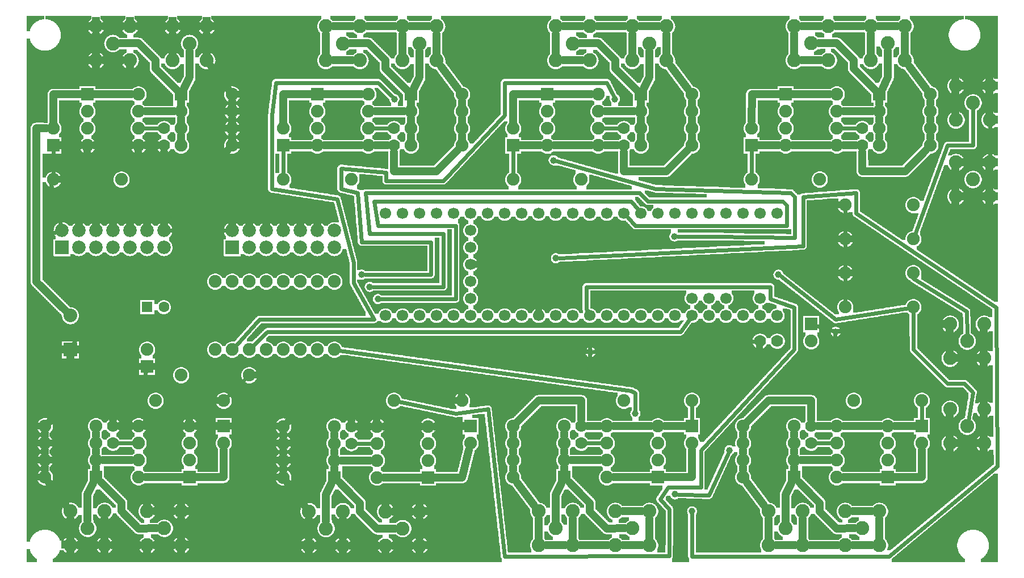
<source format=gbl>
G04 MADE WITH FRITZING*
G04 WWW.FRITZING.ORG*
G04 DOUBLE SIDED*
G04 HOLES PLATED*
G04 CONTOUR ON CENTER OF CONTOUR VECTOR*
%ASAXBY*%
%FSLAX23Y23*%
%MOIN*%
%OFA0B0*%
%SFA1.0B1.0*%
%ADD10C,0.075000*%
%ADD11C,0.066888*%
%ADD12C,0.070000*%
%ADD13C,0.079370*%
%ADD14C,0.082000*%
%ADD15C,0.080000*%
%ADD16C,0.062992*%
%ADD17C,0.039370*%
%ADD18R,0.075000X0.075000*%
%ADD19R,0.079370X0.079370*%
%ADD20R,0.080000X0.080000*%
%ADD21R,0.062992X0.062992*%
%ADD22C,0.048000*%
%ADD23C,0.024000*%
%LNCOPPER0*%
G90*
G70*
G54D10*
X2554Y3177D03*
X3905Y3177D03*
X1641Y2685D03*
X1864Y2685D03*
X2991Y2685D03*
X3214Y2685D03*
X4391Y2685D03*
X4593Y2685D03*
X2421Y2831D03*
X3771Y2831D03*
X5176Y2859D03*
X1650Y2299D03*
X2995Y2387D03*
X5300Y3182D03*
X2801Y2501D03*
X3428Y1581D03*
X4241Y1581D03*
X3252Y1165D03*
X3002Y810D03*
X4352Y810D03*
X3564Y735D03*
X3844Y735D03*
X4914Y735D03*
X5194Y735D03*
X3312Y552D03*
X4940Y1981D03*
X5640Y424D03*
X4167Y485D03*
X295Y3198D03*
G54D11*
X4449Y2090D03*
X4349Y2090D03*
X4249Y2090D03*
X4149Y2090D03*
X4049Y2090D03*
X3949Y2090D03*
X3849Y2090D03*
X3749Y2090D03*
X3649Y2090D03*
X3549Y2090D03*
X3449Y2090D03*
X3349Y2090D03*
X3249Y2090D03*
X3149Y2090D03*
X3049Y2090D03*
X2949Y2090D03*
X2849Y2090D03*
X2749Y2090D03*
X2649Y2090D03*
X2549Y2090D03*
X2449Y2090D03*
X2349Y2090D03*
X2249Y2090D03*
X2149Y2090D03*
X2149Y1490D03*
X2249Y1490D03*
X2349Y1490D03*
X2449Y1490D03*
X2549Y1490D03*
X2649Y1490D03*
X2749Y1490D03*
X2849Y1490D03*
X2949Y1490D03*
X3049Y1490D03*
X3149Y1490D03*
X3249Y1490D03*
X3349Y1490D03*
X3449Y1490D03*
X3549Y1490D03*
X3649Y1490D03*
X3749Y1490D03*
X3849Y1490D03*
X3949Y1490D03*
X4049Y1490D03*
X4149Y1490D03*
X4249Y1490D03*
X4349Y1490D03*
X4449Y1490D03*
X2649Y1990D03*
X2649Y1890D03*
X2649Y1790D03*
X2649Y1690D03*
X2649Y1590D03*
X3948Y1592D03*
X4048Y1592D03*
X4149Y1592D03*
X4349Y1592D03*
G54D10*
X4849Y1540D03*
X5249Y1540D03*
X1149Y1290D03*
X1149Y1690D03*
X1849Y1290D03*
X1849Y1690D03*
X1649Y1290D03*
X1649Y1690D03*
X1549Y1290D03*
X1549Y1690D03*
X1449Y1290D03*
X1449Y1690D03*
X1749Y1690D03*
X1749Y1290D03*
X1349Y1690D03*
X1349Y1290D03*
X1249Y1290D03*
X1249Y1690D03*
X1349Y1140D03*
X949Y1140D03*
X4849Y1940D03*
X5249Y1940D03*
X4849Y2140D03*
X5249Y2140D03*
X4849Y1740D03*
X5249Y1740D03*
X1199Y990D03*
X799Y990D03*
X2599Y990D03*
X2199Y990D03*
X3949Y990D03*
X3549Y990D03*
X5299Y990D03*
X4899Y990D03*
X4299Y2290D03*
X4699Y2290D03*
X2898Y2290D03*
X3298Y2290D03*
X1548Y2290D03*
X1948Y2290D03*
X198Y2290D03*
X598Y2290D03*
G54D12*
X4449Y1340D03*
X4349Y1340D03*
X549Y740D03*
X549Y840D03*
X1949Y739D03*
X1949Y839D03*
X3299Y740D03*
X3299Y840D03*
X4649Y740D03*
X4649Y840D03*
X4949Y2590D03*
X4949Y2490D03*
X3548Y2590D03*
X3548Y2490D03*
X2198Y2590D03*
X2198Y2490D03*
X848Y2590D03*
X848Y2490D03*
G54D10*
X4649Y1440D03*
X4649Y1340D03*
X749Y1190D03*
X749Y1290D03*
X1199Y840D03*
X1199Y740D03*
X2649Y840D03*
X2649Y740D03*
X3949Y840D03*
X3949Y740D03*
X5299Y840D03*
X5299Y740D03*
X4299Y2490D03*
X4299Y2590D03*
X2898Y2490D03*
X2898Y2590D03*
X1548Y2490D03*
X1548Y2590D03*
X198Y2490D03*
X198Y2590D03*
G54D13*
X1249Y1990D03*
X1349Y1990D03*
X1449Y1990D03*
X1549Y1990D03*
X1649Y1990D03*
X1749Y1990D03*
X1849Y1990D03*
X1249Y1890D03*
X1349Y1890D03*
X1449Y1890D03*
X1549Y1890D03*
X1649Y1890D03*
X1749Y1890D03*
X1849Y1890D03*
X249Y1990D03*
X349Y1990D03*
X449Y1990D03*
X549Y1990D03*
X649Y1990D03*
X749Y1990D03*
X849Y1990D03*
X249Y1890D03*
X349Y1890D03*
X449Y1890D03*
X549Y1890D03*
X649Y1890D03*
X749Y1890D03*
X849Y1890D03*
G54D14*
X299Y140D03*
X399Y240D03*
X499Y140D03*
X499Y340D03*
X299Y340D03*
X1699Y139D03*
X1799Y239D03*
X1899Y139D03*
X1899Y339D03*
X1699Y339D03*
X3049Y140D03*
X3149Y240D03*
X3249Y140D03*
X3249Y340D03*
X3049Y340D03*
X4399Y140D03*
X4499Y240D03*
X4599Y140D03*
X4599Y340D03*
X4399Y340D03*
X5199Y3190D03*
X5098Y3090D03*
X4999Y3190D03*
X4999Y2990D03*
X5199Y2990D03*
X3798Y3190D03*
X3698Y3089D03*
X3598Y3190D03*
X3598Y2990D03*
X3798Y2990D03*
X2448Y3190D03*
X2348Y3089D03*
X2248Y3190D03*
X2248Y2990D03*
X2448Y2990D03*
X1098Y3190D03*
X998Y3089D03*
X898Y3190D03*
X898Y2990D03*
X1098Y2990D03*
X5699Y2190D03*
X5599Y2290D03*
X5699Y2390D03*
X5499Y2390D03*
X5499Y2190D03*
X5699Y2640D03*
X5599Y2740D03*
X5699Y2840D03*
X5499Y2840D03*
X5499Y2640D03*
X5665Y1240D03*
X5565Y1340D03*
X5665Y1440D03*
X5465Y1440D03*
X5465Y1240D03*
X5665Y740D03*
X5565Y840D03*
X5665Y940D03*
X5465Y940D03*
X5465Y740D03*
X749Y140D03*
X849Y240D03*
X949Y140D03*
X949Y340D03*
X749Y340D03*
X2149Y139D03*
X2249Y239D03*
X2349Y139D03*
X2349Y339D03*
X2149Y339D03*
X3499Y140D03*
X3599Y240D03*
X3699Y140D03*
X3699Y340D03*
X3499Y340D03*
X4849Y140D03*
X4949Y240D03*
X5049Y140D03*
X5049Y340D03*
X4849Y340D03*
X4749Y3190D03*
X4648Y3090D03*
X4549Y3190D03*
X4549Y2990D03*
X4749Y2990D03*
X3348Y3190D03*
X3248Y3089D03*
X3148Y3190D03*
X3148Y2990D03*
X3348Y2990D03*
X1998Y3190D03*
X1898Y3089D03*
X1798Y3190D03*
X1798Y2990D03*
X1998Y2990D03*
X648Y3190D03*
X548Y3089D03*
X448Y3190D03*
X448Y2990D03*
X648Y2990D03*
G54D10*
X999Y540D03*
X699Y540D03*
X999Y640D03*
X699Y640D03*
X999Y740D03*
X699Y740D03*
X999Y840D03*
X699Y840D03*
X2399Y539D03*
X2099Y539D03*
X2399Y639D03*
X2099Y639D03*
X2399Y739D03*
X2099Y739D03*
X2399Y839D03*
X2099Y839D03*
X3749Y540D03*
X3449Y540D03*
X3749Y640D03*
X3449Y640D03*
X3749Y740D03*
X3449Y740D03*
X3749Y840D03*
X3449Y840D03*
X5099Y540D03*
X4799Y540D03*
X5099Y640D03*
X4799Y640D03*
X5099Y740D03*
X4799Y740D03*
X5099Y840D03*
X4799Y840D03*
X4499Y2790D03*
X4799Y2790D03*
X4499Y2690D03*
X4799Y2690D03*
X4499Y2590D03*
X4799Y2590D03*
X4499Y2490D03*
X4799Y2490D03*
X3098Y2790D03*
X3398Y2790D03*
X3098Y2690D03*
X3398Y2690D03*
X3098Y2590D03*
X3398Y2590D03*
X3098Y2490D03*
X3398Y2490D03*
X1748Y2790D03*
X2048Y2790D03*
X1748Y2690D03*
X2048Y2690D03*
X1748Y2590D03*
X2048Y2590D03*
X1748Y2490D03*
X2048Y2490D03*
X398Y2790D03*
X698Y2790D03*
X398Y2690D03*
X698Y2690D03*
X398Y2590D03*
X698Y2590D03*
X398Y2490D03*
X698Y2490D03*
X449Y540D03*
X149Y540D03*
X449Y640D03*
X149Y640D03*
X449Y740D03*
X149Y740D03*
X449Y840D03*
X149Y840D03*
X1849Y539D03*
X1549Y539D03*
X1849Y639D03*
X1549Y639D03*
X1849Y739D03*
X1549Y739D03*
X1849Y839D03*
X1549Y839D03*
X3199Y540D03*
X2899Y540D03*
X3199Y640D03*
X2899Y640D03*
X3199Y740D03*
X2899Y740D03*
X3199Y840D03*
X2899Y840D03*
X4549Y540D03*
X4249Y540D03*
X4549Y640D03*
X4249Y640D03*
X4549Y740D03*
X4249Y740D03*
X4549Y840D03*
X4249Y840D03*
X5049Y2790D03*
X5349Y2790D03*
X5049Y2690D03*
X5349Y2690D03*
X5049Y2590D03*
X5349Y2590D03*
X5049Y2490D03*
X5349Y2490D03*
X3648Y2790D03*
X3948Y2790D03*
X3648Y2690D03*
X3948Y2690D03*
X3648Y2590D03*
X3948Y2590D03*
X3648Y2490D03*
X3948Y2490D03*
X2298Y2790D03*
X2598Y2790D03*
X2298Y2690D03*
X2598Y2690D03*
X2298Y2590D03*
X2598Y2590D03*
X2298Y2490D03*
X2598Y2490D03*
X948Y2790D03*
X1248Y2790D03*
X948Y2690D03*
X1248Y2690D03*
X948Y2590D03*
X1248Y2590D03*
X948Y2490D03*
X1248Y2490D03*
G54D15*
X299Y1290D03*
X299Y1490D03*
G54D16*
X749Y1540D03*
X847Y1540D03*
G54D17*
X2104Y1587D03*
X2056Y1659D03*
X3616Y915D03*
X3849Y440D03*
X4168Y699D03*
X4456Y1731D03*
X2008Y1731D03*
X3496Y2763D03*
X2200Y2763D03*
X3136Y2403D03*
X3845Y1955D03*
X4792Y1395D03*
X3352Y1275D03*
X3949Y340D03*
X3149Y1827D03*
G54D18*
X4649Y1440D03*
X749Y1190D03*
X1199Y840D03*
X2649Y840D03*
X3949Y840D03*
X5299Y840D03*
X4299Y2490D03*
X2898Y2490D03*
X1548Y2490D03*
X198Y2490D03*
G54D19*
X1249Y1890D03*
X249Y1890D03*
G54D18*
X999Y540D03*
X2399Y539D03*
X3749Y540D03*
X5099Y540D03*
X4499Y2790D03*
X3098Y2790D03*
X1748Y2790D03*
X398Y2790D03*
X449Y540D03*
X1849Y539D03*
X3199Y540D03*
X4549Y540D03*
X5049Y2790D03*
X3648Y2790D03*
X2298Y2790D03*
X948Y2790D03*
G54D20*
X299Y1290D03*
G54D21*
X749Y1540D03*
G54D22*
X238Y2490D02*
X359Y2490D01*
D02*
X438Y2490D02*
X659Y2490D01*
D02*
X1248Y2529D02*
X1248Y2550D01*
D02*
X1248Y2629D02*
X1248Y2650D01*
D02*
X1248Y2729D02*
X1248Y2750D01*
D02*
X811Y2490D02*
X738Y2490D01*
D02*
X1220Y2461D02*
X1099Y2339D01*
D02*
X1099Y2339D02*
X849Y2339D01*
D02*
X849Y2339D02*
X848Y2452D01*
D02*
X948Y2550D02*
X948Y2529D01*
D02*
X909Y2690D02*
X738Y2690D01*
D02*
X948Y2729D02*
X948Y2750D01*
D02*
X948Y2629D02*
X948Y2650D01*
G54D23*
D02*
X822Y2590D02*
X727Y2590D01*
G54D22*
D02*
X548Y2790D02*
X438Y2790D01*
D02*
X659Y2790D02*
X548Y2790D01*
D02*
X199Y2790D02*
X359Y2790D01*
D02*
X198Y2629D02*
X199Y2790D01*
D02*
X999Y2890D02*
X966Y2825D01*
D02*
X998Y3046D02*
X999Y2890D01*
D02*
X798Y2990D02*
X798Y2940D01*
D02*
X798Y2940D02*
X849Y2890D01*
D02*
X849Y2890D02*
X920Y2818D01*
D02*
X698Y3090D02*
X798Y2990D01*
D02*
X591Y3090D02*
X698Y3090D01*
G54D23*
D02*
X198Y2461D02*
X198Y2318D01*
G54D22*
D02*
X1124Y2955D02*
X1224Y2821D01*
D02*
X1098Y3146D02*
X1098Y3033D01*
D02*
X1055Y3190D02*
X942Y3190D01*
D02*
X898Y3146D02*
X898Y3033D01*
D02*
X492Y2990D02*
X605Y2990D01*
D02*
X448Y3146D02*
X448Y3033D01*
D02*
X605Y3190D02*
X492Y3190D01*
D02*
X855Y3190D02*
X692Y3190D01*
D02*
X1159Y840D02*
X1039Y840D01*
D02*
X2609Y840D02*
X2439Y839D01*
D02*
X3909Y840D02*
X3788Y840D01*
D02*
X5259Y840D02*
X5138Y840D01*
D02*
X4339Y2490D02*
X4459Y2490D01*
D02*
X2938Y2490D02*
X3059Y2490D01*
D02*
X1588Y2490D02*
X1709Y2490D01*
D02*
X959Y840D02*
X739Y840D01*
D02*
X2359Y839D02*
X2139Y839D01*
D02*
X3709Y840D02*
X3488Y840D01*
D02*
X5059Y840D02*
X4838Y840D01*
D02*
X4539Y2490D02*
X4759Y2490D01*
D02*
X3138Y2490D02*
X3359Y2490D01*
D02*
X1788Y2490D02*
X2009Y2490D01*
D02*
X149Y800D02*
X149Y780D01*
D02*
X1549Y799D02*
X1549Y779D01*
D02*
X2899Y800D02*
X2899Y780D01*
D02*
X4249Y800D02*
X4249Y780D01*
D02*
X5349Y2530D02*
X5349Y2550D01*
D02*
X3948Y2529D02*
X3948Y2550D01*
D02*
X2598Y2529D02*
X2598Y2550D01*
D02*
X149Y700D02*
X149Y680D01*
D02*
X1549Y699D02*
X1549Y679D01*
D02*
X2899Y700D02*
X2899Y680D01*
D02*
X4249Y700D02*
X4249Y680D01*
D02*
X5349Y2630D02*
X5349Y2650D01*
D02*
X3948Y2629D02*
X3948Y2650D01*
D02*
X2598Y2629D02*
X2598Y2650D01*
D02*
X149Y600D02*
X149Y580D01*
D02*
X1549Y599D02*
X1549Y579D01*
D02*
X2899Y600D02*
X2899Y580D01*
D02*
X4249Y600D02*
X4249Y580D01*
D02*
X5349Y2730D02*
X5349Y2750D01*
D02*
X3948Y2729D02*
X3948Y2750D01*
D02*
X2598Y2729D02*
X2598Y2750D01*
D02*
X586Y840D02*
X659Y840D01*
D02*
X1986Y839D02*
X2059Y839D01*
D02*
X3336Y840D02*
X3409Y840D01*
D02*
X4686Y840D02*
X4759Y840D01*
D02*
X4912Y2490D02*
X4839Y2490D01*
D02*
X3511Y2490D02*
X3438Y2490D01*
D02*
X2161Y2490D02*
X2088Y2490D01*
D02*
X177Y868D02*
X298Y991D01*
D02*
X1577Y867D02*
X1698Y990D01*
D02*
X2926Y868D02*
X3048Y991D01*
D02*
X4276Y868D02*
X4398Y991D01*
D02*
X5321Y2462D02*
X5200Y2339D01*
D02*
X3920Y2461D02*
X3799Y2339D01*
D02*
X2570Y2461D02*
X2449Y2339D01*
D02*
X1848Y989D02*
X1949Y990D01*
D02*
X298Y991D02*
X549Y991D01*
D02*
X1698Y990D02*
X1848Y989D01*
D02*
X3048Y991D02*
X3298Y991D01*
D02*
X4398Y991D02*
X4648Y991D01*
D02*
X5200Y2339D02*
X4949Y2339D01*
D02*
X3799Y2339D02*
X3549Y2339D01*
D02*
X2449Y2339D02*
X2199Y2339D01*
D02*
X549Y991D02*
X549Y877D01*
D02*
X1949Y990D02*
X1949Y876D01*
D02*
X3298Y991D02*
X3298Y877D01*
D02*
X4648Y991D02*
X4648Y877D01*
D02*
X4949Y2339D02*
X4949Y2453D01*
D02*
X3549Y2339D02*
X3548Y2452D01*
D02*
X2199Y2339D02*
X2198Y2452D01*
D02*
X449Y780D02*
X449Y800D01*
D02*
X1849Y779D02*
X1849Y799D01*
D02*
X3199Y780D02*
X3199Y800D01*
D02*
X4549Y780D02*
X4549Y800D01*
D02*
X5049Y2550D02*
X5049Y2530D01*
D02*
X3648Y2550D02*
X3648Y2529D01*
D02*
X2298Y2550D02*
X2298Y2529D01*
D02*
X489Y640D02*
X659Y640D01*
D02*
X1889Y639D02*
X2059Y639D01*
D02*
X3238Y640D02*
X3409Y640D01*
D02*
X4588Y640D02*
X4759Y640D01*
D02*
X5009Y2690D02*
X4839Y2690D01*
D02*
X3609Y2690D02*
X3438Y2690D01*
D02*
X2259Y2690D02*
X2088Y2690D01*
D02*
X449Y600D02*
X449Y580D01*
D02*
X1849Y599D02*
X1849Y579D01*
D02*
X3199Y600D02*
X3199Y580D01*
D02*
X4549Y600D02*
X4549Y580D01*
D02*
X5049Y2730D02*
X5049Y2750D01*
D02*
X3648Y2729D02*
X3648Y2750D01*
D02*
X2298Y2729D02*
X2298Y2750D01*
D02*
X449Y700D02*
X449Y680D01*
D02*
X1849Y699D02*
X1849Y679D01*
D02*
X3199Y700D02*
X3199Y680D01*
D02*
X4549Y700D02*
X4549Y680D01*
D02*
X5049Y2630D02*
X5049Y2650D01*
D02*
X3648Y2629D02*
X3648Y2650D01*
D02*
X2298Y2629D02*
X2298Y2650D01*
G54D23*
D02*
X575Y740D02*
X670Y740D01*
D02*
X1975Y739D02*
X2070Y739D01*
D02*
X3325Y740D02*
X3420Y740D01*
D02*
X4675Y740D02*
X4770Y740D01*
D02*
X4923Y2590D02*
X4827Y2590D01*
D02*
X3522Y2590D02*
X3427Y2590D01*
D02*
X2172Y2590D02*
X2077Y2590D01*
G54D22*
D02*
X849Y540D02*
X959Y540D01*
D02*
X2249Y539D02*
X2359Y539D01*
D02*
X3599Y540D02*
X3709Y540D01*
D02*
X4949Y540D02*
X5059Y540D01*
D02*
X4648Y2790D02*
X4539Y2790D01*
D02*
X3248Y2790D02*
X3138Y2790D01*
D02*
X1898Y2790D02*
X1788Y2790D01*
D02*
X739Y540D02*
X849Y540D01*
D02*
X2139Y539D02*
X2249Y539D01*
D02*
X3488Y540D02*
X3599Y540D01*
D02*
X4838Y540D02*
X4949Y540D01*
D02*
X4759Y2790D02*
X4648Y2790D01*
D02*
X3359Y2790D02*
X3248Y2790D01*
D02*
X2009Y2790D02*
X1898Y2790D01*
D02*
X1198Y540D02*
X1039Y540D01*
D02*
X2598Y539D02*
X2439Y539D01*
D02*
X3948Y540D02*
X3788Y540D01*
D02*
X5298Y540D02*
X5138Y540D01*
D02*
X4300Y2790D02*
X4459Y2790D01*
D02*
X2899Y2790D02*
X3059Y2790D01*
D02*
X1549Y2790D02*
X1709Y2790D01*
D02*
X1199Y700D02*
X1198Y540D01*
D02*
X2639Y701D02*
X2598Y539D01*
D02*
X3948Y700D02*
X3948Y540D01*
D02*
X5298Y700D02*
X5298Y540D01*
D02*
X4299Y2630D02*
X4300Y2790D01*
D02*
X2898Y2629D02*
X2899Y2790D01*
D02*
X1548Y2629D02*
X1549Y2790D01*
D02*
X398Y440D02*
X431Y505D01*
D02*
X1798Y439D02*
X1831Y504D01*
D02*
X3148Y439D02*
X3181Y504D01*
D02*
X4498Y439D02*
X4531Y504D01*
D02*
X5099Y2890D02*
X5067Y2826D01*
D02*
X3699Y2890D02*
X3666Y2825D01*
D02*
X2349Y2890D02*
X2316Y2825D01*
D02*
X399Y284D02*
X398Y440D01*
D02*
X1799Y282D02*
X1798Y439D01*
D02*
X3149Y283D02*
X3148Y439D01*
D02*
X4499Y283D02*
X4498Y439D01*
D02*
X5099Y3047D02*
X5099Y2890D01*
D02*
X3698Y3046D02*
X3699Y2890D01*
D02*
X2348Y3046D02*
X2349Y2890D01*
D02*
X599Y340D02*
X599Y390D01*
D02*
X1999Y338D02*
X1999Y389D01*
D02*
X3348Y339D02*
X3348Y389D01*
D02*
X4698Y339D02*
X4698Y389D01*
D02*
X4899Y2991D02*
X4899Y2941D01*
D02*
X3498Y2990D02*
X3498Y2940D01*
D02*
X2148Y2990D02*
X2148Y2940D01*
D02*
X599Y390D02*
X549Y440D01*
D02*
X1999Y389D02*
X1949Y439D01*
D02*
X3348Y389D02*
X3298Y439D01*
D02*
X4698Y389D02*
X4648Y439D01*
D02*
X4899Y2941D02*
X4949Y2890D01*
D02*
X3498Y2940D02*
X3549Y2890D01*
D02*
X2148Y2940D02*
X2199Y2890D01*
D02*
X549Y440D02*
X477Y512D01*
D02*
X1949Y439D02*
X1877Y511D01*
D02*
X3298Y439D02*
X3227Y512D01*
D02*
X4648Y439D02*
X4577Y512D01*
D02*
X4949Y2890D02*
X5021Y2818D01*
D02*
X3549Y2890D02*
X3620Y2818D01*
D02*
X2199Y2890D02*
X2270Y2818D01*
D02*
X699Y239D02*
X599Y340D01*
D02*
X2099Y238D02*
X1999Y338D01*
D02*
X3449Y239D02*
X3348Y339D01*
D02*
X4799Y239D02*
X4698Y339D01*
D02*
X4799Y3091D02*
X4899Y2991D01*
D02*
X3398Y3090D02*
X3498Y2990D01*
D02*
X2048Y3090D02*
X2148Y2990D01*
D02*
X806Y240D02*
X699Y239D01*
D02*
X2206Y239D02*
X2099Y238D01*
D02*
X3556Y240D02*
X3449Y239D01*
D02*
X4906Y240D02*
X4799Y239D01*
D02*
X4692Y3090D02*
X4799Y3091D01*
D02*
X3291Y3090D02*
X3398Y3090D01*
D02*
X1941Y3090D02*
X2048Y3090D01*
G54D23*
D02*
X3949Y868D02*
X3949Y961D01*
D02*
X5299Y868D02*
X5299Y961D01*
D02*
X4299Y2461D02*
X4299Y2319D01*
D02*
X2898Y2461D02*
X2898Y2318D01*
D02*
X1548Y2461D02*
X1548Y2318D01*
G54D22*
D02*
X273Y375D02*
X173Y508D01*
D02*
X1673Y374D02*
X1573Y507D01*
D02*
X3023Y374D02*
X2922Y508D01*
D02*
X4373Y374D02*
X4272Y508D01*
D02*
X5225Y2956D02*
X5325Y2822D01*
D02*
X3824Y2955D02*
X3924Y2821D01*
D02*
X2474Y2955D02*
X2574Y2821D01*
D02*
X299Y183D02*
X299Y297D01*
D02*
X1699Y182D02*
X1699Y296D01*
D02*
X3049Y183D02*
X3049Y297D01*
D02*
X4399Y183D02*
X4399Y297D01*
D02*
X5199Y3147D02*
X5199Y3033D01*
D02*
X3798Y3146D02*
X3798Y3033D01*
D02*
X2448Y3146D02*
X2448Y3033D01*
D02*
X342Y140D02*
X456Y140D01*
D02*
X1742Y139D02*
X1856Y139D01*
D02*
X3092Y140D02*
X3205Y140D01*
D02*
X4442Y140D02*
X4555Y140D01*
D02*
X5156Y3190D02*
X5042Y3190D01*
D02*
X3755Y3190D02*
X3642Y3190D01*
D02*
X2405Y3190D02*
X2292Y3190D01*
D02*
X499Y183D02*
X499Y297D01*
D02*
X1899Y182D02*
X1899Y296D01*
D02*
X3249Y183D02*
X3249Y297D01*
D02*
X4599Y183D02*
X4599Y297D01*
D02*
X4999Y3147D02*
X4999Y3033D01*
D02*
X3598Y3146D02*
X3598Y3033D01*
D02*
X2248Y3146D02*
X2248Y3033D01*
D02*
X906Y340D02*
X792Y340D01*
D02*
X2306Y339D02*
X2192Y339D01*
D02*
X3655Y340D02*
X3542Y340D01*
D02*
X5005Y340D02*
X4892Y340D01*
D02*
X4592Y2990D02*
X4706Y2990D01*
D02*
X3192Y2990D02*
X3305Y2990D01*
D02*
X1842Y2990D02*
X1955Y2990D01*
D02*
X949Y183D02*
X949Y297D01*
D02*
X2349Y182D02*
X2349Y296D01*
D02*
X3699Y183D02*
X3699Y297D01*
D02*
X5049Y183D02*
X5049Y297D01*
D02*
X4549Y3147D02*
X4549Y3033D01*
D02*
X3148Y3146D02*
X3148Y3033D01*
D02*
X1798Y3146D02*
X1798Y3033D01*
D02*
X792Y140D02*
X906Y140D01*
D02*
X2192Y139D02*
X2306Y139D01*
D02*
X3542Y140D02*
X3655Y140D01*
D02*
X4892Y140D02*
X5005Y140D01*
D02*
X4706Y3190D02*
X4592Y3190D01*
D02*
X3305Y3190D02*
X3192Y3190D01*
D02*
X1955Y3190D02*
X1842Y3190D01*
D02*
X542Y140D02*
X706Y140D01*
D02*
X1942Y139D02*
X2106Y139D01*
D02*
X3292Y140D02*
X3455Y140D01*
D02*
X4642Y140D02*
X4805Y140D01*
D02*
X4956Y3190D02*
X4792Y3190D01*
D02*
X3555Y3190D02*
X3392Y3190D01*
D02*
X2205Y3190D02*
X2042Y3190D01*
D02*
X99Y2591D02*
X159Y2590D01*
D02*
X99Y1689D02*
X99Y2591D01*
D02*
X269Y1520D02*
X99Y1689D01*
G54D23*
D02*
X5598Y2708D02*
X5598Y2490D01*
D02*
X5598Y2490D02*
X5449Y2490D01*
D02*
X5449Y2490D02*
X5258Y1967D01*
D02*
X1369Y1310D02*
X1456Y1395D01*
D02*
X1456Y1395D02*
X3880Y1395D01*
D02*
X3880Y1395D02*
X3931Y1465D01*
D02*
X5564Y1372D02*
X5560Y1515D01*
D02*
X5560Y1515D02*
X5248Y1707D01*
D02*
X5248Y1707D02*
X5248Y1711D01*
D02*
X2227Y984D02*
X2560Y915D01*
D02*
X2560Y915D02*
X2750Y941D01*
D02*
X2750Y941D02*
X2848Y75D01*
D02*
X2848Y75D02*
X3815Y77D01*
D02*
X3816Y353D02*
X3760Y411D01*
D02*
X3815Y77D02*
X3816Y353D01*
D02*
X3760Y411D02*
X3808Y483D01*
D02*
X3808Y483D02*
X4000Y483D01*
D02*
X4000Y483D02*
X4000Y699D01*
D02*
X4000Y699D02*
X4549Y1290D01*
D02*
X4549Y1290D02*
X4549Y1539D01*
D02*
X4549Y1539D02*
X4408Y1587D01*
D02*
X4408Y1587D02*
X4408Y1659D01*
D02*
X4408Y1659D02*
X3328Y1659D01*
D02*
X3328Y1659D02*
X3328Y1527D01*
D02*
X3328Y1527D02*
X3334Y1517D01*
D02*
X2123Y1587D02*
X2560Y1587D01*
D02*
X2560Y1587D02*
X2560Y2019D01*
D02*
X2560Y2019D02*
X2104Y2019D01*
D02*
X2104Y2019D02*
X2080Y2163D01*
D02*
X2080Y2163D02*
X3592Y2163D01*
D02*
X3592Y2163D02*
X3630Y2114D01*
D02*
X2075Y1659D02*
X2488Y1659D01*
D02*
X2488Y1659D02*
X2488Y1971D01*
D02*
X2488Y1971D02*
X2056Y1971D01*
D02*
X2056Y1971D02*
X2032Y2211D01*
D02*
X2032Y2211D02*
X3640Y2211D01*
D02*
X3640Y2211D02*
X3688Y2163D01*
D02*
X3688Y2163D02*
X4480Y2163D01*
D02*
X4480Y2163D02*
X4504Y2139D01*
D02*
X4504Y2139D02*
X4504Y2019D01*
D02*
X4504Y2019D02*
X3616Y2019D01*
D02*
X3616Y2019D02*
X3570Y2068D01*
D02*
X1877Y1286D02*
X3592Y1047D01*
D02*
X3592Y1047D02*
X3616Y1035D01*
D02*
X3616Y1035D02*
X3616Y934D01*
D02*
X3868Y439D02*
X4048Y435D01*
D02*
X4048Y435D02*
X4160Y682D01*
D02*
X5570Y872D02*
X5598Y1039D01*
D02*
X5598Y1039D02*
X5549Y1090D01*
D02*
X5549Y1090D02*
X5449Y1090D01*
D02*
X5249Y1290D02*
X5249Y1511D01*
D02*
X5449Y1090D02*
X5249Y1290D01*
D02*
X4471Y1720D02*
X4792Y1467D01*
D02*
X4792Y1467D02*
X5220Y1535D01*
D02*
X2027Y1731D02*
X2416Y1731D01*
D02*
X2416Y1731D02*
X2416Y1923D01*
D02*
X2416Y1923D02*
X2008Y1923D01*
D02*
X2008Y1923D02*
X1984Y2211D01*
D02*
X1984Y2211D02*
X1888Y2235D01*
D02*
X1888Y2235D02*
X1888Y2355D01*
D02*
X1888Y2355D02*
X2152Y2331D01*
D02*
X2152Y2331D02*
X2152Y2283D01*
D02*
X2152Y2283D02*
X2488Y2283D01*
D02*
X2488Y2283D02*
X2848Y2667D01*
D02*
X2848Y2667D02*
X2848Y2859D01*
D02*
X2848Y2859D02*
X3448Y2859D01*
D02*
X3448Y2859D02*
X3488Y2780D01*
D02*
X1268Y1311D02*
X1408Y1467D01*
D02*
X1408Y1467D02*
X2080Y1467D01*
D02*
X2080Y1467D02*
X1960Y1683D01*
D02*
X1960Y1683D02*
X1960Y1803D01*
D02*
X1960Y1803D02*
X1864Y2175D01*
D02*
X1864Y2175D02*
X1480Y2235D01*
D02*
X1480Y2235D02*
X1480Y2667D01*
D02*
X1480Y2667D02*
X1504Y2859D01*
D02*
X1504Y2859D02*
X2104Y2859D01*
D02*
X2104Y2859D02*
X2187Y2777D01*
D02*
X3155Y2398D02*
X3736Y2235D01*
D02*
X3736Y2235D02*
X4528Y2211D01*
D02*
X4528Y2211D02*
X4552Y2187D01*
D02*
X4552Y2187D02*
X4552Y1947D01*
D02*
X4552Y1947D02*
X4070Y1955D01*
D02*
X4070Y1955D02*
X3864Y1955D01*
D02*
X4849Y1568D02*
X4849Y1711D01*
D02*
X4849Y1911D02*
X4849Y1768D01*
D02*
X4849Y2111D02*
X4849Y1968D01*
D02*
X4676Y1431D02*
X4774Y1401D01*
D02*
X5699Y2608D02*
X5699Y2422D01*
D02*
X3371Y1277D02*
X4323Y1338D01*
D02*
X1328Y1120D02*
X1219Y1010D01*
D02*
X743Y1162D02*
X736Y1131D01*
D02*
X736Y1131D02*
X736Y867D01*
D02*
X736Y867D02*
X722Y857D01*
D02*
X219Y1981D02*
X184Y1971D01*
D02*
X184Y1971D02*
X184Y1827D01*
D02*
X184Y1827D02*
X376Y1827D01*
D02*
X376Y1827D02*
X376Y1443D01*
D02*
X376Y1443D02*
X313Y1318D01*
D02*
X186Y2264D02*
X184Y2259D01*
D02*
X184Y2259D02*
X241Y2020D01*
D02*
X1218Y1990D02*
X879Y1990D01*
D02*
X3949Y321D02*
X3949Y75D01*
D02*
X3949Y75D02*
X5104Y75D01*
D02*
X5104Y75D02*
X5742Y606D01*
D02*
X5742Y606D02*
X5734Y1539D01*
D02*
X5734Y1539D02*
X4912Y2091D01*
D02*
X4912Y2091D02*
X4912Y2211D01*
D02*
X4912Y2211D02*
X4600Y2187D01*
D02*
X4600Y2187D02*
X4600Y1899D01*
D02*
X4600Y1899D02*
X3168Y1828D01*
G36*
X40Y3251D02*
X40Y3163D01*
X60Y3163D01*
X60Y3169D01*
X62Y3169D01*
X62Y3175D01*
X64Y3175D01*
X64Y3179D01*
X66Y3179D01*
X66Y3183D01*
X68Y3183D01*
X68Y3187D01*
X70Y3187D01*
X70Y3189D01*
X72Y3189D01*
X72Y3193D01*
X74Y3193D01*
X74Y3195D01*
X76Y3195D01*
X76Y3199D01*
X78Y3199D01*
X78Y3201D01*
X80Y3201D01*
X80Y3203D01*
X82Y3203D01*
X82Y3205D01*
X84Y3205D01*
X84Y3207D01*
X86Y3207D01*
X86Y3209D01*
X88Y3209D01*
X88Y3211D01*
X92Y3211D01*
X92Y3213D01*
X94Y3213D01*
X94Y3215D01*
X96Y3215D01*
X96Y3217D01*
X100Y3217D01*
X100Y3219D01*
X104Y3219D01*
X104Y3221D01*
X106Y3221D01*
X106Y3223D01*
X112Y3223D01*
X112Y3225D01*
X116Y3225D01*
X116Y3227D01*
X122Y3227D01*
X122Y3229D01*
X130Y3229D01*
X130Y3231D01*
X146Y3231D01*
X146Y3251D01*
X40Y3251D01*
G37*
D02*
G36*
X1826Y3251D02*
X1826Y3231D01*
X1828Y3231D01*
X1828Y3229D01*
X1830Y3229D01*
X1830Y3227D01*
X1834Y3227D01*
X1834Y3225D01*
X1836Y3225D01*
X1836Y3223D01*
X1962Y3223D01*
X1962Y3225D01*
X1964Y3225D01*
X1964Y3227D01*
X1966Y3227D01*
X1966Y3229D01*
X1968Y3229D01*
X1968Y3231D01*
X1970Y3231D01*
X1970Y3251D01*
X1826Y3251D01*
G37*
D02*
G36*
X2026Y3251D02*
X2026Y3231D01*
X2028Y3231D01*
X2028Y3229D01*
X2030Y3229D01*
X2030Y3227D01*
X2034Y3227D01*
X2034Y3225D01*
X2036Y3225D01*
X2036Y3223D01*
X2212Y3223D01*
X2212Y3225D01*
X2214Y3225D01*
X2214Y3227D01*
X2216Y3227D01*
X2216Y3229D01*
X2218Y3229D01*
X2218Y3231D01*
X2220Y3231D01*
X2220Y3251D01*
X2026Y3251D01*
G37*
D02*
G36*
X2276Y3251D02*
X2276Y3231D01*
X2278Y3231D01*
X2278Y3229D01*
X2280Y3229D01*
X2280Y3227D01*
X2284Y3227D01*
X2284Y3225D01*
X2286Y3225D01*
X2286Y3223D01*
X2412Y3223D01*
X2412Y3225D01*
X2414Y3225D01*
X2414Y3227D01*
X2416Y3227D01*
X2416Y3229D01*
X2418Y3229D01*
X2418Y3231D01*
X2420Y3231D01*
X2420Y3251D01*
X2276Y3251D01*
G37*
D02*
G36*
X2476Y3251D02*
X2476Y3231D01*
X2478Y3231D01*
X2478Y3229D01*
X2480Y3229D01*
X2480Y3227D01*
X2484Y3227D01*
X2484Y3225D01*
X2486Y3225D01*
X2486Y3221D01*
X2488Y3221D01*
X2488Y3219D01*
X2490Y3219D01*
X2490Y3217D01*
X2492Y3217D01*
X2492Y3213D01*
X2494Y3213D01*
X2494Y3209D01*
X2496Y3209D01*
X2496Y3205D01*
X2498Y3205D01*
X2498Y3193D01*
X2500Y3193D01*
X2500Y3185D01*
X2498Y3185D01*
X2498Y3175D01*
X2496Y3175D01*
X2496Y3169D01*
X2494Y3169D01*
X2494Y3165D01*
X2492Y3165D01*
X2492Y3161D01*
X2490Y3161D01*
X2490Y3159D01*
X2488Y3159D01*
X2488Y3157D01*
X2486Y3157D01*
X2486Y3153D01*
X2482Y3153D01*
X2482Y3027D01*
X2484Y3027D01*
X2484Y3025D01*
X2486Y3025D01*
X2486Y3021D01*
X2488Y3021D01*
X2488Y3019D01*
X2490Y3019D01*
X2490Y3017D01*
X2492Y3017D01*
X2492Y3013D01*
X2494Y3013D01*
X2494Y3009D01*
X2496Y3009D01*
X2496Y3005D01*
X2498Y3005D01*
X2498Y2993D01*
X2500Y2993D01*
X2500Y2975D01*
X2502Y2975D01*
X2502Y2973D01*
X2504Y2973D01*
X2504Y2971D01*
X2506Y2971D01*
X2506Y2967D01*
X2508Y2967D01*
X2508Y2965D01*
X2510Y2965D01*
X2510Y2963D01*
X2512Y2963D01*
X2512Y2959D01*
X2514Y2959D01*
X2514Y2957D01*
X2516Y2957D01*
X2516Y2955D01*
X2518Y2955D01*
X2518Y2951D01*
X2520Y2951D01*
X2520Y2949D01*
X2522Y2949D01*
X2522Y2947D01*
X2524Y2947D01*
X2524Y2943D01*
X2526Y2943D01*
X2526Y2941D01*
X2528Y2941D01*
X2528Y2939D01*
X3136Y2939D01*
X3136Y2941D01*
X3130Y2941D01*
X3130Y2943D01*
X3126Y2943D01*
X3126Y2945D01*
X3122Y2945D01*
X3122Y2947D01*
X3118Y2947D01*
X3118Y2949D01*
X3116Y2949D01*
X3116Y2951D01*
X3114Y2951D01*
X3114Y2953D01*
X3112Y2953D01*
X3112Y2955D01*
X3110Y2955D01*
X3110Y2957D01*
X3108Y2957D01*
X3108Y2959D01*
X3106Y2959D01*
X3106Y2963D01*
X3104Y2963D01*
X3104Y2967D01*
X3102Y2967D01*
X3102Y2971D01*
X3100Y2971D01*
X3100Y2977D01*
X3098Y2977D01*
X3098Y3001D01*
X3100Y3001D01*
X3100Y3009D01*
X3102Y3009D01*
X3102Y3013D01*
X3104Y3013D01*
X3104Y3015D01*
X3106Y3015D01*
X3106Y3019D01*
X3108Y3019D01*
X3108Y3021D01*
X3110Y3021D01*
X3110Y3023D01*
X3112Y3023D01*
X3112Y3025D01*
X3114Y3025D01*
X3114Y3153D01*
X3112Y3153D01*
X3112Y3155D01*
X3110Y3155D01*
X3110Y3157D01*
X3108Y3157D01*
X3108Y3159D01*
X3106Y3159D01*
X3106Y3163D01*
X3104Y3163D01*
X3104Y3167D01*
X3102Y3167D01*
X3102Y3171D01*
X3100Y3171D01*
X3100Y3177D01*
X3098Y3177D01*
X3098Y3201D01*
X3100Y3201D01*
X3100Y3209D01*
X3102Y3209D01*
X3102Y3213D01*
X3104Y3213D01*
X3104Y3215D01*
X3106Y3215D01*
X3106Y3219D01*
X3108Y3219D01*
X3108Y3221D01*
X3110Y3221D01*
X3110Y3223D01*
X3112Y3223D01*
X3112Y3225D01*
X3114Y3225D01*
X3114Y3227D01*
X3116Y3227D01*
X3116Y3229D01*
X3118Y3229D01*
X3118Y3231D01*
X3120Y3231D01*
X3120Y3251D01*
X2476Y3251D01*
G37*
D02*
G36*
X3368Y3053D02*
X3368Y3035D01*
X3372Y3035D01*
X3372Y3033D01*
X3376Y3033D01*
X3376Y3031D01*
X3378Y3031D01*
X3378Y3029D01*
X3380Y3029D01*
X3380Y3027D01*
X3384Y3027D01*
X3384Y3025D01*
X3386Y3025D01*
X3386Y3021D01*
X3388Y3021D01*
X3388Y3019D01*
X3390Y3019D01*
X3390Y3017D01*
X3392Y3017D01*
X3392Y3013D01*
X3394Y3013D01*
X3394Y3009D01*
X3396Y3009D01*
X3396Y3005D01*
X3398Y3005D01*
X3398Y2993D01*
X3400Y2993D01*
X3400Y2985D01*
X3398Y2985D01*
X3398Y2975D01*
X3396Y2975D01*
X3396Y2969D01*
X3394Y2969D01*
X3394Y2965D01*
X3392Y2965D01*
X3392Y2961D01*
X3390Y2961D01*
X3390Y2959D01*
X3388Y2959D01*
X3388Y2957D01*
X3386Y2957D01*
X3386Y2953D01*
X3382Y2953D01*
X3382Y2951D01*
X3380Y2951D01*
X3380Y2949D01*
X3378Y2949D01*
X3378Y2947D01*
X3374Y2947D01*
X3374Y2945D01*
X3372Y2945D01*
X3372Y2943D01*
X3368Y2943D01*
X3368Y2941D01*
X3362Y2941D01*
X3362Y2939D01*
X3464Y2939D01*
X3464Y2977D01*
X3462Y2977D01*
X3462Y2979D01*
X3460Y2979D01*
X3460Y2981D01*
X3458Y2981D01*
X3458Y2983D01*
X3456Y2983D01*
X3456Y2985D01*
X3454Y2985D01*
X3454Y2987D01*
X3452Y2987D01*
X3452Y2989D01*
X3450Y2989D01*
X3450Y2991D01*
X3448Y2991D01*
X3448Y2993D01*
X3446Y2993D01*
X3446Y2995D01*
X3444Y2995D01*
X3444Y2997D01*
X3442Y2997D01*
X3442Y2999D01*
X3440Y2999D01*
X3440Y3001D01*
X3438Y3001D01*
X3438Y3003D01*
X3436Y3003D01*
X3436Y3005D01*
X3434Y3005D01*
X3434Y3007D01*
X3432Y3007D01*
X3432Y3009D01*
X3430Y3009D01*
X3430Y3011D01*
X3428Y3011D01*
X3428Y3013D01*
X3426Y3013D01*
X3426Y3015D01*
X3424Y3015D01*
X3424Y3017D01*
X3422Y3017D01*
X3422Y3019D01*
X3420Y3019D01*
X3420Y3021D01*
X3418Y3021D01*
X3418Y3023D01*
X3416Y3023D01*
X3416Y3025D01*
X3414Y3025D01*
X3414Y3027D01*
X3412Y3027D01*
X3412Y3029D01*
X3410Y3029D01*
X3410Y3031D01*
X3408Y3031D01*
X3408Y3033D01*
X3406Y3033D01*
X3406Y3035D01*
X3404Y3035D01*
X3404Y3037D01*
X3402Y3037D01*
X3402Y3039D01*
X3400Y3039D01*
X3400Y3041D01*
X3398Y3041D01*
X3398Y3043D01*
X3396Y3043D01*
X3396Y3045D01*
X3394Y3045D01*
X3394Y3047D01*
X3392Y3047D01*
X3392Y3049D01*
X3390Y3049D01*
X3390Y3051D01*
X3388Y3051D01*
X3388Y3053D01*
X3368Y3053D01*
G37*
D02*
G36*
X3186Y2955D02*
X3186Y2953D01*
X3182Y2953D01*
X3182Y2951D01*
X3180Y2951D01*
X3180Y2949D01*
X3178Y2949D01*
X3178Y2947D01*
X3174Y2947D01*
X3174Y2945D01*
X3172Y2945D01*
X3172Y2943D01*
X3168Y2943D01*
X3168Y2941D01*
X3162Y2941D01*
X3162Y2939D01*
X3336Y2939D01*
X3336Y2941D01*
X3330Y2941D01*
X3330Y2943D01*
X3326Y2943D01*
X3326Y2945D01*
X3322Y2945D01*
X3322Y2947D01*
X3318Y2947D01*
X3318Y2949D01*
X3316Y2949D01*
X3316Y2951D01*
X3314Y2951D01*
X3314Y2953D01*
X3312Y2953D01*
X3312Y2955D01*
X3186Y2955D01*
G37*
D02*
G36*
X2530Y2939D02*
X2530Y2937D01*
X3464Y2937D01*
X3464Y2939D01*
X2530Y2939D01*
G37*
D02*
G36*
X2530Y2939D02*
X2530Y2937D01*
X3464Y2937D01*
X3464Y2939D01*
X2530Y2939D01*
G37*
D02*
G36*
X2530Y2939D02*
X2530Y2937D01*
X3464Y2937D01*
X3464Y2939D01*
X2530Y2939D01*
G37*
D02*
G36*
X2530Y2937D02*
X2530Y2935D01*
X2532Y2935D01*
X2532Y2933D01*
X2534Y2933D01*
X2534Y2931D01*
X2536Y2931D01*
X2536Y2927D01*
X2538Y2927D01*
X2538Y2925D01*
X2540Y2925D01*
X2540Y2923D01*
X2542Y2923D01*
X2542Y2919D01*
X2544Y2919D01*
X2544Y2917D01*
X2546Y2917D01*
X2546Y2915D01*
X2548Y2915D01*
X2548Y2911D01*
X2550Y2911D01*
X2550Y2909D01*
X2552Y2909D01*
X2552Y2907D01*
X2554Y2907D01*
X2554Y2903D01*
X2556Y2903D01*
X2556Y2901D01*
X2558Y2901D01*
X2558Y2899D01*
X2560Y2899D01*
X2560Y2895D01*
X2562Y2895D01*
X2562Y2893D01*
X2564Y2893D01*
X2564Y2891D01*
X2566Y2891D01*
X2566Y2887D01*
X2568Y2887D01*
X2568Y2885D01*
X2570Y2885D01*
X2570Y2883D01*
X2572Y2883D01*
X2572Y2881D01*
X3456Y2881D01*
X3456Y2879D01*
X3460Y2879D01*
X3460Y2877D01*
X3462Y2877D01*
X3462Y2875D01*
X3464Y2875D01*
X3464Y2873D01*
X3466Y2873D01*
X3466Y2871D01*
X3468Y2871D01*
X3468Y2867D01*
X3470Y2867D01*
X3470Y2863D01*
X3472Y2863D01*
X3472Y2859D01*
X3474Y2859D01*
X3474Y2855D01*
X3476Y2855D01*
X3476Y2851D01*
X3478Y2851D01*
X3478Y2847D01*
X3480Y2847D01*
X3480Y2843D01*
X3482Y2843D01*
X3482Y2839D01*
X3484Y2839D01*
X3484Y2835D01*
X3486Y2835D01*
X3486Y2831D01*
X3488Y2831D01*
X3488Y2827D01*
X3490Y2827D01*
X3490Y2823D01*
X3492Y2823D01*
X3492Y2819D01*
X3494Y2819D01*
X3494Y2815D01*
X3496Y2815D01*
X3496Y2811D01*
X3498Y2811D01*
X3498Y2807D01*
X3500Y2807D01*
X3500Y2803D01*
X3502Y2803D01*
X3502Y2799D01*
X3504Y2799D01*
X3504Y2795D01*
X3506Y2795D01*
X3506Y2791D01*
X3508Y2791D01*
X3508Y2789D01*
X3512Y2789D01*
X3512Y2787D01*
X3514Y2787D01*
X3514Y2785D01*
X3518Y2785D01*
X3518Y2781D01*
X3520Y2781D01*
X3520Y2779D01*
X3522Y2779D01*
X3522Y2775D01*
X3524Y2775D01*
X3524Y2769D01*
X3526Y2769D01*
X3526Y2757D01*
X3524Y2757D01*
X3524Y2751D01*
X3522Y2751D01*
X3522Y2747D01*
X3520Y2747D01*
X3520Y2745D01*
X3518Y2745D01*
X3518Y2743D01*
X3516Y2743D01*
X3516Y2723D01*
X3602Y2723D01*
X3602Y2743D01*
X3600Y2743D01*
X3600Y2791D01*
X3598Y2791D01*
X3598Y2793D01*
X3596Y2793D01*
X3596Y2795D01*
X3594Y2795D01*
X3594Y2797D01*
X3592Y2797D01*
X3592Y2799D01*
X3590Y2799D01*
X3590Y2801D01*
X3588Y2801D01*
X3588Y2803D01*
X3586Y2803D01*
X3586Y2805D01*
X3584Y2805D01*
X3584Y2807D01*
X3582Y2807D01*
X3582Y2809D01*
X3580Y2809D01*
X3580Y2811D01*
X3578Y2811D01*
X3578Y2813D01*
X3576Y2813D01*
X3576Y2815D01*
X3574Y2815D01*
X3574Y2817D01*
X3572Y2817D01*
X3572Y2819D01*
X3570Y2819D01*
X3570Y2821D01*
X3568Y2821D01*
X3568Y2823D01*
X3566Y2823D01*
X3566Y2825D01*
X3564Y2825D01*
X3564Y2827D01*
X3562Y2827D01*
X3562Y2829D01*
X3560Y2829D01*
X3560Y2831D01*
X3558Y2831D01*
X3558Y2833D01*
X3556Y2833D01*
X3556Y2835D01*
X3554Y2835D01*
X3554Y2837D01*
X3552Y2837D01*
X3552Y2839D01*
X3550Y2839D01*
X3550Y2841D01*
X3548Y2841D01*
X3548Y2843D01*
X3546Y2843D01*
X3546Y2845D01*
X3544Y2845D01*
X3544Y2847D01*
X3542Y2847D01*
X3542Y2849D01*
X3540Y2849D01*
X3540Y2851D01*
X3538Y2851D01*
X3538Y2853D01*
X3536Y2853D01*
X3536Y2855D01*
X3534Y2855D01*
X3534Y2857D01*
X3532Y2857D01*
X3532Y2859D01*
X3530Y2859D01*
X3530Y2861D01*
X3528Y2861D01*
X3528Y2863D01*
X3526Y2863D01*
X3526Y2865D01*
X3524Y2865D01*
X3524Y2867D01*
X3522Y2867D01*
X3522Y2869D01*
X3520Y2869D01*
X3520Y2871D01*
X3518Y2871D01*
X3518Y2873D01*
X3516Y2873D01*
X3516Y2875D01*
X3514Y2875D01*
X3514Y2877D01*
X3512Y2877D01*
X3512Y2879D01*
X3510Y2879D01*
X3510Y2881D01*
X3508Y2881D01*
X3508Y2883D01*
X3506Y2883D01*
X3506Y2885D01*
X3504Y2885D01*
X3504Y2887D01*
X3502Y2887D01*
X3502Y2889D01*
X3500Y2889D01*
X3500Y2891D01*
X3498Y2891D01*
X3498Y2893D01*
X3496Y2893D01*
X3496Y2895D01*
X3494Y2895D01*
X3494Y2897D01*
X3492Y2897D01*
X3492Y2899D01*
X3490Y2899D01*
X3490Y2901D01*
X3488Y2901D01*
X3488Y2903D01*
X3486Y2903D01*
X3486Y2905D01*
X3484Y2905D01*
X3484Y2907D01*
X3482Y2907D01*
X3482Y2909D01*
X3480Y2909D01*
X3480Y2911D01*
X3478Y2911D01*
X3478Y2913D01*
X3476Y2913D01*
X3476Y2915D01*
X3474Y2915D01*
X3474Y2917D01*
X3472Y2917D01*
X3472Y2919D01*
X3470Y2919D01*
X3470Y2923D01*
X3468Y2923D01*
X3468Y2927D01*
X3466Y2927D01*
X3466Y2933D01*
X3464Y2933D01*
X3464Y2937D01*
X2530Y2937D01*
G37*
D02*
G36*
X2572Y2881D02*
X2572Y2879D01*
X2574Y2879D01*
X2574Y2877D01*
X2576Y2877D01*
X2576Y2875D01*
X2578Y2875D01*
X2578Y2871D01*
X2580Y2871D01*
X2580Y2869D01*
X2582Y2869D01*
X2582Y2867D01*
X2584Y2867D01*
X2584Y2863D01*
X2586Y2863D01*
X2586Y2861D01*
X2588Y2861D01*
X2588Y2859D01*
X2590Y2859D01*
X2590Y2855D01*
X2592Y2855D01*
X2592Y2853D01*
X2594Y2853D01*
X2594Y2851D01*
X2596Y2851D01*
X2596Y2847D01*
X2598Y2847D01*
X2598Y2845D01*
X2600Y2845D01*
X2600Y2843D01*
X2602Y2843D01*
X2602Y2839D01*
X2604Y2839D01*
X2604Y2837D01*
X2606Y2837D01*
X2606Y2835D01*
X2614Y2835D01*
X2614Y2833D01*
X2618Y2833D01*
X2618Y2831D01*
X2622Y2831D01*
X2622Y2829D01*
X2626Y2829D01*
X2626Y2827D01*
X2628Y2827D01*
X2628Y2825D01*
X2630Y2825D01*
X2630Y2823D01*
X2632Y2823D01*
X2632Y2821D01*
X2634Y2821D01*
X2634Y2819D01*
X2636Y2819D01*
X2636Y2817D01*
X2638Y2817D01*
X2638Y2813D01*
X2640Y2813D01*
X2640Y2809D01*
X2642Y2809D01*
X2642Y2805D01*
X2644Y2805D01*
X2644Y2797D01*
X2646Y2797D01*
X2646Y2781D01*
X2644Y2781D01*
X2644Y2773D01*
X2642Y2773D01*
X2642Y2769D01*
X2640Y2769D01*
X2640Y2765D01*
X2638Y2765D01*
X2638Y2761D01*
X2636Y2761D01*
X2636Y2759D01*
X2634Y2759D01*
X2634Y2757D01*
X2632Y2757D01*
X2632Y2721D01*
X2634Y2721D01*
X2634Y2719D01*
X2636Y2719D01*
X2636Y2717D01*
X2638Y2717D01*
X2638Y2713D01*
X2640Y2713D01*
X2640Y2709D01*
X2642Y2709D01*
X2642Y2705D01*
X2644Y2705D01*
X2644Y2697D01*
X2646Y2697D01*
X2646Y2681D01*
X2644Y2681D01*
X2644Y2673D01*
X2642Y2673D01*
X2642Y2669D01*
X2640Y2669D01*
X2640Y2665D01*
X2638Y2665D01*
X2638Y2661D01*
X2636Y2661D01*
X2636Y2659D01*
X2634Y2659D01*
X2634Y2657D01*
X2632Y2657D01*
X2632Y2621D01*
X2634Y2621D01*
X2634Y2619D01*
X2636Y2619D01*
X2636Y2617D01*
X2638Y2617D01*
X2638Y2613D01*
X2640Y2613D01*
X2640Y2609D01*
X2642Y2609D01*
X2642Y2605D01*
X2644Y2605D01*
X2644Y2597D01*
X2646Y2597D01*
X2646Y2581D01*
X2644Y2581D01*
X2644Y2573D01*
X2642Y2573D01*
X2642Y2569D01*
X2640Y2569D01*
X2640Y2565D01*
X2638Y2565D01*
X2638Y2561D01*
X2636Y2561D01*
X2636Y2559D01*
X2634Y2559D01*
X2634Y2557D01*
X2632Y2557D01*
X2632Y2521D01*
X2634Y2521D01*
X2634Y2519D01*
X2636Y2519D01*
X2636Y2517D01*
X2638Y2517D01*
X2638Y2513D01*
X2640Y2513D01*
X2640Y2509D01*
X2642Y2509D01*
X2642Y2505D01*
X2644Y2505D01*
X2644Y2501D01*
X2664Y2501D01*
X2664Y2503D01*
X2666Y2503D01*
X2666Y2505D01*
X2668Y2505D01*
X2668Y2509D01*
X2670Y2509D01*
X2670Y2511D01*
X2672Y2511D01*
X2672Y2513D01*
X2674Y2513D01*
X2674Y2515D01*
X2676Y2515D01*
X2676Y2517D01*
X2678Y2517D01*
X2678Y2519D01*
X2680Y2519D01*
X2680Y2521D01*
X2682Y2521D01*
X2682Y2523D01*
X2684Y2523D01*
X2684Y2525D01*
X2686Y2525D01*
X2686Y2527D01*
X2688Y2527D01*
X2688Y2529D01*
X2690Y2529D01*
X2690Y2531D01*
X2692Y2531D01*
X2692Y2533D01*
X2694Y2533D01*
X2694Y2535D01*
X2696Y2535D01*
X2696Y2537D01*
X2698Y2537D01*
X2698Y2541D01*
X2700Y2541D01*
X2700Y2543D01*
X2702Y2543D01*
X2702Y2545D01*
X2704Y2545D01*
X2704Y2547D01*
X2706Y2547D01*
X2706Y2549D01*
X2708Y2549D01*
X2708Y2551D01*
X2710Y2551D01*
X2710Y2553D01*
X2712Y2553D01*
X2712Y2555D01*
X2714Y2555D01*
X2714Y2557D01*
X2716Y2557D01*
X2716Y2559D01*
X2718Y2559D01*
X2718Y2561D01*
X2720Y2561D01*
X2720Y2563D01*
X2722Y2563D01*
X2722Y2565D01*
X2724Y2565D01*
X2724Y2567D01*
X2726Y2567D01*
X2726Y2569D01*
X2728Y2569D01*
X2728Y2573D01*
X2730Y2573D01*
X2730Y2575D01*
X2732Y2575D01*
X2732Y2577D01*
X2734Y2577D01*
X2734Y2579D01*
X2736Y2579D01*
X2736Y2581D01*
X2738Y2581D01*
X2738Y2583D01*
X2740Y2583D01*
X2740Y2585D01*
X2742Y2585D01*
X2742Y2587D01*
X2744Y2587D01*
X2744Y2589D01*
X2746Y2589D01*
X2746Y2591D01*
X2748Y2591D01*
X2748Y2593D01*
X2750Y2593D01*
X2750Y2595D01*
X2752Y2595D01*
X2752Y2597D01*
X2754Y2597D01*
X2754Y2599D01*
X2756Y2599D01*
X2756Y2601D01*
X2758Y2601D01*
X2758Y2605D01*
X2760Y2605D01*
X2760Y2607D01*
X2762Y2607D01*
X2762Y2609D01*
X2764Y2609D01*
X2764Y2611D01*
X2766Y2611D01*
X2766Y2613D01*
X2768Y2613D01*
X2768Y2615D01*
X2770Y2615D01*
X2770Y2617D01*
X2772Y2617D01*
X2772Y2619D01*
X2774Y2619D01*
X2774Y2621D01*
X2776Y2621D01*
X2776Y2623D01*
X2778Y2623D01*
X2778Y2625D01*
X2780Y2625D01*
X2780Y2627D01*
X2782Y2627D01*
X2782Y2629D01*
X2784Y2629D01*
X2784Y2631D01*
X2786Y2631D01*
X2786Y2633D01*
X2788Y2633D01*
X2788Y2637D01*
X2790Y2637D01*
X2790Y2639D01*
X2792Y2639D01*
X2792Y2641D01*
X2794Y2641D01*
X2794Y2643D01*
X2796Y2643D01*
X2796Y2645D01*
X2798Y2645D01*
X2798Y2647D01*
X2800Y2647D01*
X2800Y2649D01*
X2802Y2649D01*
X2802Y2651D01*
X2804Y2651D01*
X2804Y2653D01*
X2806Y2653D01*
X2806Y2655D01*
X2808Y2655D01*
X2808Y2657D01*
X2810Y2657D01*
X2810Y2659D01*
X2812Y2659D01*
X2812Y2661D01*
X2814Y2661D01*
X2814Y2663D01*
X2816Y2663D01*
X2816Y2665D01*
X2818Y2665D01*
X2818Y2669D01*
X2820Y2669D01*
X2820Y2671D01*
X2822Y2671D01*
X2822Y2673D01*
X2824Y2673D01*
X2824Y2675D01*
X2826Y2675D01*
X2826Y2865D01*
X2828Y2865D01*
X2828Y2869D01*
X2830Y2869D01*
X2830Y2873D01*
X2832Y2873D01*
X2832Y2875D01*
X2834Y2875D01*
X2834Y2877D01*
X2838Y2877D01*
X2838Y2879D01*
X2842Y2879D01*
X2842Y2881D01*
X2572Y2881D01*
G37*
D02*
G36*
X3176Y3251D02*
X3176Y3231D01*
X3178Y3231D01*
X3178Y3229D01*
X3180Y3229D01*
X3180Y3227D01*
X3184Y3227D01*
X3184Y3225D01*
X3186Y3225D01*
X3186Y3223D01*
X3312Y3223D01*
X3312Y3225D01*
X3314Y3225D01*
X3314Y3227D01*
X3316Y3227D01*
X3316Y3229D01*
X3318Y3229D01*
X3318Y3231D01*
X3320Y3231D01*
X3320Y3251D01*
X3176Y3251D01*
G37*
D02*
G36*
X3376Y3251D02*
X3376Y3231D01*
X3378Y3231D01*
X3378Y3229D01*
X3380Y3229D01*
X3380Y3227D01*
X3384Y3227D01*
X3384Y3225D01*
X3386Y3225D01*
X3386Y3223D01*
X3562Y3223D01*
X3562Y3225D01*
X3564Y3225D01*
X3564Y3227D01*
X3566Y3227D01*
X3566Y3229D01*
X3568Y3229D01*
X3568Y3231D01*
X3570Y3231D01*
X3570Y3251D01*
X3376Y3251D01*
G37*
D02*
G36*
X3626Y3251D02*
X3626Y3231D01*
X3628Y3231D01*
X3628Y3229D01*
X3630Y3229D01*
X3630Y3227D01*
X3634Y3227D01*
X3634Y3225D01*
X3636Y3225D01*
X3636Y3223D01*
X3762Y3223D01*
X3762Y3225D01*
X3764Y3225D01*
X3764Y3227D01*
X3766Y3227D01*
X3766Y3229D01*
X3768Y3229D01*
X3768Y3231D01*
X3770Y3231D01*
X3770Y3251D01*
X3626Y3251D01*
G37*
D02*
G36*
X3826Y3251D02*
X3826Y3231D01*
X3828Y3231D01*
X3828Y3229D01*
X3830Y3229D01*
X3830Y3227D01*
X3834Y3227D01*
X3834Y3225D01*
X3836Y3225D01*
X3836Y3221D01*
X3838Y3221D01*
X3838Y3219D01*
X3840Y3219D01*
X3840Y3217D01*
X3842Y3217D01*
X3842Y3213D01*
X3844Y3213D01*
X3844Y3209D01*
X3846Y3209D01*
X3846Y3205D01*
X3848Y3205D01*
X3848Y3193D01*
X3850Y3193D01*
X3850Y3185D01*
X3848Y3185D01*
X3848Y3175D01*
X3846Y3175D01*
X3846Y3169D01*
X3844Y3169D01*
X3844Y3165D01*
X3842Y3165D01*
X3842Y3161D01*
X3840Y3161D01*
X3840Y3159D01*
X3838Y3159D01*
X3838Y3157D01*
X3836Y3157D01*
X3836Y3153D01*
X3832Y3153D01*
X3832Y3027D01*
X3834Y3027D01*
X3834Y3025D01*
X3836Y3025D01*
X3836Y3021D01*
X3838Y3021D01*
X3838Y3019D01*
X3840Y3019D01*
X3840Y3017D01*
X3842Y3017D01*
X3842Y3013D01*
X3844Y3013D01*
X3844Y3009D01*
X3846Y3009D01*
X3846Y3005D01*
X3848Y3005D01*
X3848Y2993D01*
X3850Y2993D01*
X3850Y2975D01*
X3852Y2975D01*
X3852Y2973D01*
X3854Y2973D01*
X3854Y2971D01*
X3856Y2971D01*
X3856Y2967D01*
X3858Y2967D01*
X3858Y2965D01*
X3860Y2965D01*
X3860Y2963D01*
X3862Y2963D01*
X3862Y2959D01*
X3864Y2959D01*
X3864Y2957D01*
X3866Y2957D01*
X3866Y2955D01*
X3868Y2955D01*
X3868Y2951D01*
X3870Y2951D01*
X3870Y2949D01*
X3872Y2949D01*
X3872Y2947D01*
X3874Y2947D01*
X3874Y2943D01*
X3876Y2943D01*
X3876Y2941D01*
X3878Y2941D01*
X3878Y2939D01*
X4538Y2939D01*
X4538Y2941D01*
X4532Y2941D01*
X4532Y2943D01*
X4526Y2943D01*
X4526Y2945D01*
X4524Y2945D01*
X4524Y2947D01*
X4520Y2947D01*
X4520Y2949D01*
X4518Y2949D01*
X4518Y2951D01*
X4514Y2951D01*
X4514Y2953D01*
X4512Y2953D01*
X4512Y2955D01*
X4510Y2955D01*
X4510Y2959D01*
X4508Y2959D01*
X4508Y2961D01*
X4506Y2961D01*
X4506Y2965D01*
X4504Y2965D01*
X4504Y2967D01*
X4502Y2967D01*
X4502Y2973D01*
X4500Y2973D01*
X4500Y2979D01*
X4498Y2979D01*
X4498Y3001D01*
X4500Y3001D01*
X4500Y3007D01*
X4502Y3007D01*
X4502Y3011D01*
X4504Y3011D01*
X4504Y3015D01*
X4506Y3015D01*
X4506Y3019D01*
X4508Y3019D01*
X4508Y3021D01*
X4510Y3021D01*
X4510Y3023D01*
X4512Y3023D01*
X4512Y3025D01*
X4514Y3025D01*
X4514Y3153D01*
X4512Y3153D01*
X4512Y3155D01*
X4510Y3155D01*
X4510Y3159D01*
X4508Y3159D01*
X4508Y3161D01*
X4506Y3161D01*
X4506Y3165D01*
X4504Y3165D01*
X4504Y3167D01*
X4502Y3167D01*
X4502Y3173D01*
X4500Y3173D01*
X4500Y3179D01*
X4498Y3179D01*
X4498Y3201D01*
X4500Y3201D01*
X4500Y3207D01*
X4502Y3207D01*
X4502Y3211D01*
X4504Y3211D01*
X4504Y3215D01*
X4506Y3215D01*
X4506Y3219D01*
X4508Y3219D01*
X4508Y3221D01*
X4510Y3221D01*
X4510Y3223D01*
X4512Y3223D01*
X4512Y3225D01*
X4514Y3225D01*
X4514Y3227D01*
X4516Y3227D01*
X4516Y3229D01*
X4518Y3229D01*
X4518Y3231D01*
X4520Y3231D01*
X4520Y3251D01*
X3826Y3251D01*
G37*
D02*
G36*
X4766Y3057D02*
X4766Y3037D01*
X4770Y3037D01*
X4770Y3035D01*
X4774Y3035D01*
X4774Y3033D01*
X4778Y3033D01*
X4778Y3031D01*
X4780Y3031D01*
X4780Y3029D01*
X4782Y3029D01*
X4782Y3027D01*
X4784Y3027D01*
X4784Y3025D01*
X4786Y3025D01*
X4786Y3023D01*
X4788Y3023D01*
X4788Y3021D01*
X4790Y3021D01*
X4790Y3019D01*
X4792Y3019D01*
X4792Y3015D01*
X4794Y3015D01*
X4794Y3011D01*
X4796Y3011D01*
X4796Y3007D01*
X4798Y3007D01*
X4798Y2999D01*
X4800Y2999D01*
X4800Y2981D01*
X4798Y2981D01*
X4798Y2973D01*
X4796Y2973D01*
X4796Y2969D01*
X4794Y2969D01*
X4794Y2965D01*
X4792Y2965D01*
X4792Y2961D01*
X4790Y2961D01*
X4790Y2959D01*
X4788Y2959D01*
X4788Y2957D01*
X4786Y2957D01*
X4786Y2953D01*
X4782Y2953D01*
X4782Y2951D01*
X4780Y2951D01*
X4780Y2949D01*
X4778Y2949D01*
X4778Y2947D01*
X4774Y2947D01*
X4774Y2945D01*
X4770Y2945D01*
X4770Y2943D01*
X4766Y2943D01*
X4766Y2941D01*
X4760Y2941D01*
X4760Y2939D01*
X4866Y2939D01*
X4866Y2941D01*
X4864Y2941D01*
X4864Y2979D01*
X4862Y2979D01*
X4862Y2981D01*
X4860Y2981D01*
X4860Y2983D01*
X4858Y2983D01*
X4858Y2985D01*
X4856Y2985D01*
X4856Y2987D01*
X4854Y2987D01*
X4854Y2989D01*
X4852Y2989D01*
X4852Y2991D01*
X4850Y2991D01*
X4850Y2993D01*
X4848Y2993D01*
X4848Y2995D01*
X4846Y2995D01*
X4846Y2997D01*
X4844Y2997D01*
X4844Y2999D01*
X4842Y2999D01*
X4842Y3001D01*
X4840Y3001D01*
X4840Y3003D01*
X4838Y3003D01*
X4838Y3005D01*
X4836Y3005D01*
X4836Y3007D01*
X4834Y3007D01*
X4834Y3009D01*
X4832Y3009D01*
X4832Y3011D01*
X4830Y3011D01*
X4830Y3013D01*
X4828Y3013D01*
X4828Y3015D01*
X4826Y3015D01*
X4826Y3017D01*
X4824Y3017D01*
X4824Y3019D01*
X4822Y3019D01*
X4822Y3021D01*
X4820Y3021D01*
X4820Y3023D01*
X4818Y3023D01*
X4818Y3025D01*
X4816Y3025D01*
X4816Y3027D01*
X4814Y3027D01*
X4814Y3029D01*
X4812Y3029D01*
X4812Y3031D01*
X4810Y3031D01*
X4810Y3033D01*
X4808Y3033D01*
X4808Y3035D01*
X4806Y3035D01*
X4806Y3037D01*
X4804Y3037D01*
X4804Y3039D01*
X4802Y3039D01*
X4802Y3041D01*
X4800Y3041D01*
X4800Y3043D01*
X4798Y3043D01*
X4798Y3045D01*
X4796Y3045D01*
X4796Y3047D01*
X4794Y3047D01*
X4794Y3049D01*
X4792Y3049D01*
X4792Y3051D01*
X4790Y3051D01*
X4790Y3053D01*
X4788Y3053D01*
X4788Y3055D01*
X4786Y3055D01*
X4786Y3057D01*
X4766Y3057D01*
G37*
D02*
G36*
X4586Y2955D02*
X4586Y2953D01*
X4582Y2953D01*
X4582Y2951D01*
X4580Y2951D01*
X4580Y2949D01*
X4578Y2949D01*
X4578Y2947D01*
X4574Y2947D01*
X4574Y2945D01*
X4570Y2945D01*
X4570Y2943D01*
X4566Y2943D01*
X4566Y2941D01*
X4560Y2941D01*
X4560Y2939D01*
X4738Y2939D01*
X4738Y2941D01*
X4732Y2941D01*
X4732Y2943D01*
X4726Y2943D01*
X4726Y2945D01*
X4724Y2945D01*
X4724Y2947D01*
X4720Y2947D01*
X4720Y2949D01*
X4718Y2949D01*
X4718Y2951D01*
X4714Y2951D01*
X4714Y2953D01*
X4712Y2953D01*
X4712Y2955D01*
X4586Y2955D01*
G37*
D02*
G36*
X3880Y2939D02*
X3880Y2937D01*
X4866Y2937D01*
X4866Y2939D01*
X3880Y2939D01*
G37*
D02*
G36*
X3880Y2939D02*
X3880Y2937D01*
X4866Y2937D01*
X4866Y2939D01*
X3880Y2939D01*
G37*
D02*
G36*
X3880Y2939D02*
X3880Y2937D01*
X4866Y2937D01*
X4866Y2939D01*
X3880Y2939D01*
G37*
D02*
G36*
X3880Y2937D02*
X3880Y2935D01*
X3882Y2935D01*
X3882Y2933D01*
X3884Y2933D01*
X3884Y2931D01*
X3886Y2931D01*
X3886Y2927D01*
X3888Y2927D01*
X3888Y2925D01*
X3890Y2925D01*
X3890Y2923D01*
X3892Y2923D01*
X3892Y2919D01*
X3894Y2919D01*
X3894Y2917D01*
X3896Y2917D01*
X3896Y2915D01*
X3898Y2915D01*
X3898Y2911D01*
X3900Y2911D01*
X3900Y2909D01*
X3902Y2909D01*
X3902Y2907D01*
X3904Y2907D01*
X3904Y2903D01*
X3906Y2903D01*
X3906Y2901D01*
X3908Y2901D01*
X3908Y2899D01*
X3910Y2899D01*
X3910Y2895D01*
X3912Y2895D01*
X3912Y2893D01*
X3914Y2893D01*
X3914Y2891D01*
X3916Y2891D01*
X3916Y2887D01*
X3918Y2887D01*
X3918Y2885D01*
X3920Y2885D01*
X3920Y2883D01*
X3922Y2883D01*
X3922Y2879D01*
X3924Y2879D01*
X3924Y2877D01*
X3926Y2877D01*
X3926Y2875D01*
X3928Y2875D01*
X3928Y2871D01*
X3930Y2871D01*
X3930Y2869D01*
X3932Y2869D01*
X3932Y2867D01*
X3934Y2867D01*
X3934Y2863D01*
X3936Y2863D01*
X3936Y2861D01*
X3938Y2861D01*
X3938Y2859D01*
X3940Y2859D01*
X3940Y2855D01*
X3942Y2855D01*
X3942Y2853D01*
X3944Y2853D01*
X3944Y2851D01*
X3946Y2851D01*
X3946Y2847D01*
X3948Y2847D01*
X3948Y2845D01*
X3950Y2845D01*
X3950Y2843D01*
X3952Y2843D01*
X3952Y2839D01*
X3954Y2839D01*
X3954Y2837D01*
X4810Y2837D01*
X4810Y2835D01*
X4816Y2835D01*
X4816Y2833D01*
X4820Y2833D01*
X4820Y2831D01*
X4824Y2831D01*
X4824Y2829D01*
X4826Y2829D01*
X4826Y2827D01*
X4830Y2827D01*
X4830Y2825D01*
X4832Y2825D01*
X4832Y2823D01*
X4834Y2823D01*
X4834Y2821D01*
X4836Y2821D01*
X4836Y2817D01*
X4838Y2817D01*
X4838Y2815D01*
X4840Y2815D01*
X4840Y2811D01*
X4842Y2811D01*
X4842Y2807D01*
X4844Y2807D01*
X4844Y2801D01*
X4846Y2801D01*
X4846Y2779D01*
X4844Y2779D01*
X4844Y2773D01*
X4842Y2773D01*
X4842Y2769D01*
X4840Y2769D01*
X4840Y2765D01*
X4838Y2765D01*
X4838Y2761D01*
X4836Y2761D01*
X4836Y2759D01*
X4834Y2759D01*
X4834Y2757D01*
X4832Y2757D01*
X4832Y2755D01*
X4830Y2755D01*
X4830Y2753D01*
X4828Y2753D01*
X4828Y2751D01*
X4824Y2751D01*
X4824Y2729D01*
X4826Y2729D01*
X4826Y2727D01*
X4830Y2727D01*
X4830Y2725D01*
X4832Y2725D01*
X4832Y2723D01*
X5014Y2723D01*
X5014Y2743D01*
X5002Y2743D01*
X5002Y2791D01*
X5000Y2791D01*
X5000Y2793D01*
X4996Y2793D01*
X4996Y2795D01*
X4994Y2795D01*
X4994Y2797D01*
X4992Y2797D01*
X4992Y2799D01*
X4990Y2799D01*
X4990Y2801D01*
X4988Y2801D01*
X4988Y2803D01*
X4986Y2803D01*
X4986Y2805D01*
X4984Y2805D01*
X4984Y2807D01*
X4982Y2807D01*
X4982Y2809D01*
X4980Y2809D01*
X4980Y2811D01*
X4978Y2811D01*
X4978Y2813D01*
X4976Y2813D01*
X4976Y2815D01*
X4974Y2815D01*
X4974Y2817D01*
X4972Y2817D01*
X4972Y2819D01*
X4970Y2819D01*
X4970Y2821D01*
X4968Y2821D01*
X4968Y2823D01*
X4966Y2823D01*
X4966Y2825D01*
X4964Y2825D01*
X4964Y2827D01*
X4962Y2827D01*
X4962Y2829D01*
X4960Y2829D01*
X4960Y2831D01*
X4958Y2831D01*
X4958Y2833D01*
X4956Y2833D01*
X4956Y2835D01*
X4954Y2835D01*
X4954Y2837D01*
X4952Y2837D01*
X4952Y2839D01*
X4950Y2839D01*
X4950Y2841D01*
X4948Y2841D01*
X4948Y2845D01*
X4946Y2845D01*
X4946Y2847D01*
X4944Y2847D01*
X4944Y2849D01*
X4942Y2849D01*
X4942Y2851D01*
X4940Y2851D01*
X4940Y2853D01*
X4938Y2853D01*
X4938Y2855D01*
X4936Y2855D01*
X4936Y2857D01*
X4934Y2857D01*
X4934Y2859D01*
X4932Y2859D01*
X4932Y2861D01*
X4930Y2861D01*
X4930Y2863D01*
X4928Y2863D01*
X4928Y2865D01*
X4926Y2865D01*
X4926Y2867D01*
X4924Y2867D01*
X4924Y2869D01*
X4922Y2869D01*
X4922Y2871D01*
X4920Y2871D01*
X4920Y2873D01*
X4918Y2873D01*
X4918Y2875D01*
X4916Y2875D01*
X4916Y2877D01*
X4914Y2877D01*
X4914Y2879D01*
X4912Y2879D01*
X4912Y2881D01*
X4910Y2881D01*
X4910Y2883D01*
X4908Y2883D01*
X4908Y2885D01*
X4906Y2885D01*
X4906Y2887D01*
X4904Y2887D01*
X4904Y2889D01*
X4902Y2889D01*
X4902Y2891D01*
X4900Y2891D01*
X4900Y2893D01*
X4898Y2893D01*
X4898Y2895D01*
X4896Y2895D01*
X4896Y2897D01*
X4894Y2897D01*
X4894Y2899D01*
X4892Y2899D01*
X4892Y2901D01*
X4890Y2901D01*
X4890Y2903D01*
X4888Y2903D01*
X4888Y2905D01*
X4886Y2905D01*
X4886Y2907D01*
X4884Y2907D01*
X4884Y2909D01*
X4882Y2909D01*
X4882Y2911D01*
X4880Y2911D01*
X4880Y2913D01*
X4878Y2913D01*
X4878Y2915D01*
X4876Y2915D01*
X4876Y2917D01*
X4874Y2917D01*
X4874Y2919D01*
X4872Y2919D01*
X4872Y2921D01*
X4870Y2921D01*
X4870Y2925D01*
X4868Y2925D01*
X4868Y2929D01*
X4866Y2929D01*
X4866Y2937D01*
X3880Y2937D01*
G37*
D02*
G36*
X3956Y2837D02*
X3956Y2835D01*
X3964Y2835D01*
X3964Y2833D01*
X3968Y2833D01*
X3968Y2831D01*
X3972Y2831D01*
X3972Y2829D01*
X3976Y2829D01*
X3976Y2827D01*
X3978Y2827D01*
X3978Y2825D01*
X3980Y2825D01*
X3980Y2823D01*
X3982Y2823D01*
X3982Y2821D01*
X3984Y2821D01*
X3984Y2819D01*
X3986Y2819D01*
X3986Y2817D01*
X3988Y2817D01*
X3988Y2813D01*
X3990Y2813D01*
X3990Y2809D01*
X3992Y2809D01*
X3992Y2805D01*
X3994Y2805D01*
X3994Y2797D01*
X3996Y2797D01*
X3996Y2781D01*
X3994Y2781D01*
X3994Y2773D01*
X3992Y2773D01*
X3992Y2769D01*
X3990Y2769D01*
X3990Y2765D01*
X3988Y2765D01*
X3988Y2761D01*
X3986Y2761D01*
X3986Y2759D01*
X3984Y2759D01*
X3984Y2757D01*
X3982Y2757D01*
X3982Y2721D01*
X3984Y2721D01*
X3984Y2719D01*
X3986Y2719D01*
X3986Y2717D01*
X3988Y2717D01*
X3988Y2713D01*
X3990Y2713D01*
X3990Y2709D01*
X3992Y2709D01*
X3992Y2705D01*
X3994Y2705D01*
X3994Y2697D01*
X3996Y2697D01*
X3996Y2681D01*
X3994Y2681D01*
X3994Y2673D01*
X3992Y2673D01*
X3992Y2669D01*
X3990Y2669D01*
X3990Y2665D01*
X3988Y2665D01*
X3988Y2661D01*
X3986Y2661D01*
X3986Y2659D01*
X3984Y2659D01*
X3984Y2657D01*
X3982Y2657D01*
X3982Y2621D01*
X3984Y2621D01*
X3984Y2619D01*
X3986Y2619D01*
X3986Y2617D01*
X3988Y2617D01*
X3988Y2613D01*
X3990Y2613D01*
X3990Y2609D01*
X3992Y2609D01*
X3992Y2605D01*
X3994Y2605D01*
X3994Y2597D01*
X3996Y2597D01*
X3996Y2581D01*
X3994Y2581D01*
X3994Y2573D01*
X3992Y2573D01*
X3992Y2569D01*
X3990Y2569D01*
X3990Y2565D01*
X3988Y2565D01*
X3988Y2561D01*
X3986Y2561D01*
X3986Y2559D01*
X3984Y2559D01*
X3984Y2557D01*
X3982Y2557D01*
X3982Y2521D01*
X3984Y2521D01*
X3984Y2519D01*
X3986Y2519D01*
X3986Y2517D01*
X3988Y2517D01*
X3988Y2513D01*
X3990Y2513D01*
X3990Y2509D01*
X3992Y2509D01*
X3992Y2505D01*
X3994Y2505D01*
X3994Y2497D01*
X3996Y2497D01*
X3996Y2481D01*
X3994Y2481D01*
X3994Y2473D01*
X3992Y2473D01*
X3992Y2469D01*
X3990Y2469D01*
X3990Y2465D01*
X3988Y2465D01*
X3988Y2461D01*
X3986Y2461D01*
X3986Y2459D01*
X3984Y2459D01*
X3984Y2457D01*
X3982Y2457D01*
X3982Y2455D01*
X3980Y2455D01*
X3980Y2453D01*
X3978Y2453D01*
X3978Y2451D01*
X3974Y2451D01*
X3974Y2449D01*
X3972Y2449D01*
X3972Y2447D01*
X3968Y2447D01*
X3968Y2445D01*
X3962Y2445D01*
X3962Y2443D01*
X3952Y2443D01*
X3952Y2441D01*
X3946Y2441D01*
X3946Y2437D01*
X3944Y2437D01*
X3944Y2435D01*
X3942Y2435D01*
X3942Y2433D01*
X3940Y2433D01*
X3940Y2431D01*
X3938Y2431D01*
X3938Y2429D01*
X3936Y2429D01*
X3936Y2427D01*
X3934Y2427D01*
X3934Y2425D01*
X3932Y2425D01*
X3932Y2423D01*
X3930Y2423D01*
X3930Y2421D01*
X3928Y2421D01*
X3928Y2419D01*
X3926Y2419D01*
X3926Y2417D01*
X3924Y2417D01*
X3924Y2415D01*
X3922Y2415D01*
X3922Y2413D01*
X3920Y2413D01*
X3920Y2411D01*
X3918Y2411D01*
X3918Y2409D01*
X3916Y2409D01*
X3916Y2407D01*
X3914Y2407D01*
X3914Y2405D01*
X3912Y2405D01*
X3912Y2403D01*
X3910Y2403D01*
X3910Y2401D01*
X3908Y2401D01*
X3908Y2399D01*
X3906Y2399D01*
X3906Y2397D01*
X3904Y2397D01*
X3904Y2395D01*
X3902Y2395D01*
X3902Y2393D01*
X3900Y2393D01*
X3900Y2391D01*
X3898Y2391D01*
X3898Y2389D01*
X3896Y2389D01*
X3896Y2387D01*
X3894Y2387D01*
X3894Y2385D01*
X3892Y2385D01*
X3892Y2383D01*
X3890Y2383D01*
X3890Y2381D01*
X3888Y2381D01*
X3888Y2379D01*
X3886Y2379D01*
X3886Y2377D01*
X3884Y2377D01*
X3884Y2375D01*
X3882Y2375D01*
X3882Y2373D01*
X3880Y2373D01*
X3880Y2371D01*
X3878Y2371D01*
X3878Y2369D01*
X3876Y2369D01*
X3876Y2367D01*
X3874Y2367D01*
X3874Y2365D01*
X3872Y2365D01*
X3872Y2363D01*
X3870Y2363D01*
X3870Y2361D01*
X3868Y2361D01*
X3868Y2359D01*
X3866Y2359D01*
X3866Y2357D01*
X3864Y2357D01*
X3864Y2355D01*
X3862Y2355D01*
X3862Y2353D01*
X3860Y2353D01*
X3860Y2351D01*
X3858Y2351D01*
X3858Y2349D01*
X3856Y2349D01*
X3856Y2347D01*
X3854Y2347D01*
X3854Y2345D01*
X3852Y2345D01*
X3852Y2343D01*
X3850Y2343D01*
X3850Y2341D01*
X3848Y2341D01*
X3848Y2339D01*
X3846Y2339D01*
X3846Y2337D01*
X3844Y2337D01*
X3844Y2335D01*
X3842Y2335D01*
X3842Y2333D01*
X3840Y2333D01*
X3840Y2331D01*
X3838Y2331D01*
X3838Y2329D01*
X3836Y2329D01*
X3836Y2327D01*
X3834Y2327D01*
X3834Y2325D01*
X3832Y2325D01*
X3832Y2323D01*
X3830Y2323D01*
X3830Y2321D01*
X3828Y2321D01*
X3828Y2319D01*
X3826Y2319D01*
X3826Y2317D01*
X3824Y2317D01*
X3824Y2315D01*
X3822Y2315D01*
X3822Y2313D01*
X3820Y2313D01*
X3820Y2311D01*
X3818Y2311D01*
X3818Y2309D01*
X3814Y2309D01*
X3814Y2307D01*
X3808Y2307D01*
X3808Y2305D01*
X3636Y2305D01*
X3636Y2285D01*
X3644Y2285D01*
X3644Y2283D01*
X3650Y2283D01*
X3650Y2281D01*
X3658Y2281D01*
X3658Y2279D01*
X3664Y2279D01*
X3664Y2277D01*
X3672Y2277D01*
X3672Y2275D01*
X3680Y2275D01*
X3680Y2273D01*
X3686Y2273D01*
X3686Y2271D01*
X3694Y2271D01*
X3694Y2269D01*
X3700Y2269D01*
X3700Y2267D01*
X3708Y2267D01*
X3708Y2265D01*
X3714Y2265D01*
X3714Y2263D01*
X3722Y2263D01*
X3722Y2261D01*
X3730Y2261D01*
X3730Y2259D01*
X3736Y2259D01*
X3736Y2257D01*
X3774Y2257D01*
X3774Y2255D01*
X3840Y2255D01*
X3840Y2253D01*
X3906Y2253D01*
X3906Y2251D01*
X3972Y2251D01*
X3972Y2249D01*
X4038Y2249D01*
X4038Y2247D01*
X4104Y2247D01*
X4104Y2245D01*
X4170Y2245D01*
X4170Y2243D01*
X4236Y2243D01*
X4236Y2241D01*
X4262Y2241D01*
X4262Y2261D01*
X4260Y2261D01*
X4260Y2265D01*
X4258Y2265D01*
X4258Y2267D01*
X4256Y2267D01*
X4256Y2271D01*
X4254Y2271D01*
X4254Y2279D01*
X4252Y2279D01*
X4252Y2301D01*
X4254Y2301D01*
X4254Y2307D01*
X4256Y2307D01*
X4256Y2311D01*
X4258Y2311D01*
X4258Y2315D01*
X4260Y2315D01*
X4260Y2319D01*
X4262Y2319D01*
X4262Y2321D01*
X4264Y2321D01*
X4264Y2323D01*
X4266Y2323D01*
X4266Y2325D01*
X4268Y2325D01*
X4268Y2327D01*
X4272Y2327D01*
X4272Y2329D01*
X4274Y2329D01*
X4274Y2331D01*
X4276Y2331D01*
X4276Y2443D01*
X4252Y2443D01*
X4252Y2537D01*
X4266Y2537D01*
X4266Y2557D01*
X4264Y2557D01*
X4264Y2559D01*
X4262Y2559D01*
X4262Y2561D01*
X4260Y2561D01*
X4260Y2565D01*
X4258Y2565D01*
X4258Y2567D01*
X4256Y2567D01*
X4256Y2571D01*
X4254Y2571D01*
X4254Y2579D01*
X4252Y2579D01*
X4252Y2601D01*
X4254Y2601D01*
X4254Y2607D01*
X4256Y2607D01*
X4256Y2611D01*
X4258Y2611D01*
X4258Y2615D01*
X4260Y2615D01*
X4260Y2619D01*
X4262Y2619D01*
X4262Y2621D01*
X4264Y2621D01*
X4264Y2633D01*
X4266Y2633D01*
X4266Y2799D01*
X4268Y2799D01*
X4268Y2805D01*
X4270Y2805D01*
X4270Y2809D01*
X4272Y2809D01*
X4272Y2811D01*
X4274Y2811D01*
X4274Y2813D01*
X4276Y2813D01*
X4276Y2815D01*
X4278Y2815D01*
X4278Y2817D01*
X4280Y2817D01*
X4280Y2819D01*
X4284Y2819D01*
X4284Y2821D01*
X4288Y2821D01*
X4288Y2823D01*
X4452Y2823D01*
X4452Y2837D01*
X3956Y2837D01*
G37*
D02*
G36*
X4546Y2837D02*
X4546Y2823D01*
X4766Y2823D01*
X4766Y2825D01*
X4768Y2825D01*
X4768Y2827D01*
X4772Y2827D01*
X4772Y2829D01*
X4774Y2829D01*
X4774Y2831D01*
X4778Y2831D01*
X4778Y2833D01*
X4782Y2833D01*
X4782Y2835D01*
X4788Y2835D01*
X4788Y2837D01*
X4546Y2837D01*
G37*
D02*
G36*
X4578Y3251D02*
X4578Y3231D01*
X4580Y3231D01*
X4580Y3229D01*
X4582Y3229D01*
X4582Y3227D01*
X4584Y3227D01*
X4584Y3225D01*
X4586Y3225D01*
X4586Y3223D01*
X4712Y3223D01*
X4712Y3225D01*
X4714Y3225D01*
X4714Y3227D01*
X4716Y3227D01*
X4716Y3229D01*
X4718Y3229D01*
X4718Y3231D01*
X4720Y3231D01*
X4720Y3251D01*
X4578Y3251D01*
G37*
D02*
G36*
X4778Y3251D02*
X4778Y3231D01*
X4780Y3231D01*
X4780Y3229D01*
X4782Y3229D01*
X4782Y3227D01*
X4784Y3227D01*
X4784Y3225D01*
X4786Y3225D01*
X4786Y3223D01*
X4962Y3223D01*
X4962Y3225D01*
X4964Y3225D01*
X4964Y3227D01*
X4966Y3227D01*
X4966Y3229D01*
X4968Y3229D01*
X4968Y3231D01*
X4970Y3231D01*
X4970Y3251D01*
X4778Y3251D01*
G37*
D02*
G36*
X5028Y3251D02*
X5028Y3231D01*
X5030Y3231D01*
X5030Y3229D01*
X5032Y3229D01*
X5032Y3227D01*
X5034Y3227D01*
X5034Y3225D01*
X5036Y3225D01*
X5036Y3223D01*
X5162Y3223D01*
X5162Y3225D01*
X5164Y3225D01*
X5164Y3227D01*
X5166Y3227D01*
X5166Y3229D01*
X5168Y3229D01*
X5168Y3231D01*
X5170Y3231D01*
X5170Y3251D01*
X5028Y3251D01*
G37*
D02*
G36*
X1918Y3155D02*
X1918Y3135D01*
X1922Y3135D01*
X1922Y3133D01*
X1926Y3133D01*
X1926Y3131D01*
X1928Y3131D01*
X1928Y3129D01*
X1930Y3129D01*
X1930Y3127D01*
X1932Y3127D01*
X1932Y3125D01*
X1934Y3125D01*
X1934Y3123D01*
X1980Y3123D01*
X1980Y3143D01*
X1976Y3143D01*
X1976Y3145D01*
X1972Y3145D01*
X1972Y3147D01*
X1968Y3147D01*
X1968Y3149D01*
X1966Y3149D01*
X1966Y3151D01*
X1964Y3151D01*
X1964Y3153D01*
X1962Y3153D01*
X1962Y3155D01*
X1918Y3155D01*
G37*
D02*
G36*
X2036Y3155D02*
X2036Y3153D01*
X2032Y3153D01*
X2032Y3151D01*
X2030Y3151D01*
X2030Y3149D01*
X2028Y3149D01*
X2028Y3147D01*
X2024Y3147D01*
X2024Y3145D01*
X2022Y3145D01*
X2022Y3143D01*
X2018Y3143D01*
X2018Y3125D01*
X2048Y3125D01*
X2048Y3123D01*
X2060Y3123D01*
X2060Y3121D01*
X2064Y3121D01*
X2064Y3119D01*
X2068Y3119D01*
X2068Y3117D01*
X2070Y3117D01*
X2070Y3115D01*
X2072Y3115D01*
X2072Y3113D01*
X2074Y3113D01*
X2074Y3111D01*
X2076Y3111D01*
X2076Y3109D01*
X2078Y3109D01*
X2078Y3107D01*
X2080Y3107D01*
X2080Y3105D01*
X2082Y3105D01*
X2082Y3103D01*
X2084Y3103D01*
X2084Y3101D01*
X2086Y3101D01*
X2086Y3099D01*
X2088Y3099D01*
X2088Y3097D01*
X2090Y3097D01*
X2090Y3095D01*
X2092Y3095D01*
X2092Y3093D01*
X2094Y3093D01*
X2094Y3091D01*
X2096Y3091D01*
X2096Y3089D01*
X2098Y3089D01*
X2098Y3087D01*
X2100Y3087D01*
X2100Y3085D01*
X2102Y3085D01*
X2102Y3083D01*
X2104Y3083D01*
X2104Y3081D01*
X2106Y3081D01*
X2106Y3079D01*
X2108Y3079D01*
X2108Y3077D01*
X2110Y3077D01*
X2110Y3075D01*
X2112Y3075D01*
X2112Y3073D01*
X2114Y3073D01*
X2114Y3071D01*
X2116Y3071D01*
X2116Y3069D01*
X2118Y3069D01*
X2118Y3067D01*
X2120Y3067D01*
X2120Y3065D01*
X2122Y3065D01*
X2122Y3063D01*
X2124Y3063D01*
X2124Y3061D01*
X2126Y3061D01*
X2126Y3059D01*
X2128Y3059D01*
X2128Y3057D01*
X2130Y3057D01*
X2130Y3055D01*
X2132Y3055D01*
X2132Y3053D01*
X2134Y3053D01*
X2134Y3051D01*
X2136Y3051D01*
X2136Y3049D01*
X2138Y3049D01*
X2138Y3047D01*
X2140Y3047D01*
X2140Y3045D01*
X2142Y3045D01*
X2142Y3043D01*
X2144Y3043D01*
X2144Y3041D01*
X2146Y3041D01*
X2146Y3039D01*
X2148Y3039D01*
X2148Y3037D01*
X2150Y3037D01*
X2150Y3035D01*
X2152Y3035D01*
X2152Y3033D01*
X2154Y3033D01*
X2154Y3031D01*
X2156Y3031D01*
X2156Y3029D01*
X2158Y3029D01*
X2158Y3027D01*
X2160Y3027D01*
X2160Y3025D01*
X2162Y3025D01*
X2162Y3023D01*
X2164Y3023D01*
X2164Y3021D01*
X2166Y3021D01*
X2166Y3019D01*
X2168Y3019D01*
X2168Y3017D01*
X2170Y3017D01*
X2170Y3015D01*
X2172Y3015D01*
X2172Y3013D01*
X2174Y3013D01*
X2174Y3011D01*
X2176Y3011D01*
X2176Y3009D01*
X2178Y3009D01*
X2178Y3005D01*
X2180Y3005D01*
X2180Y3001D01*
X2200Y3001D01*
X2200Y3009D01*
X2202Y3009D01*
X2202Y3013D01*
X2204Y3013D01*
X2204Y3015D01*
X2206Y3015D01*
X2206Y3019D01*
X2208Y3019D01*
X2208Y3021D01*
X2210Y3021D01*
X2210Y3023D01*
X2212Y3023D01*
X2212Y3025D01*
X2214Y3025D01*
X2214Y3153D01*
X2212Y3153D01*
X2212Y3155D01*
X2036Y3155D01*
G37*
D02*
G36*
X3268Y3155D02*
X3268Y3135D01*
X3272Y3135D01*
X3272Y3133D01*
X3276Y3133D01*
X3276Y3131D01*
X3278Y3131D01*
X3278Y3129D01*
X3280Y3129D01*
X3280Y3127D01*
X3282Y3127D01*
X3282Y3125D01*
X3284Y3125D01*
X3284Y3123D01*
X3330Y3123D01*
X3330Y3143D01*
X3326Y3143D01*
X3326Y3145D01*
X3322Y3145D01*
X3322Y3147D01*
X3318Y3147D01*
X3318Y3149D01*
X3316Y3149D01*
X3316Y3151D01*
X3314Y3151D01*
X3314Y3153D01*
X3312Y3153D01*
X3312Y3155D01*
X3268Y3155D01*
G37*
D02*
G36*
X3386Y3155D02*
X3386Y3153D01*
X3382Y3153D01*
X3382Y3151D01*
X3380Y3151D01*
X3380Y3149D01*
X3378Y3149D01*
X3378Y3147D01*
X3374Y3147D01*
X3374Y3145D01*
X3372Y3145D01*
X3372Y3143D01*
X3368Y3143D01*
X3368Y3125D01*
X3398Y3125D01*
X3398Y3123D01*
X3410Y3123D01*
X3410Y3121D01*
X3414Y3121D01*
X3414Y3119D01*
X3418Y3119D01*
X3418Y3117D01*
X3420Y3117D01*
X3420Y3115D01*
X3422Y3115D01*
X3422Y3113D01*
X3424Y3113D01*
X3424Y3111D01*
X3426Y3111D01*
X3426Y3109D01*
X3428Y3109D01*
X3428Y3107D01*
X3430Y3107D01*
X3430Y3105D01*
X3432Y3105D01*
X3432Y3103D01*
X3434Y3103D01*
X3434Y3101D01*
X3436Y3101D01*
X3436Y3099D01*
X3438Y3099D01*
X3438Y3097D01*
X3440Y3097D01*
X3440Y3095D01*
X3442Y3095D01*
X3442Y3093D01*
X3444Y3093D01*
X3444Y3091D01*
X3446Y3091D01*
X3446Y3089D01*
X3448Y3089D01*
X3448Y3087D01*
X3450Y3087D01*
X3450Y3085D01*
X3452Y3085D01*
X3452Y3083D01*
X3454Y3083D01*
X3454Y3081D01*
X3456Y3081D01*
X3456Y3079D01*
X3458Y3079D01*
X3458Y3077D01*
X3460Y3077D01*
X3460Y3075D01*
X3462Y3075D01*
X3462Y3073D01*
X3464Y3073D01*
X3464Y3071D01*
X3466Y3071D01*
X3466Y3069D01*
X3468Y3069D01*
X3468Y3067D01*
X3470Y3067D01*
X3470Y3065D01*
X3472Y3065D01*
X3472Y3063D01*
X3474Y3063D01*
X3474Y3061D01*
X3476Y3061D01*
X3476Y3059D01*
X3478Y3059D01*
X3478Y3057D01*
X3480Y3057D01*
X3480Y3055D01*
X3482Y3055D01*
X3482Y3053D01*
X3484Y3053D01*
X3484Y3051D01*
X3486Y3051D01*
X3486Y3049D01*
X3488Y3049D01*
X3488Y3047D01*
X3490Y3047D01*
X3490Y3045D01*
X3492Y3045D01*
X3492Y3043D01*
X3494Y3043D01*
X3494Y3041D01*
X3496Y3041D01*
X3496Y3039D01*
X3498Y3039D01*
X3498Y3037D01*
X3500Y3037D01*
X3500Y3035D01*
X3502Y3035D01*
X3502Y3033D01*
X3504Y3033D01*
X3504Y3031D01*
X3506Y3031D01*
X3506Y3029D01*
X3508Y3029D01*
X3508Y3027D01*
X3510Y3027D01*
X3510Y3025D01*
X3512Y3025D01*
X3512Y3023D01*
X3514Y3023D01*
X3514Y3021D01*
X3516Y3021D01*
X3516Y3019D01*
X3518Y3019D01*
X3518Y3017D01*
X3520Y3017D01*
X3520Y3015D01*
X3522Y3015D01*
X3522Y3013D01*
X3524Y3013D01*
X3524Y3011D01*
X3526Y3011D01*
X3526Y3009D01*
X3528Y3009D01*
X3528Y3005D01*
X3530Y3005D01*
X3530Y3001D01*
X3550Y3001D01*
X3550Y3009D01*
X3552Y3009D01*
X3552Y3013D01*
X3554Y3013D01*
X3554Y3015D01*
X3556Y3015D01*
X3556Y3019D01*
X3558Y3019D01*
X3558Y3021D01*
X3560Y3021D01*
X3560Y3023D01*
X3562Y3023D01*
X3562Y3025D01*
X3564Y3025D01*
X3564Y3153D01*
X3562Y3153D01*
X3562Y3155D01*
X3386Y3155D01*
G37*
D02*
G36*
X4670Y3155D02*
X4670Y3135D01*
X4674Y3135D01*
X4674Y3133D01*
X4676Y3133D01*
X4676Y3131D01*
X4680Y3131D01*
X4680Y3129D01*
X4682Y3129D01*
X4682Y3127D01*
X4684Y3127D01*
X4684Y3125D01*
X4726Y3125D01*
X4726Y3145D01*
X4724Y3145D01*
X4724Y3147D01*
X4720Y3147D01*
X4720Y3149D01*
X4718Y3149D01*
X4718Y3151D01*
X4714Y3151D01*
X4714Y3153D01*
X4712Y3153D01*
X4712Y3155D01*
X4670Y3155D01*
G37*
D02*
G36*
X4786Y3155D02*
X4786Y3153D01*
X4782Y3153D01*
X4782Y3151D01*
X4780Y3151D01*
X4780Y3149D01*
X4778Y3149D01*
X4778Y3147D01*
X4774Y3147D01*
X4774Y3145D01*
X4770Y3145D01*
X4770Y3125D01*
X4804Y3125D01*
X4804Y3123D01*
X4812Y3123D01*
X4812Y3121D01*
X4816Y3121D01*
X4816Y3119D01*
X4818Y3119D01*
X4818Y3117D01*
X4822Y3117D01*
X4822Y3115D01*
X4824Y3115D01*
X4824Y3113D01*
X4826Y3113D01*
X4826Y3111D01*
X4828Y3111D01*
X4828Y3109D01*
X4830Y3109D01*
X4830Y3107D01*
X4832Y3107D01*
X4832Y3105D01*
X4834Y3105D01*
X4834Y3103D01*
X4836Y3103D01*
X4836Y3101D01*
X4838Y3101D01*
X4838Y3099D01*
X4840Y3099D01*
X4840Y3097D01*
X4842Y3097D01*
X4842Y3095D01*
X4844Y3095D01*
X4844Y3093D01*
X4846Y3093D01*
X4846Y3091D01*
X4848Y3091D01*
X4848Y3089D01*
X4850Y3089D01*
X4850Y3087D01*
X4852Y3087D01*
X4852Y3085D01*
X4854Y3085D01*
X4854Y3083D01*
X4856Y3083D01*
X4856Y3081D01*
X4858Y3081D01*
X4858Y3079D01*
X4860Y3079D01*
X4860Y3077D01*
X4862Y3077D01*
X4862Y3075D01*
X4864Y3075D01*
X4864Y3073D01*
X4866Y3073D01*
X4866Y3071D01*
X4868Y3071D01*
X4868Y3069D01*
X4870Y3069D01*
X4870Y3067D01*
X4872Y3067D01*
X4872Y3065D01*
X4874Y3065D01*
X4874Y3063D01*
X4876Y3063D01*
X4876Y3061D01*
X4878Y3061D01*
X4878Y3059D01*
X4880Y3059D01*
X4880Y3057D01*
X4882Y3057D01*
X4882Y3055D01*
X4884Y3055D01*
X4884Y3053D01*
X4886Y3053D01*
X4886Y3051D01*
X4888Y3051D01*
X4888Y3049D01*
X4890Y3049D01*
X4890Y3047D01*
X4892Y3047D01*
X4892Y3045D01*
X4894Y3045D01*
X4894Y3043D01*
X4896Y3043D01*
X4896Y3041D01*
X4898Y3041D01*
X4898Y3039D01*
X4900Y3039D01*
X4900Y3037D01*
X4902Y3037D01*
X4902Y3035D01*
X4904Y3035D01*
X4904Y3033D01*
X4906Y3033D01*
X4906Y3031D01*
X4908Y3031D01*
X4908Y3029D01*
X4910Y3029D01*
X4910Y3027D01*
X4912Y3027D01*
X4912Y3025D01*
X4914Y3025D01*
X4914Y3023D01*
X4916Y3023D01*
X4916Y3021D01*
X4918Y3021D01*
X4918Y3019D01*
X4920Y3019D01*
X4920Y3017D01*
X4922Y3017D01*
X4922Y3015D01*
X4924Y3015D01*
X4924Y3013D01*
X4926Y3013D01*
X4926Y3009D01*
X4928Y3009D01*
X4928Y3007D01*
X4930Y3007D01*
X4930Y3001D01*
X4950Y3001D01*
X4950Y3007D01*
X4952Y3007D01*
X4952Y3011D01*
X4954Y3011D01*
X4954Y3015D01*
X4956Y3015D01*
X4956Y3019D01*
X4958Y3019D01*
X4958Y3021D01*
X4960Y3021D01*
X4960Y3023D01*
X4962Y3023D01*
X4962Y3025D01*
X4964Y3025D01*
X4964Y3153D01*
X4962Y3153D01*
X4962Y3155D01*
X4786Y3155D01*
G37*
D02*
G36*
X5032Y3071D02*
X5032Y3027D01*
X5034Y3027D01*
X5034Y3025D01*
X5036Y3025D01*
X5036Y3023D01*
X5038Y3023D01*
X5038Y3021D01*
X5040Y3021D01*
X5040Y3019D01*
X5042Y3019D01*
X5042Y3015D01*
X5044Y3015D01*
X5044Y3011D01*
X5064Y3011D01*
X5064Y3053D01*
X5062Y3053D01*
X5062Y3055D01*
X5060Y3055D01*
X5060Y3057D01*
X5058Y3057D01*
X5058Y3061D01*
X5056Y3061D01*
X5056Y3063D01*
X5054Y3063D01*
X5054Y3067D01*
X5052Y3067D01*
X5052Y3071D01*
X5032Y3071D01*
G37*
D02*
G36*
X2282Y3069D02*
X2282Y3027D01*
X2284Y3027D01*
X2284Y3025D01*
X2286Y3025D01*
X2286Y3021D01*
X2288Y3021D01*
X2288Y3019D01*
X2290Y3019D01*
X2290Y3017D01*
X2292Y3017D01*
X2292Y3013D01*
X2294Y3013D01*
X2294Y3009D01*
X2314Y3009D01*
X2314Y3053D01*
X2312Y3053D01*
X2312Y3055D01*
X2310Y3055D01*
X2310Y3057D01*
X2308Y3057D01*
X2308Y3059D01*
X2306Y3059D01*
X2306Y3061D01*
X2304Y3061D01*
X2304Y3065D01*
X2302Y3065D01*
X2302Y3069D01*
X2282Y3069D01*
G37*
D02*
G36*
X2394Y3069D02*
X2394Y3065D01*
X2392Y3065D01*
X2392Y3063D01*
X2390Y3063D01*
X2390Y3059D01*
X2388Y3059D01*
X2388Y3057D01*
X2386Y3057D01*
X2386Y3055D01*
X2384Y3055D01*
X2384Y3053D01*
X2382Y3053D01*
X2382Y3009D01*
X2402Y3009D01*
X2402Y3013D01*
X2404Y3013D01*
X2404Y3015D01*
X2406Y3015D01*
X2406Y3019D01*
X2408Y3019D01*
X2408Y3021D01*
X2410Y3021D01*
X2410Y3023D01*
X2412Y3023D01*
X2412Y3025D01*
X2414Y3025D01*
X2414Y3069D01*
X2394Y3069D01*
G37*
D02*
G36*
X3632Y3069D02*
X3632Y3027D01*
X3634Y3027D01*
X3634Y3025D01*
X3636Y3025D01*
X3636Y3021D01*
X3638Y3021D01*
X3638Y3019D01*
X3640Y3019D01*
X3640Y3017D01*
X3642Y3017D01*
X3642Y3013D01*
X3644Y3013D01*
X3644Y3009D01*
X3664Y3009D01*
X3664Y3053D01*
X3662Y3053D01*
X3662Y3055D01*
X3660Y3055D01*
X3660Y3057D01*
X3658Y3057D01*
X3658Y3059D01*
X3656Y3059D01*
X3656Y3061D01*
X3654Y3061D01*
X3654Y3065D01*
X3652Y3065D01*
X3652Y3069D01*
X3632Y3069D01*
G37*
D02*
G36*
X3744Y3069D02*
X3744Y3065D01*
X3742Y3065D01*
X3742Y3063D01*
X3740Y3063D01*
X3740Y3059D01*
X3738Y3059D01*
X3738Y3057D01*
X3736Y3057D01*
X3736Y3055D01*
X3734Y3055D01*
X3734Y3053D01*
X3732Y3053D01*
X3732Y3009D01*
X3752Y3009D01*
X3752Y3013D01*
X3754Y3013D01*
X3754Y3015D01*
X3756Y3015D01*
X3756Y3019D01*
X3758Y3019D01*
X3758Y3021D01*
X3760Y3021D01*
X3760Y3023D01*
X3762Y3023D01*
X3762Y3025D01*
X3764Y3025D01*
X3764Y3069D01*
X3744Y3069D01*
G37*
D02*
G36*
X5144Y3069D02*
X5144Y3065D01*
X5142Y3065D01*
X5142Y3061D01*
X5140Y3061D01*
X5140Y3059D01*
X5138Y3059D01*
X5138Y3057D01*
X5136Y3057D01*
X5136Y3055D01*
X5134Y3055D01*
X5134Y3053D01*
X5132Y3053D01*
X5132Y3007D01*
X5152Y3007D01*
X5152Y3011D01*
X5154Y3011D01*
X5154Y3015D01*
X5156Y3015D01*
X5156Y3019D01*
X5158Y3019D01*
X5158Y3021D01*
X5160Y3021D01*
X5160Y3023D01*
X5162Y3023D01*
X5162Y3025D01*
X5164Y3025D01*
X5164Y3069D01*
X5144Y3069D01*
G37*
D02*
G36*
X4702Y3057D02*
X4702Y3055D01*
X4684Y3055D01*
X4684Y3053D01*
X4682Y3053D01*
X4682Y3051D01*
X4680Y3051D01*
X4680Y3049D01*
X4678Y3049D01*
X4678Y3047D01*
X4674Y3047D01*
X4674Y3045D01*
X4670Y3045D01*
X4670Y3043D01*
X4666Y3043D01*
X4666Y3023D01*
X4712Y3023D01*
X4712Y3025D01*
X4714Y3025D01*
X4714Y3027D01*
X4716Y3027D01*
X4716Y3029D01*
X4718Y3029D01*
X4718Y3031D01*
X4720Y3031D01*
X4720Y3033D01*
X4724Y3033D01*
X4724Y3035D01*
X4728Y3035D01*
X4728Y3037D01*
X4732Y3037D01*
X4732Y3057D01*
X4702Y3057D01*
G37*
D02*
G36*
X1934Y3055D02*
X1934Y3053D01*
X1932Y3053D01*
X1932Y3051D01*
X1930Y3051D01*
X1930Y3049D01*
X1928Y3049D01*
X1928Y3047D01*
X1924Y3047D01*
X1924Y3045D01*
X1922Y3045D01*
X1922Y3043D01*
X1918Y3043D01*
X1918Y3023D01*
X1962Y3023D01*
X1962Y3025D01*
X1964Y3025D01*
X1964Y3027D01*
X1966Y3027D01*
X1966Y3029D01*
X1968Y3029D01*
X1968Y3031D01*
X1970Y3031D01*
X1970Y3033D01*
X1974Y3033D01*
X1974Y3035D01*
X1978Y3035D01*
X1978Y3055D01*
X1934Y3055D01*
G37*
D02*
G36*
X3284Y3055D02*
X3284Y3053D01*
X3282Y3053D01*
X3282Y3051D01*
X3280Y3051D01*
X3280Y3049D01*
X3278Y3049D01*
X3278Y3047D01*
X3274Y3047D01*
X3274Y3045D01*
X3272Y3045D01*
X3272Y3043D01*
X3268Y3043D01*
X3268Y3023D01*
X3312Y3023D01*
X3312Y3025D01*
X3314Y3025D01*
X3314Y3027D01*
X3316Y3027D01*
X3316Y3029D01*
X3318Y3029D01*
X3318Y3031D01*
X3320Y3031D01*
X3320Y3033D01*
X3324Y3033D01*
X3324Y3035D01*
X3328Y3035D01*
X3328Y3055D01*
X3284Y3055D01*
G37*
D02*
G36*
X832Y2971D02*
X832Y2969D01*
X852Y2969D01*
X852Y2971D01*
X832Y2971D01*
G37*
D02*
G36*
X832Y2969D02*
X832Y2953D01*
X834Y2953D01*
X834Y2951D01*
X836Y2951D01*
X836Y2949D01*
X838Y2949D01*
X838Y2947D01*
X840Y2947D01*
X840Y2945D01*
X842Y2945D01*
X842Y2943D01*
X844Y2943D01*
X844Y2941D01*
X846Y2941D01*
X846Y2939D01*
X886Y2939D01*
X886Y2941D01*
X880Y2941D01*
X880Y2943D01*
X876Y2943D01*
X876Y2945D01*
X872Y2945D01*
X872Y2947D01*
X868Y2947D01*
X868Y2949D01*
X866Y2949D01*
X866Y2951D01*
X864Y2951D01*
X864Y2953D01*
X862Y2953D01*
X862Y2955D01*
X860Y2955D01*
X860Y2957D01*
X858Y2957D01*
X858Y2959D01*
X856Y2959D01*
X856Y2963D01*
X854Y2963D01*
X854Y2967D01*
X852Y2967D01*
X852Y2969D01*
X832Y2969D01*
G37*
D02*
G36*
X944Y2969D02*
X944Y2965D01*
X942Y2965D01*
X942Y2961D01*
X940Y2961D01*
X940Y2959D01*
X938Y2959D01*
X938Y2957D01*
X936Y2957D01*
X936Y2953D01*
X932Y2953D01*
X932Y2951D01*
X930Y2951D01*
X930Y2949D01*
X928Y2949D01*
X928Y2947D01*
X924Y2947D01*
X924Y2945D01*
X922Y2945D01*
X922Y2943D01*
X918Y2943D01*
X918Y2941D01*
X912Y2941D01*
X912Y2939D01*
X964Y2939D01*
X964Y2969D01*
X944Y2969D01*
G37*
D02*
G36*
X848Y2939D02*
X848Y2937D01*
X964Y2937D01*
X964Y2939D01*
X848Y2939D01*
G37*
D02*
G36*
X848Y2939D02*
X848Y2937D01*
X964Y2937D01*
X964Y2939D01*
X848Y2939D01*
G37*
D02*
G36*
X850Y2937D02*
X850Y2935D01*
X852Y2935D01*
X852Y2933D01*
X854Y2933D01*
X854Y2931D01*
X856Y2931D01*
X856Y2929D01*
X858Y2929D01*
X858Y2927D01*
X860Y2927D01*
X860Y2925D01*
X862Y2925D01*
X862Y2923D01*
X864Y2923D01*
X864Y2921D01*
X866Y2921D01*
X866Y2919D01*
X868Y2919D01*
X868Y2917D01*
X870Y2917D01*
X870Y2915D01*
X872Y2915D01*
X872Y2913D01*
X874Y2913D01*
X874Y2911D01*
X876Y2911D01*
X876Y2909D01*
X878Y2909D01*
X878Y2907D01*
X880Y2907D01*
X880Y2905D01*
X882Y2905D01*
X882Y2903D01*
X884Y2903D01*
X884Y2901D01*
X886Y2901D01*
X886Y2899D01*
X888Y2899D01*
X888Y2897D01*
X890Y2897D01*
X890Y2895D01*
X892Y2895D01*
X892Y2893D01*
X894Y2893D01*
X894Y2891D01*
X896Y2891D01*
X896Y2889D01*
X898Y2889D01*
X898Y2887D01*
X900Y2887D01*
X900Y2885D01*
X902Y2885D01*
X902Y2883D01*
X904Y2883D01*
X904Y2881D01*
X906Y2881D01*
X906Y2879D01*
X908Y2879D01*
X908Y2877D01*
X910Y2877D01*
X910Y2875D01*
X912Y2875D01*
X912Y2873D01*
X914Y2873D01*
X914Y2871D01*
X916Y2871D01*
X916Y2869D01*
X918Y2869D01*
X918Y2867D01*
X920Y2867D01*
X920Y2865D01*
X922Y2865D01*
X922Y2863D01*
X924Y2863D01*
X924Y2861D01*
X926Y2861D01*
X926Y2859D01*
X946Y2859D01*
X946Y2863D01*
X948Y2863D01*
X948Y2867D01*
X950Y2867D01*
X950Y2871D01*
X952Y2871D01*
X952Y2875D01*
X954Y2875D01*
X954Y2879D01*
X956Y2879D01*
X956Y2883D01*
X958Y2883D01*
X958Y2887D01*
X960Y2887D01*
X960Y2889D01*
X962Y2889D01*
X962Y2893D01*
X964Y2893D01*
X964Y2937D01*
X850Y2937D01*
G37*
D02*
G36*
X2182Y2971D02*
X2182Y2969D01*
X2202Y2969D01*
X2202Y2971D01*
X2182Y2971D01*
G37*
D02*
G36*
X2182Y2969D02*
X2182Y2953D01*
X2184Y2953D01*
X2184Y2951D01*
X2186Y2951D01*
X2186Y2949D01*
X2188Y2949D01*
X2188Y2947D01*
X2190Y2947D01*
X2190Y2945D01*
X2192Y2945D01*
X2192Y2943D01*
X2194Y2943D01*
X2194Y2941D01*
X2196Y2941D01*
X2196Y2939D01*
X2236Y2939D01*
X2236Y2941D01*
X2230Y2941D01*
X2230Y2943D01*
X2226Y2943D01*
X2226Y2945D01*
X2222Y2945D01*
X2222Y2947D01*
X2218Y2947D01*
X2218Y2949D01*
X2216Y2949D01*
X2216Y2951D01*
X2214Y2951D01*
X2214Y2953D01*
X2212Y2953D01*
X2212Y2955D01*
X2210Y2955D01*
X2210Y2957D01*
X2208Y2957D01*
X2208Y2959D01*
X2206Y2959D01*
X2206Y2963D01*
X2204Y2963D01*
X2204Y2967D01*
X2202Y2967D01*
X2202Y2969D01*
X2182Y2969D01*
G37*
D02*
G36*
X2294Y2969D02*
X2294Y2965D01*
X2292Y2965D01*
X2292Y2961D01*
X2290Y2961D01*
X2290Y2959D01*
X2288Y2959D01*
X2288Y2957D01*
X2286Y2957D01*
X2286Y2953D01*
X2282Y2953D01*
X2282Y2951D01*
X2280Y2951D01*
X2280Y2949D01*
X2278Y2949D01*
X2278Y2947D01*
X2274Y2947D01*
X2274Y2945D01*
X2272Y2945D01*
X2272Y2943D01*
X2268Y2943D01*
X2268Y2941D01*
X2262Y2941D01*
X2262Y2939D01*
X2314Y2939D01*
X2314Y2969D01*
X2294Y2969D01*
G37*
D02*
G36*
X2198Y2939D02*
X2198Y2937D01*
X2314Y2937D01*
X2314Y2939D01*
X2198Y2939D01*
G37*
D02*
G36*
X2198Y2939D02*
X2198Y2937D01*
X2314Y2937D01*
X2314Y2939D01*
X2198Y2939D01*
G37*
D02*
G36*
X2200Y2937D02*
X2200Y2935D01*
X2202Y2935D01*
X2202Y2933D01*
X2204Y2933D01*
X2204Y2931D01*
X2206Y2931D01*
X2206Y2929D01*
X2208Y2929D01*
X2208Y2927D01*
X2210Y2927D01*
X2210Y2925D01*
X2212Y2925D01*
X2212Y2923D01*
X2214Y2923D01*
X2214Y2921D01*
X2216Y2921D01*
X2216Y2919D01*
X2218Y2919D01*
X2218Y2917D01*
X2220Y2917D01*
X2220Y2915D01*
X2222Y2915D01*
X2222Y2913D01*
X2224Y2913D01*
X2224Y2911D01*
X2226Y2911D01*
X2226Y2909D01*
X2228Y2909D01*
X2228Y2907D01*
X2230Y2907D01*
X2230Y2905D01*
X2232Y2905D01*
X2232Y2903D01*
X2234Y2903D01*
X2234Y2901D01*
X2236Y2901D01*
X2236Y2899D01*
X2238Y2899D01*
X2238Y2897D01*
X2240Y2897D01*
X2240Y2895D01*
X2242Y2895D01*
X2242Y2893D01*
X2244Y2893D01*
X2244Y2891D01*
X2246Y2891D01*
X2246Y2889D01*
X2248Y2889D01*
X2248Y2887D01*
X2250Y2887D01*
X2250Y2885D01*
X2252Y2885D01*
X2252Y2883D01*
X2254Y2883D01*
X2254Y2881D01*
X2256Y2881D01*
X2256Y2879D01*
X2258Y2879D01*
X2258Y2877D01*
X2260Y2877D01*
X2260Y2875D01*
X2262Y2875D01*
X2262Y2873D01*
X2264Y2873D01*
X2264Y2871D01*
X2266Y2871D01*
X2266Y2869D01*
X2268Y2869D01*
X2268Y2867D01*
X2270Y2867D01*
X2270Y2865D01*
X2272Y2865D01*
X2272Y2863D01*
X2274Y2863D01*
X2274Y2861D01*
X2276Y2861D01*
X2276Y2859D01*
X2296Y2859D01*
X2296Y2863D01*
X2298Y2863D01*
X2298Y2867D01*
X2300Y2867D01*
X2300Y2871D01*
X2302Y2871D01*
X2302Y2875D01*
X2304Y2875D01*
X2304Y2879D01*
X2306Y2879D01*
X2306Y2883D01*
X2308Y2883D01*
X2308Y2887D01*
X2310Y2887D01*
X2310Y2889D01*
X2312Y2889D01*
X2312Y2893D01*
X2314Y2893D01*
X2314Y2937D01*
X2200Y2937D01*
G37*
D02*
G36*
X3532Y2971D02*
X3532Y2969D01*
X3552Y2969D01*
X3552Y2971D01*
X3532Y2971D01*
G37*
D02*
G36*
X3532Y2969D02*
X3532Y2953D01*
X3534Y2953D01*
X3534Y2951D01*
X3536Y2951D01*
X3536Y2949D01*
X3538Y2949D01*
X3538Y2947D01*
X3540Y2947D01*
X3540Y2945D01*
X3542Y2945D01*
X3542Y2943D01*
X3544Y2943D01*
X3544Y2941D01*
X3546Y2941D01*
X3546Y2939D01*
X3586Y2939D01*
X3586Y2941D01*
X3580Y2941D01*
X3580Y2943D01*
X3576Y2943D01*
X3576Y2945D01*
X3572Y2945D01*
X3572Y2947D01*
X3568Y2947D01*
X3568Y2949D01*
X3566Y2949D01*
X3566Y2951D01*
X3564Y2951D01*
X3564Y2953D01*
X3562Y2953D01*
X3562Y2955D01*
X3560Y2955D01*
X3560Y2957D01*
X3558Y2957D01*
X3558Y2959D01*
X3556Y2959D01*
X3556Y2963D01*
X3554Y2963D01*
X3554Y2967D01*
X3552Y2967D01*
X3552Y2969D01*
X3532Y2969D01*
G37*
D02*
G36*
X3644Y2969D02*
X3644Y2965D01*
X3642Y2965D01*
X3642Y2961D01*
X3640Y2961D01*
X3640Y2959D01*
X3638Y2959D01*
X3638Y2957D01*
X3636Y2957D01*
X3636Y2953D01*
X3632Y2953D01*
X3632Y2951D01*
X3630Y2951D01*
X3630Y2949D01*
X3628Y2949D01*
X3628Y2947D01*
X3624Y2947D01*
X3624Y2945D01*
X3622Y2945D01*
X3622Y2943D01*
X3618Y2943D01*
X3618Y2941D01*
X3612Y2941D01*
X3612Y2939D01*
X3664Y2939D01*
X3664Y2969D01*
X3644Y2969D01*
G37*
D02*
G36*
X3548Y2939D02*
X3548Y2937D01*
X3664Y2937D01*
X3664Y2939D01*
X3548Y2939D01*
G37*
D02*
G36*
X3548Y2939D02*
X3548Y2937D01*
X3664Y2937D01*
X3664Y2939D01*
X3548Y2939D01*
G37*
D02*
G36*
X3550Y2937D02*
X3550Y2935D01*
X3552Y2935D01*
X3552Y2933D01*
X3554Y2933D01*
X3554Y2931D01*
X3556Y2931D01*
X3556Y2929D01*
X3558Y2929D01*
X3558Y2927D01*
X3560Y2927D01*
X3560Y2925D01*
X3562Y2925D01*
X3562Y2923D01*
X3564Y2923D01*
X3564Y2921D01*
X3566Y2921D01*
X3566Y2919D01*
X3568Y2919D01*
X3568Y2917D01*
X3570Y2917D01*
X3570Y2915D01*
X3572Y2915D01*
X3572Y2913D01*
X3574Y2913D01*
X3574Y2911D01*
X3576Y2911D01*
X3576Y2909D01*
X3578Y2909D01*
X3578Y2907D01*
X3580Y2907D01*
X3580Y2905D01*
X3582Y2905D01*
X3582Y2903D01*
X3584Y2903D01*
X3584Y2901D01*
X3586Y2901D01*
X3586Y2899D01*
X3588Y2899D01*
X3588Y2897D01*
X3590Y2897D01*
X3590Y2895D01*
X3592Y2895D01*
X3592Y2893D01*
X3594Y2893D01*
X3594Y2891D01*
X3596Y2891D01*
X3596Y2889D01*
X3598Y2889D01*
X3598Y2887D01*
X3600Y2887D01*
X3600Y2885D01*
X3602Y2885D01*
X3602Y2883D01*
X3604Y2883D01*
X3604Y2881D01*
X3606Y2881D01*
X3606Y2879D01*
X3608Y2879D01*
X3608Y2877D01*
X3610Y2877D01*
X3610Y2875D01*
X3612Y2875D01*
X3612Y2873D01*
X3614Y2873D01*
X3614Y2871D01*
X3616Y2871D01*
X3616Y2869D01*
X3618Y2869D01*
X3618Y2867D01*
X3620Y2867D01*
X3620Y2865D01*
X3622Y2865D01*
X3622Y2863D01*
X3624Y2863D01*
X3624Y2861D01*
X3626Y2861D01*
X3626Y2859D01*
X3646Y2859D01*
X3646Y2863D01*
X3648Y2863D01*
X3648Y2867D01*
X3650Y2867D01*
X3650Y2871D01*
X3652Y2871D01*
X3652Y2875D01*
X3654Y2875D01*
X3654Y2879D01*
X3656Y2879D01*
X3656Y2883D01*
X3658Y2883D01*
X3658Y2887D01*
X3660Y2887D01*
X3660Y2889D01*
X3662Y2889D01*
X3662Y2893D01*
X3664Y2893D01*
X3664Y2937D01*
X3550Y2937D01*
G37*
D02*
G36*
X5046Y2973D02*
X5046Y2969D01*
X5044Y2969D01*
X5044Y2965D01*
X5042Y2965D01*
X5042Y2961D01*
X5040Y2961D01*
X5040Y2959D01*
X5038Y2959D01*
X5038Y2957D01*
X5036Y2957D01*
X5036Y2953D01*
X5032Y2953D01*
X5032Y2951D01*
X5030Y2951D01*
X5030Y2949D01*
X5028Y2949D01*
X5028Y2947D01*
X5024Y2947D01*
X5024Y2945D01*
X5020Y2945D01*
X5020Y2943D01*
X5016Y2943D01*
X5016Y2941D01*
X5010Y2941D01*
X5010Y2939D01*
X5066Y2939D01*
X5066Y2973D01*
X5046Y2973D01*
G37*
D02*
G36*
X4934Y2967D02*
X4934Y2953D01*
X4936Y2953D01*
X4936Y2951D01*
X4938Y2951D01*
X4938Y2949D01*
X4940Y2949D01*
X4940Y2947D01*
X4942Y2947D01*
X4942Y2945D01*
X4944Y2945D01*
X4944Y2943D01*
X4946Y2943D01*
X4946Y2941D01*
X4948Y2941D01*
X4948Y2939D01*
X4988Y2939D01*
X4988Y2941D01*
X4982Y2941D01*
X4982Y2943D01*
X4976Y2943D01*
X4976Y2945D01*
X4974Y2945D01*
X4974Y2947D01*
X4970Y2947D01*
X4970Y2949D01*
X4968Y2949D01*
X4968Y2951D01*
X4964Y2951D01*
X4964Y2953D01*
X4962Y2953D01*
X4962Y2955D01*
X4960Y2955D01*
X4960Y2959D01*
X4958Y2959D01*
X4958Y2961D01*
X4956Y2961D01*
X4956Y2965D01*
X4954Y2965D01*
X4954Y2967D01*
X4934Y2967D01*
G37*
D02*
G36*
X4950Y2939D02*
X4950Y2937D01*
X5066Y2937D01*
X5066Y2939D01*
X4950Y2939D01*
G37*
D02*
G36*
X4950Y2939D02*
X4950Y2937D01*
X5066Y2937D01*
X5066Y2939D01*
X4950Y2939D01*
G37*
D02*
G36*
X4952Y2937D02*
X4952Y2935D01*
X4954Y2935D01*
X4954Y2933D01*
X4956Y2933D01*
X4956Y2931D01*
X4958Y2931D01*
X4958Y2929D01*
X4960Y2929D01*
X4960Y2927D01*
X4962Y2927D01*
X4962Y2925D01*
X4964Y2925D01*
X4964Y2923D01*
X4966Y2923D01*
X4966Y2921D01*
X4968Y2921D01*
X4968Y2919D01*
X4970Y2919D01*
X4970Y2917D01*
X4972Y2917D01*
X4972Y2915D01*
X4974Y2915D01*
X4974Y2913D01*
X4976Y2913D01*
X4976Y2911D01*
X4978Y2911D01*
X4978Y2909D01*
X4980Y2909D01*
X4980Y2907D01*
X4982Y2907D01*
X4982Y2905D01*
X4984Y2905D01*
X4984Y2903D01*
X4986Y2903D01*
X4986Y2901D01*
X4988Y2901D01*
X4988Y2899D01*
X4990Y2899D01*
X4990Y2897D01*
X4992Y2897D01*
X4992Y2895D01*
X4994Y2895D01*
X4994Y2893D01*
X4996Y2893D01*
X4996Y2891D01*
X4998Y2891D01*
X4998Y2889D01*
X5000Y2889D01*
X5000Y2887D01*
X5002Y2887D01*
X5002Y2885D01*
X5004Y2885D01*
X5004Y2883D01*
X5006Y2883D01*
X5006Y2881D01*
X5008Y2881D01*
X5008Y2879D01*
X5010Y2879D01*
X5010Y2877D01*
X5012Y2877D01*
X5012Y2875D01*
X5014Y2875D01*
X5014Y2873D01*
X5016Y2873D01*
X5016Y2871D01*
X5018Y2871D01*
X5018Y2869D01*
X5020Y2869D01*
X5020Y2867D01*
X5022Y2867D01*
X5022Y2863D01*
X5024Y2863D01*
X5024Y2861D01*
X5026Y2861D01*
X5026Y2859D01*
X5046Y2859D01*
X5046Y2861D01*
X5048Y2861D01*
X5048Y2865D01*
X5050Y2865D01*
X5050Y2869D01*
X5052Y2869D01*
X5052Y2873D01*
X5054Y2873D01*
X5054Y2877D01*
X5056Y2877D01*
X5056Y2881D01*
X5058Y2881D01*
X5058Y2885D01*
X5060Y2885D01*
X5060Y2889D01*
X5062Y2889D01*
X5062Y2893D01*
X5064Y2893D01*
X5064Y2897D01*
X5066Y2897D01*
X5066Y2937D01*
X4952Y2937D01*
G37*
D02*
G36*
X2086Y2827D02*
X2086Y2817D01*
X2088Y2817D01*
X2088Y2813D01*
X2090Y2813D01*
X2090Y2809D01*
X2092Y2809D01*
X2092Y2805D01*
X2094Y2805D01*
X2094Y2797D01*
X2096Y2797D01*
X2096Y2781D01*
X2094Y2781D01*
X2094Y2773D01*
X2092Y2773D01*
X2092Y2769D01*
X2090Y2769D01*
X2090Y2765D01*
X2088Y2765D01*
X2088Y2761D01*
X2086Y2761D01*
X2086Y2759D01*
X2084Y2759D01*
X2084Y2757D01*
X2082Y2757D01*
X2082Y2755D01*
X2080Y2755D01*
X2080Y2753D01*
X2078Y2753D01*
X2078Y2751D01*
X2074Y2751D01*
X2074Y2749D01*
X2072Y2749D01*
X2072Y2729D01*
X2076Y2729D01*
X2076Y2727D01*
X2078Y2727D01*
X2078Y2725D01*
X2080Y2725D01*
X2080Y2723D01*
X2180Y2723D01*
X2180Y2743D01*
X2178Y2743D01*
X2178Y2745D01*
X2176Y2745D01*
X2176Y2747D01*
X2174Y2747D01*
X2174Y2751D01*
X2172Y2751D01*
X2172Y2759D01*
X2170Y2759D01*
X2170Y2763D01*
X2168Y2763D01*
X2168Y2765D01*
X2166Y2765D01*
X2166Y2767D01*
X2164Y2767D01*
X2164Y2769D01*
X2162Y2769D01*
X2162Y2771D01*
X2160Y2771D01*
X2160Y2773D01*
X2158Y2773D01*
X2158Y2775D01*
X2156Y2775D01*
X2156Y2777D01*
X2154Y2777D01*
X2154Y2779D01*
X2152Y2779D01*
X2152Y2781D01*
X2150Y2781D01*
X2150Y2783D01*
X2148Y2783D01*
X2148Y2785D01*
X2146Y2785D01*
X2146Y2787D01*
X2144Y2787D01*
X2144Y2789D01*
X2142Y2789D01*
X2142Y2791D01*
X2140Y2791D01*
X2140Y2793D01*
X2138Y2793D01*
X2138Y2795D01*
X2136Y2795D01*
X2136Y2797D01*
X2134Y2797D01*
X2134Y2799D01*
X2132Y2799D01*
X2132Y2801D01*
X2130Y2801D01*
X2130Y2803D01*
X2128Y2803D01*
X2128Y2805D01*
X2126Y2805D01*
X2126Y2807D01*
X2124Y2807D01*
X2124Y2809D01*
X2122Y2809D01*
X2122Y2811D01*
X2120Y2811D01*
X2120Y2813D01*
X2118Y2813D01*
X2118Y2815D01*
X2116Y2815D01*
X2116Y2817D01*
X2114Y2817D01*
X2114Y2819D01*
X2112Y2819D01*
X2112Y2821D01*
X2110Y2821D01*
X2110Y2823D01*
X2108Y2823D01*
X2108Y2825D01*
X2106Y2825D01*
X2106Y2827D01*
X2086Y2827D01*
G37*
D02*
G36*
X3444Y2781D02*
X3444Y2773D01*
X3442Y2773D01*
X3442Y2769D01*
X3440Y2769D01*
X3440Y2765D01*
X3438Y2765D01*
X3438Y2761D01*
X3436Y2761D01*
X3436Y2759D01*
X3434Y2759D01*
X3434Y2757D01*
X3432Y2757D01*
X3432Y2755D01*
X3430Y2755D01*
X3430Y2753D01*
X3428Y2753D01*
X3428Y2751D01*
X3424Y2751D01*
X3424Y2749D01*
X3422Y2749D01*
X3422Y2729D01*
X3426Y2729D01*
X3426Y2727D01*
X3428Y2727D01*
X3428Y2725D01*
X3430Y2725D01*
X3430Y2723D01*
X3476Y2723D01*
X3476Y2743D01*
X3474Y2743D01*
X3474Y2745D01*
X3472Y2745D01*
X3472Y2747D01*
X3470Y2747D01*
X3470Y2751D01*
X3468Y2751D01*
X3468Y2759D01*
X3466Y2759D01*
X3466Y2777D01*
X3464Y2777D01*
X3464Y2781D01*
X3444Y2781D01*
G37*
D02*
G36*
X1582Y2755D02*
X1582Y2621D01*
X1584Y2621D01*
X1584Y2619D01*
X1586Y2619D01*
X1586Y2617D01*
X1588Y2617D01*
X1588Y2613D01*
X1590Y2613D01*
X1590Y2609D01*
X1592Y2609D01*
X1592Y2605D01*
X1594Y2605D01*
X1594Y2597D01*
X1596Y2597D01*
X1596Y2581D01*
X1594Y2581D01*
X1594Y2573D01*
X1592Y2573D01*
X1592Y2569D01*
X1590Y2569D01*
X1590Y2565D01*
X1588Y2565D01*
X1588Y2561D01*
X1586Y2561D01*
X1586Y2559D01*
X1584Y2559D01*
X1584Y2557D01*
X1582Y2557D01*
X1582Y2537D01*
X1596Y2537D01*
X1596Y2523D01*
X1716Y2523D01*
X1716Y2525D01*
X1718Y2525D01*
X1718Y2527D01*
X1722Y2527D01*
X1722Y2529D01*
X1724Y2529D01*
X1724Y2549D01*
X1722Y2549D01*
X1722Y2551D01*
X1720Y2551D01*
X1720Y2553D01*
X1716Y2553D01*
X1716Y2555D01*
X1714Y2555D01*
X1714Y2557D01*
X1712Y2557D01*
X1712Y2561D01*
X1710Y2561D01*
X1710Y2563D01*
X1708Y2563D01*
X1708Y2567D01*
X1706Y2567D01*
X1706Y2569D01*
X1704Y2569D01*
X1704Y2575D01*
X1702Y2575D01*
X1702Y2585D01*
X1700Y2585D01*
X1700Y2593D01*
X1702Y2593D01*
X1702Y2603D01*
X1704Y2603D01*
X1704Y2609D01*
X1706Y2609D01*
X1706Y2613D01*
X1708Y2613D01*
X1708Y2615D01*
X1710Y2615D01*
X1710Y2619D01*
X1712Y2619D01*
X1712Y2621D01*
X1714Y2621D01*
X1714Y2623D01*
X1716Y2623D01*
X1716Y2625D01*
X1718Y2625D01*
X1718Y2627D01*
X1722Y2627D01*
X1722Y2629D01*
X1724Y2629D01*
X1724Y2649D01*
X1722Y2649D01*
X1722Y2651D01*
X1720Y2651D01*
X1720Y2653D01*
X1716Y2653D01*
X1716Y2655D01*
X1714Y2655D01*
X1714Y2657D01*
X1712Y2657D01*
X1712Y2661D01*
X1710Y2661D01*
X1710Y2663D01*
X1708Y2663D01*
X1708Y2667D01*
X1706Y2667D01*
X1706Y2669D01*
X1704Y2669D01*
X1704Y2675D01*
X1702Y2675D01*
X1702Y2685D01*
X1700Y2685D01*
X1700Y2693D01*
X1702Y2693D01*
X1702Y2703D01*
X1704Y2703D01*
X1704Y2709D01*
X1706Y2709D01*
X1706Y2713D01*
X1708Y2713D01*
X1708Y2715D01*
X1710Y2715D01*
X1710Y2719D01*
X1712Y2719D01*
X1712Y2721D01*
X1714Y2721D01*
X1714Y2741D01*
X1702Y2741D01*
X1702Y2743D01*
X1700Y2743D01*
X1700Y2755D01*
X1582Y2755D01*
G37*
D02*
G36*
X1796Y2755D02*
X1796Y2741D01*
X1782Y2741D01*
X1782Y2721D01*
X1784Y2721D01*
X1784Y2719D01*
X1786Y2719D01*
X1786Y2717D01*
X1788Y2717D01*
X1788Y2713D01*
X1790Y2713D01*
X1790Y2709D01*
X1792Y2709D01*
X1792Y2705D01*
X1794Y2705D01*
X1794Y2697D01*
X1796Y2697D01*
X1796Y2681D01*
X1794Y2681D01*
X1794Y2673D01*
X1792Y2673D01*
X1792Y2669D01*
X1790Y2669D01*
X1790Y2665D01*
X1788Y2665D01*
X1788Y2661D01*
X1786Y2661D01*
X1786Y2659D01*
X1784Y2659D01*
X1784Y2657D01*
X1782Y2657D01*
X1782Y2655D01*
X1780Y2655D01*
X1780Y2653D01*
X1778Y2653D01*
X1778Y2651D01*
X1774Y2651D01*
X1774Y2649D01*
X1772Y2649D01*
X1772Y2629D01*
X1776Y2629D01*
X1776Y2627D01*
X1778Y2627D01*
X1778Y2625D01*
X1780Y2625D01*
X1780Y2623D01*
X1782Y2623D01*
X1782Y2621D01*
X1784Y2621D01*
X1784Y2619D01*
X1786Y2619D01*
X1786Y2617D01*
X1788Y2617D01*
X1788Y2613D01*
X1790Y2613D01*
X1790Y2609D01*
X1792Y2609D01*
X1792Y2605D01*
X1794Y2605D01*
X1794Y2597D01*
X1796Y2597D01*
X1796Y2581D01*
X1794Y2581D01*
X1794Y2573D01*
X1792Y2573D01*
X1792Y2569D01*
X1790Y2569D01*
X1790Y2565D01*
X1788Y2565D01*
X1788Y2561D01*
X1786Y2561D01*
X1786Y2559D01*
X1784Y2559D01*
X1784Y2557D01*
X1782Y2557D01*
X1782Y2555D01*
X1780Y2555D01*
X1780Y2553D01*
X1778Y2553D01*
X1778Y2551D01*
X1774Y2551D01*
X1774Y2549D01*
X1772Y2549D01*
X1772Y2529D01*
X1776Y2529D01*
X1776Y2527D01*
X1778Y2527D01*
X1778Y2525D01*
X1780Y2525D01*
X1780Y2523D01*
X2016Y2523D01*
X2016Y2525D01*
X2018Y2525D01*
X2018Y2527D01*
X2022Y2527D01*
X2022Y2529D01*
X2024Y2529D01*
X2024Y2549D01*
X2022Y2549D01*
X2022Y2551D01*
X2020Y2551D01*
X2020Y2553D01*
X2016Y2553D01*
X2016Y2555D01*
X2014Y2555D01*
X2014Y2557D01*
X2012Y2557D01*
X2012Y2561D01*
X2010Y2561D01*
X2010Y2563D01*
X2008Y2563D01*
X2008Y2567D01*
X2006Y2567D01*
X2006Y2569D01*
X2004Y2569D01*
X2004Y2575D01*
X2002Y2575D01*
X2002Y2585D01*
X2000Y2585D01*
X2000Y2593D01*
X2002Y2593D01*
X2002Y2603D01*
X2004Y2603D01*
X2004Y2609D01*
X2006Y2609D01*
X2006Y2613D01*
X2008Y2613D01*
X2008Y2615D01*
X2010Y2615D01*
X2010Y2619D01*
X2012Y2619D01*
X2012Y2621D01*
X2014Y2621D01*
X2014Y2623D01*
X2016Y2623D01*
X2016Y2625D01*
X2018Y2625D01*
X2018Y2627D01*
X2022Y2627D01*
X2022Y2629D01*
X2024Y2629D01*
X2024Y2649D01*
X2022Y2649D01*
X2022Y2651D01*
X2020Y2651D01*
X2020Y2653D01*
X2016Y2653D01*
X2016Y2655D01*
X2014Y2655D01*
X2014Y2657D01*
X2012Y2657D01*
X2012Y2661D01*
X2010Y2661D01*
X2010Y2663D01*
X2008Y2663D01*
X2008Y2667D01*
X2006Y2667D01*
X2006Y2669D01*
X2004Y2669D01*
X2004Y2675D01*
X2002Y2675D01*
X2002Y2685D01*
X2000Y2685D01*
X2000Y2693D01*
X2002Y2693D01*
X2002Y2703D01*
X2004Y2703D01*
X2004Y2709D01*
X2006Y2709D01*
X2006Y2713D01*
X2008Y2713D01*
X2008Y2715D01*
X2010Y2715D01*
X2010Y2719D01*
X2012Y2719D01*
X2012Y2721D01*
X2014Y2721D01*
X2014Y2723D01*
X2016Y2723D01*
X2016Y2725D01*
X2018Y2725D01*
X2018Y2727D01*
X2022Y2727D01*
X2022Y2729D01*
X2024Y2729D01*
X2024Y2749D01*
X2022Y2749D01*
X2022Y2751D01*
X2020Y2751D01*
X2020Y2753D01*
X2016Y2753D01*
X2016Y2755D01*
X1796Y2755D01*
G37*
D02*
G36*
X2932Y2755D02*
X2932Y2621D01*
X2934Y2621D01*
X2934Y2619D01*
X2936Y2619D01*
X2936Y2617D01*
X2938Y2617D01*
X2938Y2613D01*
X2940Y2613D01*
X2940Y2609D01*
X2942Y2609D01*
X2942Y2605D01*
X2944Y2605D01*
X2944Y2597D01*
X2946Y2597D01*
X2946Y2581D01*
X2944Y2581D01*
X2944Y2573D01*
X2942Y2573D01*
X2942Y2569D01*
X2940Y2569D01*
X2940Y2565D01*
X2938Y2565D01*
X2938Y2561D01*
X2936Y2561D01*
X2936Y2559D01*
X2934Y2559D01*
X2934Y2557D01*
X2932Y2557D01*
X2932Y2537D01*
X2946Y2537D01*
X2946Y2523D01*
X3066Y2523D01*
X3066Y2525D01*
X3068Y2525D01*
X3068Y2527D01*
X3072Y2527D01*
X3072Y2529D01*
X3074Y2529D01*
X3074Y2549D01*
X3072Y2549D01*
X3072Y2551D01*
X3070Y2551D01*
X3070Y2553D01*
X3066Y2553D01*
X3066Y2555D01*
X3064Y2555D01*
X3064Y2557D01*
X3062Y2557D01*
X3062Y2561D01*
X3060Y2561D01*
X3060Y2563D01*
X3058Y2563D01*
X3058Y2567D01*
X3056Y2567D01*
X3056Y2569D01*
X3054Y2569D01*
X3054Y2575D01*
X3052Y2575D01*
X3052Y2585D01*
X3050Y2585D01*
X3050Y2593D01*
X3052Y2593D01*
X3052Y2603D01*
X3054Y2603D01*
X3054Y2609D01*
X3056Y2609D01*
X3056Y2613D01*
X3058Y2613D01*
X3058Y2615D01*
X3060Y2615D01*
X3060Y2619D01*
X3062Y2619D01*
X3062Y2621D01*
X3064Y2621D01*
X3064Y2623D01*
X3066Y2623D01*
X3066Y2625D01*
X3068Y2625D01*
X3068Y2627D01*
X3072Y2627D01*
X3072Y2629D01*
X3074Y2629D01*
X3074Y2649D01*
X3072Y2649D01*
X3072Y2651D01*
X3070Y2651D01*
X3070Y2653D01*
X3066Y2653D01*
X3066Y2655D01*
X3064Y2655D01*
X3064Y2657D01*
X3062Y2657D01*
X3062Y2661D01*
X3060Y2661D01*
X3060Y2663D01*
X3058Y2663D01*
X3058Y2667D01*
X3056Y2667D01*
X3056Y2669D01*
X3054Y2669D01*
X3054Y2675D01*
X3052Y2675D01*
X3052Y2685D01*
X3050Y2685D01*
X3050Y2693D01*
X3052Y2693D01*
X3052Y2703D01*
X3054Y2703D01*
X3054Y2709D01*
X3056Y2709D01*
X3056Y2713D01*
X3058Y2713D01*
X3058Y2715D01*
X3060Y2715D01*
X3060Y2719D01*
X3062Y2719D01*
X3062Y2721D01*
X3064Y2721D01*
X3064Y2741D01*
X3052Y2741D01*
X3052Y2743D01*
X3050Y2743D01*
X3050Y2755D01*
X2932Y2755D01*
G37*
D02*
G36*
X3146Y2755D02*
X3146Y2741D01*
X3132Y2741D01*
X3132Y2721D01*
X3134Y2721D01*
X3134Y2719D01*
X3136Y2719D01*
X3136Y2717D01*
X3138Y2717D01*
X3138Y2713D01*
X3140Y2713D01*
X3140Y2709D01*
X3142Y2709D01*
X3142Y2705D01*
X3144Y2705D01*
X3144Y2697D01*
X3146Y2697D01*
X3146Y2681D01*
X3144Y2681D01*
X3144Y2673D01*
X3142Y2673D01*
X3142Y2669D01*
X3140Y2669D01*
X3140Y2665D01*
X3138Y2665D01*
X3138Y2661D01*
X3136Y2661D01*
X3136Y2659D01*
X3134Y2659D01*
X3134Y2657D01*
X3132Y2657D01*
X3132Y2655D01*
X3130Y2655D01*
X3130Y2653D01*
X3128Y2653D01*
X3128Y2651D01*
X3124Y2651D01*
X3124Y2649D01*
X3122Y2649D01*
X3122Y2629D01*
X3126Y2629D01*
X3126Y2627D01*
X3128Y2627D01*
X3128Y2625D01*
X3130Y2625D01*
X3130Y2623D01*
X3132Y2623D01*
X3132Y2621D01*
X3134Y2621D01*
X3134Y2619D01*
X3136Y2619D01*
X3136Y2617D01*
X3138Y2617D01*
X3138Y2613D01*
X3140Y2613D01*
X3140Y2609D01*
X3142Y2609D01*
X3142Y2605D01*
X3144Y2605D01*
X3144Y2597D01*
X3146Y2597D01*
X3146Y2581D01*
X3144Y2581D01*
X3144Y2573D01*
X3142Y2573D01*
X3142Y2569D01*
X3140Y2569D01*
X3140Y2565D01*
X3138Y2565D01*
X3138Y2561D01*
X3136Y2561D01*
X3136Y2559D01*
X3134Y2559D01*
X3134Y2557D01*
X3132Y2557D01*
X3132Y2555D01*
X3130Y2555D01*
X3130Y2553D01*
X3128Y2553D01*
X3128Y2551D01*
X3124Y2551D01*
X3124Y2549D01*
X3122Y2549D01*
X3122Y2529D01*
X3126Y2529D01*
X3126Y2527D01*
X3128Y2527D01*
X3128Y2525D01*
X3130Y2525D01*
X3130Y2523D01*
X3366Y2523D01*
X3366Y2525D01*
X3368Y2525D01*
X3368Y2527D01*
X3372Y2527D01*
X3372Y2529D01*
X3374Y2529D01*
X3374Y2549D01*
X3372Y2549D01*
X3372Y2551D01*
X3370Y2551D01*
X3370Y2553D01*
X3366Y2553D01*
X3366Y2555D01*
X3364Y2555D01*
X3364Y2557D01*
X3362Y2557D01*
X3362Y2561D01*
X3360Y2561D01*
X3360Y2563D01*
X3358Y2563D01*
X3358Y2567D01*
X3356Y2567D01*
X3356Y2569D01*
X3354Y2569D01*
X3354Y2575D01*
X3352Y2575D01*
X3352Y2585D01*
X3350Y2585D01*
X3350Y2593D01*
X3352Y2593D01*
X3352Y2603D01*
X3354Y2603D01*
X3354Y2609D01*
X3356Y2609D01*
X3356Y2613D01*
X3358Y2613D01*
X3358Y2615D01*
X3360Y2615D01*
X3360Y2619D01*
X3362Y2619D01*
X3362Y2621D01*
X3364Y2621D01*
X3364Y2623D01*
X3366Y2623D01*
X3366Y2625D01*
X3368Y2625D01*
X3368Y2627D01*
X3372Y2627D01*
X3372Y2629D01*
X3374Y2629D01*
X3374Y2649D01*
X3372Y2649D01*
X3372Y2651D01*
X3370Y2651D01*
X3370Y2653D01*
X3366Y2653D01*
X3366Y2655D01*
X3364Y2655D01*
X3364Y2657D01*
X3362Y2657D01*
X3362Y2661D01*
X3360Y2661D01*
X3360Y2663D01*
X3358Y2663D01*
X3358Y2667D01*
X3356Y2667D01*
X3356Y2669D01*
X3354Y2669D01*
X3354Y2675D01*
X3352Y2675D01*
X3352Y2685D01*
X3350Y2685D01*
X3350Y2693D01*
X3352Y2693D01*
X3352Y2703D01*
X3354Y2703D01*
X3354Y2709D01*
X3356Y2709D01*
X3356Y2713D01*
X3358Y2713D01*
X3358Y2715D01*
X3360Y2715D01*
X3360Y2719D01*
X3362Y2719D01*
X3362Y2721D01*
X3364Y2721D01*
X3364Y2723D01*
X3366Y2723D01*
X3366Y2725D01*
X3368Y2725D01*
X3368Y2727D01*
X3372Y2727D01*
X3372Y2729D01*
X3374Y2729D01*
X3374Y2749D01*
X3372Y2749D01*
X3372Y2751D01*
X3370Y2751D01*
X3370Y2753D01*
X3366Y2753D01*
X3366Y2755D01*
X3146Y2755D01*
G37*
D02*
G36*
X4334Y2755D02*
X4334Y2621D01*
X4336Y2621D01*
X4336Y2617D01*
X4338Y2617D01*
X4338Y2615D01*
X4340Y2615D01*
X4340Y2611D01*
X4342Y2611D01*
X4342Y2607D01*
X4344Y2607D01*
X4344Y2601D01*
X4346Y2601D01*
X4346Y2579D01*
X4344Y2579D01*
X4344Y2573D01*
X4342Y2573D01*
X4342Y2569D01*
X4340Y2569D01*
X4340Y2565D01*
X4338Y2565D01*
X4338Y2561D01*
X4336Y2561D01*
X4336Y2559D01*
X4334Y2559D01*
X4334Y2557D01*
X4332Y2557D01*
X4332Y2537D01*
X4346Y2537D01*
X4346Y2523D01*
X4466Y2523D01*
X4466Y2525D01*
X4468Y2525D01*
X4468Y2527D01*
X4472Y2527D01*
X4472Y2529D01*
X4474Y2529D01*
X4474Y2551D01*
X4470Y2551D01*
X4470Y2553D01*
X4468Y2553D01*
X4468Y2555D01*
X4466Y2555D01*
X4466Y2557D01*
X4464Y2557D01*
X4464Y2559D01*
X4462Y2559D01*
X4462Y2561D01*
X4460Y2561D01*
X4460Y2565D01*
X4458Y2565D01*
X4458Y2567D01*
X4456Y2567D01*
X4456Y2571D01*
X4454Y2571D01*
X4454Y2579D01*
X4452Y2579D01*
X4452Y2601D01*
X4454Y2601D01*
X4454Y2607D01*
X4456Y2607D01*
X4456Y2611D01*
X4458Y2611D01*
X4458Y2615D01*
X4460Y2615D01*
X4460Y2619D01*
X4462Y2619D01*
X4462Y2621D01*
X4464Y2621D01*
X4464Y2623D01*
X4466Y2623D01*
X4466Y2625D01*
X4468Y2625D01*
X4468Y2627D01*
X4472Y2627D01*
X4472Y2629D01*
X4474Y2629D01*
X4474Y2651D01*
X4470Y2651D01*
X4470Y2653D01*
X4468Y2653D01*
X4468Y2655D01*
X4466Y2655D01*
X4466Y2657D01*
X4464Y2657D01*
X4464Y2659D01*
X4462Y2659D01*
X4462Y2661D01*
X4460Y2661D01*
X4460Y2665D01*
X4458Y2665D01*
X4458Y2667D01*
X4456Y2667D01*
X4456Y2671D01*
X4454Y2671D01*
X4454Y2679D01*
X4452Y2679D01*
X4452Y2701D01*
X4454Y2701D01*
X4454Y2707D01*
X4456Y2707D01*
X4456Y2711D01*
X4458Y2711D01*
X4458Y2715D01*
X4460Y2715D01*
X4460Y2719D01*
X4462Y2719D01*
X4462Y2721D01*
X4464Y2721D01*
X4464Y2723D01*
X4466Y2723D01*
X4466Y2743D01*
X4452Y2743D01*
X4452Y2755D01*
X4334Y2755D01*
G37*
D02*
G36*
X4546Y2755D02*
X4546Y2743D01*
X4532Y2743D01*
X4532Y2723D01*
X4534Y2723D01*
X4534Y2721D01*
X4536Y2721D01*
X4536Y2717D01*
X4538Y2717D01*
X4538Y2715D01*
X4540Y2715D01*
X4540Y2711D01*
X4542Y2711D01*
X4542Y2707D01*
X4544Y2707D01*
X4544Y2701D01*
X4546Y2701D01*
X4546Y2679D01*
X4544Y2679D01*
X4544Y2673D01*
X4542Y2673D01*
X4542Y2669D01*
X4540Y2669D01*
X4540Y2665D01*
X4538Y2665D01*
X4538Y2661D01*
X4536Y2661D01*
X4536Y2659D01*
X4534Y2659D01*
X4534Y2657D01*
X4532Y2657D01*
X4532Y2655D01*
X4530Y2655D01*
X4530Y2653D01*
X4528Y2653D01*
X4528Y2651D01*
X4524Y2651D01*
X4524Y2629D01*
X4526Y2629D01*
X4526Y2627D01*
X4530Y2627D01*
X4530Y2625D01*
X4532Y2625D01*
X4532Y2623D01*
X4534Y2623D01*
X4534Y2621D01*
X4536Y2621D01*
X4536Y2617D01*
X4538Y2617D01*
X4538Y2615D01*
X4540Y2615D01*
X4540Y2611D01*
X4542Y2611D01*
X4542Y2607D01*
X4544Y2607D01*
X4544Y2601D01*
X4546Y2601D01*
X4546Y2579D01*
X4544Y2579D01*
X4544Y2573D01*
X4542Y2573D01*
X4542Y2569D01*
X4540Y2569D01*
X4540Y2565D01*
X4538Y2565D01*
X4538Y2561D01*
X4536Y2561D01*
X4536Y2559D01*
X4534Y2559D01*
X4534Y2557D01*
X4532Y2557D01*
X4532Y2555D01*
X4530Y2555D01*
X4530Y2553D01*
X4528Y2553D01*
X4528Y2551D01*
X4524Y2551D01*
X4524Y2529D01*
X4526Y2529D01*
X4526Y2527D01*
X4530Y2527D01*
X4530Y2525D01*
X4532Y2525D01*
X4532Y2523D01*
X4766Y2523D01*
X4766Y2525D01*
X4768Y2525D01*
X4768Y2527D01*
X4772Y2527D01*
X4772Y2529D01*
X4774Y2529D01*
X4774Y2551D01*
X4770Y2551D01*
X4770Y2553D01*
X4768Y2553D01*
X4768Y2555D01*
X4766Y2555D01*
X4766Y2557D01*
X4764Y2557D01*
X4764Y2559D01*
X4762Y2559D01*
X4762Y2561D01*
X4760Y2561D01*
X4760Y2565D01*
X4758Y2565D01*
X4758Y2567D01*
X4756Y2567D01*
X4756Y2571D01*
X4754Y2571D01*
X4754Y2579D01*
X4752Y2579D01*
X4752Y2601D01*
X4754Y2601D01*
X4754Y2607D01*
X4756Y2607D01*
X4756Y2611D01*
X4758Y2611D01*
X4758Y2615D01*
X4760Y2615D01*
X4760Y2619D01*
X4762Y2619D01*
X4762Y2621D01*
X4764Y2621D01*
X4764Y2623D01*
X4766Y2623D01*
X4766Y2625D01*
X4768Y2625D01*
X4768Y2627D01*
X4772Y2627D01*
X4772Y2629D01*
X4774Y2629D01*
X4774Y2651D01*
X4770Y2651D01*
X4770Y2653D01*
X4768Y2653D01*
X4768Y2655D01*
X4766Y2655D01*
X4766Y2657D01*
X4764Y2657D01*
X4764Y2659D01*
X4762Y2659D01*
X4762Y2661D01*
X4760Y2661D01*
X4760Y2665D01*
X4758Y2665D01*
X4758Y2667D01*
X4756Y2667D01*
X4756Y2671D01*
X4754Y2671D01*
X4754Y2679D01*
X4752Y2679D01*
X4752Y2701D01*
X4754Y2701D01*
X4754Y2707D01*
X4756Y2707D01*
X4756Y2711D01*
X4758Y2711D01*
X4758Y2715D01*
X4760Y2715D01*
X4760Y2719D01*
X4762Y2719D01*
X4762Y2721D01*
X4764Y2721D01*
X4764Y2723D01*
X4766Y2723D01*
X4766Y2725D01*
X4768Y2725D01*
X4768Y2727D01*
X4772Y2727D01*
X4772Y2729D01*
X4774Y2729D01*
X4774Y2751D01*
X4770Y2751D01*
X4770Y2753D01*
X4768Y2753D01*
X4768Y2755D01*
X4546Y2755D01*
G37*
D02*
G36*
X730Y2655D02*
X730Y2653D01*
X728Y2653D01*
X728Y2651D01*
X724Y2651D01*
X724Y2649D01*
X722Y2649D01*
X722Y2635D01*
X854Y2635D01*
X854Y2633D01*
X862Y2633D01*
X862Y2631D01*
X868Y2631D01*
X868Y2629D01*
X870Y2629D01*
X870Y2627D01*
X874Y2627D01*
X874Y2625D01*
X876Y2625D01*
X876Y2623D01*
X880Y2623D01*
X880Y2621D01*
X882Y2621D01*
X882Y2617D01*
X884Y2617D01*
X884Y2615D01*
X886Y2615D01*
X886Y2611D01*
X906Y2611D01*
X906Y2613D01*
X908Y2613D01*
X908Y2615D01*
X910Y2615D01*
X910Y2619D01*
X912Y2619D01*
X912Y2621D01*
X914Y2621D01*
X914Y2655D01*
X730Y2655D01*
G37*
D02*
G36*
X722Y2635D02*
X722Y2629D01*
X726Y2629D01*
X726Y2627D01*
X728Y2627D01*
X728Y2625D01*
X730Y2625D01*
X730Y2623D01*
X732Y2623D01*
X732Y2621D01*
X734Y2621D01*
X734Y2619D01*
X736Y2619D01*
X736Y2617D01*
X738Y2617D01*
X738Y2613D01*
X740Y2613D01*
X740Y2611D01*
X810Y2611D01*
X810Y2615D01*
X812Y2615D01*
X812Y2617D01*
X814Y2617D01*
X814Y2619D01*
X816Y2619D01*
X816Y2621D01*
X818Y2621D01*
X818Y2623D01*
X820Y2623D01*
X820Y2625D01*
X822Y2625D01*
X822Y2627D01*
X826Y2627D01*
X826Y2629D01*
X830Y2629D01*
X830Y2631D01*
X834Y2631D01*
X834Y2633D01*
X844Y2633D01*
X844Y2635D01*
X722Y2635D01*
G37*
D02*
G36*
X2080Y2655D02*
X2080Y2653D01*
X2078Y2653D01*
X2078Y2651D01*
X2074Y2651D01*
X2074Y2649D01*
X2072Y2649D01*
X2072Y2635D01*
X2204Y2635D01*
X2204Y2633D01*
X2212Y2633D01*
X2212Y2631D01*
X2218Y2631D01*
X2218Y2629D01*
X2220Y2629D01*
X2220Y2627D01*
X2224Y2627D01*
X2224Y2625D01*
X2226Y2625D01*
X2226Y2623D01*
X2230Y2623D01*
X2230Y2621D01*
X2232Y2621D01*
X2232Y2617D01*
X2234Y2617D01*
X2234Y2615D01*
X2236Y2615D01*
X2236Y2611D01*
X2256Y2611D01*
X2256Y2613D01*
X2258Y2613D01*
X2258Y2615D01*
X2260Y2615D01*
X2260Y2619D01*
X2262Y2619D01*
X2262Y2621D01*
X2264Y2621D01*
X2264Y2655D01*
X2080Y2655D01*
G37*
D02*
G36*
X2072Y2635D02*
X2072Y2629D01*
X2076Y2629D01*
X2076Y2627D01*
X2078Y2627D01*
X2078Y2625D01*
X2080Y2625D01*
X2080Y2623D01*
X2082Y2623D01*
X2082Y2621D01*
X2084Y2621D01*
X2084Y2619D01*
X2086Y2619D01*
X2086Y2617D01*
X2088Y2617D01*
X2088Y2613D01*
X2090Y2613D01*
X2090Y2611D01*
X2160Y2611D01*
X2160Y2615D01*
X2162Y2615D01*
X2162Y2617D01*
X2164Y2617D01*
X2164Y2619D01*
X2166Y2619D01*
X2166Y2621D01*
X2168Y2621D01*
X2168Y2623D01*
X2170Y2623D01*
X2170Y2625D01*
X2172Y2625D01*
X2172Y2627D01*
X2176Y2627D01*
X2176Y2629D01*
X2180Y2629D01*
X2180Y2631D01*
X2184Y2631D01*
X2184Y2633D01*
X2194Y2633D01*
X2194Y2635D01*
X2072Y2635D01*
G37*
D02*
G36*
X3430Y2655D02*
X3430Y2653D01*
X3428Y2653D01*
X3428Y2651D01*
X3424Y2651D01*
X3424Y2649D01*
X3422Y2649D01*
X3422Y2635D01*
X3554Y2635D01*
X3554Y2633D01*
X3562Y2633D01*
X3562Y2631D01*
X3568Y2631D01*
X3568Y2629D01*
X3570Y2629D01*
X3570Y2627D01*
X3574Y2627D01*
X3574Y2625D01*
X3576Y2625D01*
X3576Y2623D01*
X3580Y2623D01*
X3580Y2621D01*
X3582Y2621D01*
X3582Y2617D01*
X3584Y2617D01*
X3584Y2615D01*
X3586Y2615D01*
X3586Y2611D01*
X3606Y2611D01*
X3606Y2613D01*
X3608Y2613D01*
X3608Y2615D01*
X3610Y2615D01*
X3610Y2619D01*
X3612Y2619D01*
X3612Y2621D01*
X3614Y2621D01*
X3614Y2655D01*
X3430Y2655D01*
G37*
D02*
G36*
X3422Y2635D02*
X3422Y2629D01*
X3426Y2629D01*
X3426Y2627D01*
X3428Y2627D01*
X3428Y2625D01*
X3430Y2625D01*
X3430Y2623D01*
X3432Y2623D01*
X3432Y2621D01*
X3434Y2621D01*
X3434Y2619D01*
X3436Y2619D01*
X3436Y2617D01*
X3438Y2617D01*
X3438Y2613D01*
X3440Y2613D01*
X3440Y2611D01*
X3510Y2611D01*
X3510Y2615D01*
X3512Y2615D01*
X3512Y2617D01*
X3514Y2617D01*
X3514Y2619D01*
X3516Y2619D01*
X3516Y2621D01*
X3518Y2621D01*
X3518Y2623D01*
X3520Y2623D01*
X3520Y2625D01*
X3522Y2625D01*
X3522Y2627D01*
X3526Y2627D01*
X3526Y2629D01*
X3530Y2629D01*
X3530Y2631D01*
X3534Y2631D01*
X3534Y2633D01*
X3544Y2633D01*
X3544Y2635D01*
X3422Y2635D01*
G37*
D02*
G36*
X4830Y2655D02*
X4830Y2653D01*
X4828Y2653D01*
X4828Y2651D01*
X4824Y2651D01*
X4824Y2635D01*
X4958Y2635D01*
X4958Y2633D01*
X4964Y2633D01*
X4964Y2631D01*
X4968Y2631D01*
X4968Y2629D01*
X4972Y2629D01*
X4972Y2627D01*
X4976Y2627D01*
X4976Y2625D01*
X4978Y2625D01*
X4978Y2623D01*
X4980Y2623D01*
X4980Y2621D01*
X4982Y2621D01*
X4982Y2619D01*
X4984Y2619D01*
X4984Y2617D01*
X4986Y2617D01*
X4986Y2613D01*
X4988Y2613D01*
X4988Y2611D01*
X5008Y2611D01*
X5008Y2615D01*
X5010Y2615D01*
X5010Y2619D01*
X5012Y2619D01*
X5012Y2621D01*
X5014Y2621D01*
X5014Y2655D01*
X4830Y2655D01*
G37*
D02*
G36*
X4824Y2635D02*
X4824Y2629D01*
X4826Y2629D01*
X4826Y2627D01*
X4830Y2627D01*
X4830Y2625D01*
X4832Y2625D01*
X4832Y2623D01*
X4834Y2623D01*
X4834Y2621D01*
X4836Y2621D01*
X4836Y2617D01*
X4838Y2617D01*
X4838Y2615D01*
X4840Y2615D01*
X4840Y2611D01*
X4910Y2611D01*
X4910Y2613D01*
X4912Y2613D01*
X4912Y2617D01*
X4914Y2617D01*
X4914Y2619D01*
X4916Y2619D01*
X4916Y2621D01*
X4918Y2621D01*
X4918Y2623D01*
X4920Y2623D01*
X4920Y2625D01*
X4922Y2625D01*
X4922Y2627D01*
X4926Y2627D01*
X4926Y2629D01*
X4928Y2629D01*
X4928Y2631D01*
X4934Y2631D01*
X4934Y2633D01*
X4940Y2633D01*
X4940Y2635D01*
X4824Y2635D01*
G37*
D02*
G36*
X886Y2567D02*
X886Y2563D01*
X884Y2563D01*
X884Y2561D01*
X882Y2561D01*
X882Y2559D01*
X880Y2559D01*
X880Y2557D01*
X878Y2557D01*
X878Y2555D01*
X876Y2555D01*
X876Y2553D01*
X874Y2553D01*
X874Y2551D01*
X870Y2551D01*
X870Y2549D01*
X868Y2549D01*
X868Y2529D01*
X870Y2529D01*
X870Y2527D01*
X874Y2527D01*
X874Y2525D01*
X876Y2525D01*
X876Y2523D01*
X878Y2523D01*
X878Y2521D01*
X880Y2521D01*
X880Y2519D01*
X882Y2519D01*
X882Y2517D01*
X884Y2517D01*
X884Y2515D01*
X886Y2515D01*
X886Y2511D01*
X906Y2511D01*
X906Y2513D01*
X908Y2513D01*
X908Y2515D01*
X910Y2515D01*
X910Y2519D01*
X912Y2519D01*
X912Y2521D01*
X914Y2521D01*
X914Y2557D01*
X912Y2557D01*
X912Y2561D01*
X910Y2561D01*
X910Y2563D01*
X908Y2563D01*
X908Y2567D01*
X886Y2567D01*
G37*
D02*
G36*
X2090Y2567D02*
X2090Y2565D01*
X2088Y2565D01*
X2088Y2561D01*
X2086Y2561D01*
X2086Y2559D01*
X2084Y2559D01*
X2084Y2557D01*
X2082Y2557D01*
X2082Y2555D01*
X2080Y2555D01*
X2080Y2553D01*
X2078Y2553D01*
X2078Y2551D01*
X2074Y2551D01*
X2074Y2549D01*
X2072Y2549D01*
X2072Y2529D01*
X2076Y2529D01*
X2076Y2527D01*
X2078Y2527D01*
X2078Y2525D01*
X2080Y2525D01*
X2080Y2523D01*
X2170Y2523D01*
X2170Y2525D01*
X2172Y2525D01*
X2172Y2527D01*
X2176Y2527D01*
X2176Y2529D01*
X2180Y2529D01*
X2180Y2549D01*
X2178Y2549D01*
X2178Y2551D01*
X2174Y2551D01*
X2174Y2553D01*
X2170Y2553D01*
X2170Y2555D01*
X2168Y2555D01*
X2168Y2557D01*
X2166Y2557D01*
X2166Y2559D01*
X2164Y2559D01*
X2164Y2561D01*
X2162Y2561D01*
X2162Y2565D01*
X2160Y2565D01*
X2160Y2567D01*
X2090Y2567D01*
G37*
D02*
G36*
X2236Y2567D02*
X2236Y2563D01*
X2234Y2563D01*
X2234Y2561D01*
X2232Y2561D01*
X2232Y2559D01*
X2230Y2559D01*
X2230Y2557D01*
X2228Y2557D01*
X2228Y2555D01*
X2226Y2555D01*
X2226Y2553D01*
X2224Y2553D01*
X2224Y2551D01*
X2220Y2551D01*
X2220Y2549D01*
X2218Y2549D01*
X2218Y2529D01*
X2220Y2529D01*
X2220Y2527D01*
X2224Y2527D01*
X2224Y2525D01*
X2226Y2525D01*
X2226Y2523D01*
X2228Y2523D01*
X2228Y2521D01*
X2230Y2521D01*
X2230Y2519D01*
X2232Y2519D01*
X2232Y2517D01*
X2234Y2517D01*
X2234Y2515D01*
X2236Y2515D01*
X2236Y2511D01*
X2256Y2511D01*
X2256Y2513D01*
X2258Y2513D01*
X2258Y2515D01*
X2260Y2515D01*
X2260Y2519D01*
X2262Y2519D01*
X2262Y2521D01*
X2264Y2521D01*
X2264Y2557D01*
X2262Y2557D01*
X2262Y2561D01*
X2260Y2561D01*
X2260Y2563D01*
X2258Y2563D01*
X2258Y2567D01*
X2236Y2567D01*
G37*
D02*
G36*
X3440Y2567D02*
X3440Y2565D01*
X3438Y2565D01*
X3438Y2561D01*
X3436Y2561D01*
X3436Y2559D01*
X3434Y2559D01*
X3434Y2557D01*
X3432Y2557D01*
X3432Y2555D01*
X3430Y2555D01*
X3430Y2553D01*
X3428Y2553D01*
X3428Y2551D01*
X3424Y2551D01*
X3424Y2549D01*
X3422Y2549D01*
X3422Y2529D01*
X3426Y2529D01*
X3426Y2527D01*
X3428Y2527D01*
X3428Y2525D01*
X3430Y2525D01*
X3430Y2523D01*
X3520Y2523D01*
X3520Y2525D01*
X3522Y2525D01*
X3522Y2527D01*
X3526Y2527D01*
X3526Y2529D01*
X3530Y2529D01*
X3530Y2549D01*
X3528Y2549D01*
X3528Y2551D01*
X3524Y2551D01*
X3524Y2553D01*
X3520Y2553D01*
X3520Y2555D01*
X3518Y2555D01*
X3518Y2557D01*
X3516Y2557D01*
X3516Y2559D01*
X3514Y2559D01*
X3514Y2561D01*
X3512Y2561D01*
X3512Y2565D01*
X3510Y2565D01*
X3510Y2567D01*
X3440Y2567D01*
G37*
D02*
G36*
X3586Y2567D02*
X3586Y2563D01*
X3584Y2563D01*
X3584Y2561D01*
X3582Y2561D01*
X3582Y2559D01*
X3580Y2559D01*
X3580Y2557D01*
X3578Y2557D01*
X3578Y2555D01*
X3576Y2555D01*
X3576Y2553D01*
X3574Y2553D01*
X3574Y2551D01*
X3570Y2551D01*
X3570Y2549D01*
X3568Y2549D01*
X3568Y2529D01*
X3570Y2529D01*
X3570Y2527D01*
X3574Y2527D01*
X3574Y2525D01*
X3576Y2525D01*
X3576Y2523D01*
X3578Y2523D01*
X3578Y2521D01*
X3580Y2521D01*
X3580Y2519D01*
X3582Y2519D01*
X3582Y2517D01*
X3584Y2517D01*
X3584Y2515D01*
X3586Y2515D01*
X3586Y2511D01*
X3606Y2511D01*
X3606Y2513D01*
X3608Y2513D01*
X3608Y2515D01*
X3610Y2515D01*
X3610Y2519D01*
X3612Y2519D01*
X3612Y2521D01*
X3614Y2521D01*
X3614Y2557D01*
X3612Y2557D01*
X3612Y2561D01*
X3610Y2561D01*
X3610Y2563D01*
X3608Y2563D01*
X3608Y2567D01*
X3586Y2567D01*
G37*
D02*
G36*
X4840Y2567D02*
X4840Y2565D01*
X4838Y2565D01*
X4838Y2561D01*
X4836Y2561D01*
X4836Y2559D01*
X4834Y2559D01*
X4834Y2557D01*
X4832Y2557D01*
X4832Y2555D01*
X4830Y2555D01*
X4830Y2553D01*
X4828Y2553D01*
X4828Y2551D01*
X4824Y2551D01*
X4824Y2529D01*
X4826Y2529D01*
X4826Y2527D01*
X4830Y2527D01*
X4830Y2525D01*
X4832Y2525D01*
X4832Y2523D01*
X4920Y2523D01*
X4920Y2525D01*
X4922Y2525D01*
X4922Y2527D01*
X4926Y2527D01*
X4926Y2529D01*
X4930Y2529D01*
X4930Y2549D01*
X4928Y2549D01*
X4928Y2551D01*
X4924Y2551D01*
X4924Y2553D01*
X4922Y2553D01*
X4922Y2555D01*
X4920Y2555D01*
X4920Y2557D01*
X4918Y2557D01*
X4918Y2559D01*
X4916Y2559D01*
X4916Y2561D01*
X4914Y2561D01*
X4914Y2563D01*
X4912Y2563D01*
X4912Y2565D01*
X4910Y2565D01*
X4910Y2567D01*
X4840Y2567D01*
G37*
D02*
G36*
X4986Y2567D02*
X4986Y2563D01*
X4984Y2563D01*
X4984Y2561D01*
X4982Y2561D01*
X4982Y2559D01*
X4980Y2559D01*
X4980Y2557D01*
X4978Y2557D01*
X4978Y2555D01*
X4976Y2555D01*
X4976Y2553D01*
X4972Y2553D01*
X4972Y2551D01*
X4970Y2551D01*
X4970Y2549D01*
X4968Y2549D01*
X4968Y2529D01*
X4972Y2529D01*
X4972Y2527D01*
X4976Y2527D01*
X4976Y2525D01*
X4978Y2525D01*
X4978Y2523D01*
X4980Y2523D01*
X4980Y2521D01*
X4982Y2521D01*
X4982Y2519D01*
X4984Y2519D01*
X4984Y2517D01*
X4986Y2517D01*
X4986Y2513D01*
X4988Y2513D01*
X4988Y2511D01*
X5008Y2511D01*
X5008Y2515D01*
X5010Y2515D01*
X5010Y2519D01*
X5012Y2519D01*
X5012Y2521D01*
X5014Y2521D01*
X5014Y2559D01*
X5012Y2559D01*
X5012Y2561D01*
X5010Y2561D01*
X5010Y2565D01*
X5008Y2565D01*
X5008Y2567D01*
X4986Y2567D01*
G37*
D02*
G36*
X2382Y2971D02*
X2382Y2879D01*
X2380Y2879D01*
X2380Y2873D01*
X2378Y2873D01*
X2378Y2869D01*
X2376Y2869D01*
X2376Y2865D01*
X2374Y2865D01*
X2374Y2861D01*
X2372Y2861D01*
X2372Y2857D01*
X2370Y2857D01*
X2370Y2853D01*
X2368Y2853D01*
X2368Y2849D01*
X2366Y2849D01*
X2366Y2847D01*
X2364Y2847D01*
X2364Y2843D01*
X2362Y2843D01*
X2362Y2839D01*
X2360Y2839D01*
X2360Y2835D01*
X2358Y2835D01*
X2358Y2831D01*
X2356Y2831D01*
X2356Y2827D01*
X2354Y2827D01*
X2354Y2823D01*
X2352Y2823D01*
X2352Y2819D01*
X2350Y2819D01*
X2350Y2815D01*
X2348Y2815D01*
X2348Y2811D01*
X2346Y2811D01*
X2346Y2741D01*
X2332Y2741D01*
X2332Y2721D01*
X2334Y2721D01*
X2334Y2719D01*
X2336Y2719D01*
X2336Y2717D01*
X2338Y2717D01*
X2338Y2713D01*
X2340Y2713D01*
X2340Y2709D01*
X2342Y2709D01*
X2342Y2705D01*
X2344Y2705D01*
X2344Y2697D01*
X2346Y2697D01*
X2346Y2681D01*
X2344Y2681D01*
X2344Y2673D01*
X2342Y2673D01*
X2342Y2669D01*
X2340Y2669D01*
X2340Y2665D01*
X2338Y2665D01*
X2338Y2661D01*
X2336Y2661D01*
X2336Y2659D01*
X2334Y2659D01*
X2334Y2657D01*
X2332Y2657D01*
X2332Y2621D01*
X2334Y2621D01*
X2334Y2619D01*
X2336Y2619D01*
X2336Y2617D01*
X2338Y2617D01*
X2338Y2613D01*
X2340Y2613D01*
X2340Y2609D01*
X2342Y2609D01*
X2342Y2605D01*
X2344Y2605D01*
X2344Y2597D01*
X2346Y2597D01*
X2346Y2581D01*
X2344Y2581D01*
X2344Y2573D01*
X2342Y2573D01*
X2342Y2569D01*
X2340Y2569D01*
X2340Y2565D01*
X2338Y2565D01*
X2338Y2561D01*
X2336Y2561D01*
X2336Y2559D01*
X2334Y2559D01*
X2334Y2557D01*
X2332Y2557D01*
X2332Y2521D01*
X2334Y2521D01*
X2334Y2519D01*
X2336Y2519D01*
X2336Y2517D01*
X2338Y2517D01*
X2338Y2513D01*
X2340Y2513D01*
X2340Y2509D01*
X2342Y2509D01*
X2342Y2505D01*
X2344Y2505D01*
X2344Y2497D01*
X2346Y2497D01*
X2346Y2481D01*
X2344Y2481D01*
X2344Y2473D01*
X2342Y2473D01*
X2342Y2469D01*
X2340Y2469D01*
X2340Y2465D01*
X2338Y2465D01*
X2338Y2461D01*
X2336Y2461D01*
X2336Y2459D01*
X2334Y2459D01*
X2334Y2457D01*
X2332Y2457D01*
X2332Y2455D01*
X2330Y2455D01*
X2330Y2453D01*
X2328Y2453D01*
X2328Y2451D01*
X2324Y2451D01*
X2324Y2449D01*
X2322Y2449D01*
X2322Y2447D01*
X2318Y2447D01*
X2318Y2445D01*
X2312Y2445D01*
X2312Y2443D01*
X2302Y2443D01*
X2302Y2441D01*
X2504Y2441D01*
X2504Y2443D01*
X2506Y2443D01*
X2506Y2445D01*
X2508Y2445D01*
X2508Y2447D01*
X2510Y2447D01*
X2510Y2449D01*
X2512Y2449D01*
X2512Y2451D01*
X2514Y2451D01*
X2514Y2453D01*
X2516Y2453D01*
X2516Y2455D01*
X2518Y2455D01*
X2518Y2457D01*
X2520Y2457D01*
X2520Y2459D01*
X2522Y2459D01*
X2522Y2461D01*
X2524Y2461D01*
X2524Y2463D01*
X2526Y2463D01*
X2526Y2465D01*
X2528Y2465D01*
X2528Y2467D01*
X2530Y2467D01*
X2530Y2469D01*
X2532Y2469D01*
X2532Y2471D01*
X2534Y2471D01*
X2534Y2473D01*
X2536Y2473D01*
X2536Y2475D01*
X2538Y2475D01*
X2538Y2477D01*
X2540Y2477D01*
X2540Y2479D01*
X2542Y2479D01*
X2542Y2481D01*
X2544Y2481D01*
X2544Y2483D01*
X2546Y2483D01*
X2546Y2485D01*
X2548Y2485D01*
X2548Y2487D01*
X2550Y2487D01*
X2550Y2493D01*
X2552Y2493D01*
X2552Y2503D01*
X2554Y2503D01*
X2554Y2509D01*
X2556Y2509D01*
X2556Y2513D01*
X2558Y2513D01*
X2558Y2515D01*
X2560Y2515D01*
X2560Y2519D01*
X2562Y2519D01*
X2562Y2521D01*
X2564Y2521D01*
X2564Y2557D01*
X2562Y2557D01*
X2562Y2561D01*
X2560Y2561D01*
X2560Y2563D01*
X2558Y2563D01*
X2558Y2567D01*
X2556Y2567D01*
X2556Y2569D01*
X2554Y2569D01*
X2554Y2575D01*
X2552Y2575D01*
X2552Y2585D01*
X2550Y2585D01*
X2550Y2593D01*
X2552Y2593D01*
X2552Y2603D01*
X2554Y2603D01*
X2554Y2609D01*
X2556Y2609D01*
X2556Y2613D01*
X2558Y2613D01*
X2558Y2615D01*
X2560Y2615D01*
X2560Y2619D01*
X2562Y2619D01*
X2562Y2621D01*
X2564Y2621D01*
X2564Y2657D01*
X2562Y2657D01*
X2562Y2661D01*
X2560Y2661D01*
X2560Y2663D01*
X2558Y2663D01*
X2558Y2667D01*
X2556Y2667D01*
X2556Y2669D01*
X2554Y2669D01*
X2554Y2675D01*
X2552Y2675D01*
X2552Y2685D01*
X2550Y2685D01*
X2550Y2693D01*
X2552Y2693D01*
X2552Y2703D01*
X2554Y2703D01*
X2554Y2709D01*
X2556Y2709D01*
X2556Y2713D01*
X2558Y2713D01*
X2558Y2715D01*
X2560Y2715D01*
X2560Y2719D01*
X2562Y2719D01*
X2562Y2721D01*
X2564Y2721D01*
X2564Y2757D01*
X2562Y2757D01*
X2562Y2761D01*
X2560Y2761D01*
X2560Y2763D01*
X2558Y2763D01*
X2558Y2767D01*
X2556Y2767D01*
X2556Y2769D01*
X2554Y2769D01*
X2554Y2775D01*
X2552Y2775D01*
X2552Y2785D01*
X2550Y2785D01*
X2550Y2799D01*
X2548Y2799D01*
X2548Y2801D01*
X2546Y2801D01*
X2546Y2803D01*
X2544Y2803D01*
X2544Y2807D01*
X2542Y2807D01*
X2542Y2809D01*
X2540Y2809D01*
X2540Y2811D01*
X2538Y2811D01*
X2538Y2815D01*
X2536Y2815D01*
X2536Y2817D01*
X2534Y2817D01*
X2534Y2819D01*
X2532Y2819D01*
X2532Y2823D01*
X2530Y2823D01*
X2530Y2825D01*
X2528Y2825D01*
X2528Y2827D01*
X2526Y2827D01*
X2526Y2831D01*
X2524Y2831D01*
X2524Y2833D01*
X2522Y2833D01*
X2522Y2835D01*
X2520Y2835D01*
X2520Y2839D01*
X2518Y2839D01*
X2518Y2841D01*
X2516Y2841D01*
X2516Y2843D01*
X2514Y2843D01*
X2514Y2847D01*
X2512Y2847D01*
X2512Y2849D01*
X2510Y2849D01*
X2510Y2851D01*
X2508Y2851D01*
X2508Y2855D01*
X2506Y2855D01*
X2506Y2857D01*
X2504Y2857D01*
X2504Y2859D01*
X2502Y2859D01*
X2502Y2863D01*
X2500Y2863D01*
X2500Y2865D01*
X2498Y2865D01*
X2498Y2867D01*
X2496Y2867D01*
X2496Y2871D01*
X2494Y2871D01*
X2494Y2873D01*
X2492Y2873D01*
X2492Y2875D01*
X2490Y2875D01*
X2490Y2879D01*
X2488Y2879D01*
X2488Y2881D01*
X2486Y2881D01*
X2486Y2883D01*
X2484Y2883D01*
X2484Y2887D01*
X2482Y2887D01*
X2482Y2889D01*
X2480Y2889D01*
X2480Y2891D01*
X2478Y2891D01*
X2478Y2895D01*
X2476Y2895D01*
X2476Y2897D01*
X2474Y2897D01*
X2474Y2899D01*
X2472Y2899D01*
X2472Y2903D01*
X2470Y2903D01*
X2470Y2905D01*
X2468Y2905D01*
X2468Y2907D01*
X2466Y2907D01*
X2466Y2911D01*
X2464Y2911D01*
X2464Y2913D01*
X2462Y2913D01*
X2462Y2915D01*
X2460Y2915D01*
X2460Y2919D01*
X2458Y2919D01*
X2458Y2921D01*
X2456Y2921D01*
X2456Y2923D01*
X2454Y2923D01*
X2454Y2927D01*
X2452Y2927D01*
X2452Y2929D01*
X2450Y2929D01*
X2450Y2931D01*
X2448Y2931D01*
X2448Y2935D01*
X2446Y2935D01*
X2446Y2937D01*
X2444Y2937D01*
X2444Y2939D01*
X2436Y2939D01*
X2436Y2941D01*
X2430Y2941D01*
X2430Y2943D01*
X2426Y2943D01*
X2426Y2945D01*
X2422Y2945D01*
X2422Y2947D01*
X2418Y2947D01*
X2418Y2949D01*
X2416Y2949D01*
X2416Y2951D01*
X2414Y2951D01*
X2414Y2953D01*
X2412Y2953D01*
X2412Y2955D01*
X2410Y2955D01*
X2410Y2957D01*
X2408Y2957D01*
X2408Y2959D01*
X2406Y2959D01*
X2406Y2963D01*
X2404Y2963D01*
X2404Y2967D01*
X2402Y2967D01*
X2402Y2971D01*
X2382Y2971D01*
G37*
D02*
G36*
X2236Y2467D02*
X2236Y2463D01*
X2234Y2463D01*
X2234Y2461D01*
X2232Y2461D01*
X2232Y2441D01*
X2294Y2441D01*
X2294Y2443D01*
X2284Y2443D01*
X2284Y2445D01*
X2278Y2445D01*
X2278Y2447D01*
X2276Y2447D01*
X2276Y2449D01*
X2272Y2449D01*
X2272Y2451D01*
X2270Y2451D01*
X2270Y2453D01*
X2266Y2453D01*
X2266Y2455D01*
X2264Y2455D01*
X2264Y2457D01*
X2262Y2457D01*
X2262Y2461D01*
X2260Y2461D01*
X2260Y2463D01*
X2258Y2463D01*
X2258Y2467D01*
X2236Y2467D01*
G37*
D02*
G36*
X2232Y2441D02*
X2232Y2439D01*
X2502Y2439D01*
X2502Y2441D01*
X2232Y2441D01*
G37*
D02*
G36*
X2232Y2441D02*
X2232Y2439D01*
X2502Y2439D01*
X2502Y2441D01*
X2232Y2441D01*
G37*
D02*
G36*
X2232Y2439D02*
X2232Y2373D01*
X2436Y2373D01*
X2436Y2375D01*
X2438Y2375D01*
X2438Y2377D01*
X2440Y2377D01*
X2440Y2379D01*
X2442Y2379D01*
X2442Y2381D01*
X2444Y2381D01*
X2444Y2383D01*
X2446Y2383D01*
X2446Y2385D01*
X2448Y2385D01*
X2448Y2387D01*
X2450Y2387D01*
X2450Y2389D01*
X2452Y2389D01*
X2452Y2391D01*
X2454Y2391D01*
X2454Y2393D01*
X2456Y2393D01*
X2456Y2395D01*
X2458Y2395D01*
X2458Y2397D01*
X2460Y2397D01*
X2460Y2399D01*
X2462Y2399D01*
X2462Y2401D01*
X2464Y2401D01*
X2464Y2403D01*
X2466Y2403D01*
X2466Y2405D01*
X2468Y2405D01*
X2468Y2407D01*
X2470Y2407D01*
X2470Y2409D01*
X2472Y2409D01*
X2472Y2411D01*
X2474Y2411D01*
X2474Y2413D01*
X2476Y2413D01*
X2476Y2415D01*
X2478Y2415D01*
X2478Y2417D01*
X2480Y2417D01*
X2480Y2419D01*
X2482Y2419D01*
X2482Y2421D01*
X2484Y2421D01*
X2484Y2423D01*
X2486Y2423D01*
X2486Y2425D01*
X2488Y2425D01*
X2488Y2427D01*
X2490Y2427D01*
X2490Y2429D01*
X2492Y2429D01*
X2492Y2431D01*
X2494Y2431D01*
X2494Y2433D01*
X2496Y2433D01*
X2496Y2435D01*
X2498Y2435D01*
X2498Y2437D01*
X2500Y2437D01*
X2500Y2439D01*
X2232Y2439D01*
G37*
D02*
G36*
X3732Y2971D02*
X3732Y2879D01*
X3730Y2879D01*
X3730Y2873D01*
X3728Y2873D01*
X3728Y2869D01*
X3726Y2869D01*
X3726Y2865D01*
X3724Y2865D01*
X3724Y2861D01*
X3722Y2861D01*
X3722Y2857D01*
X3720Y2857D01*
X3720Y2853D01*
X3718Y2853D01*
X3718Y2849D01*
X3716Y2849D01*
X3716Y2847D01*
X3714Y2847D01*
X3714Y2843D01*
X3712Y2843D01*
X3712Y2839D01*
X3710Y2839D01*
X3710Y2835D01*
X3708Y2835D01*
X3708Y2831D01*
X3706Y2831D01*
X3706Y2827D01*
X3704Y2827D01*
X3704Y2823D01*
X3702Y2823D01*
X3702Y2819D01*
X3700Y2819D01*
X3700Y2815D01*
X3698Y2815D01*
X3698Y2811D01*
X3696Y2811D01*
X3696Y2741D01*
X3682Y2741D01*
X3682Y2721D01*
X3684Y2721D01*
X3684Y2719D01*
X3686Y2719D01*
X3686Y2717D01*
X3688Y2717D01*
X3688Y2713D01*
X3690Y2713D01*
X3690Y2709D01*
X3692Y2709D01*
X3692Y2705D01*
X3694Y2705D01*
X3694Y2697D01*
X3696Y2697D01*
X3696Y2681D01*
X3694Y2681D01*
X3694Y2673D01*
X3692Y2673D01*
X3692Y2669D01*
X3690Y2669D01*
X3690Y2665D01*
X3688Y2665D01*
X3688Y2661D01*
X3686Y2661D01*
X3686Y2659D01*
X3684Y2659D01*
X3684Y2657D01*
X3682Y2657D01*
X3682Y2621D01*
X3684Y2621D01*
X3684Y2619D01*
X3686Y2619D01*
X3686Y2617D01*
X3688Y2617D01*
X3688Y2613D01*
X3690Y2613D01*
X3690Y2609D01*
X3692Y2609D01*
X3692Y2605D01*
X3694Y2605D01*
X3694Y2597D01*
X3696Y2597D01*
X3696Y2581D01*
X3694Y2581D01*
X3694Y2573D01*
X3692Y2573D01*
X3692Y2569D01*
X3690Y2569D01*
X3690Y2565D01*
X3688Y2565D01*
X3688Y2561D01*
X3686Y2561D01*
X3686Y2559D01*
X3684Y2559D01*
X3684Y2557D01*
X3682Y2557D01*
X3682Y2521D01*
X3684Y2521D01*
X3684Y2519D01*
X3686Y2519D01*
X3686Y2517D01*
X3688Y2517D01*
X3688Y2513D01*
X3690Y2513D01*
X3690Y2509D01*
X3692Y2509D01*
X3692Y2505D01*
X3694Y2505D01*
X3694Y2497D01*
X3696Y2497D01*
X3696Y2481D01*
X3694Y2481D01*
X3694Y2473D01*
X3692Y2473D01*
X3692Y2469D01*
X3690Y2469D01*
X3690Y2465D01*
X3688Y2465D01*
X3688Y2461D01*
X3686Y2461D01*
X3686Y2459D01*
X3684Y2459D01*
X3684Y2457D01*
X3682Y2457D01*
X3682Y2455D01*
X3680Y2455D01*
X3680Y2453D01*
X3678Y2453D01*
X3678Y2451D01*
X3674Y2451D01*
X3674Y2449D01*
X3672Y2449D01*
X3672Y2447D01*
X3668Y2447D01*
X3668Y2445D01*
X3662Y2445D01*
X3662Y2443D01*
X3652Y2443D01*
X3652Y2441D01*
X3854Y2441D01*
X3854Y2443D01*
X3856Y2443D01*
X3856Y2445D01*
X3858Y2445D01*
X3858Y2447D01*
X3860Y2447D01*
X3860Y2449D01*
X3862Y2449D01*
X3862Y2451D01*
X3864Y2451D01*
X3864Y2453D01*
X3866Y2453D01*
X3866Y2455D01*
X3868Y2455D01*
X3868Y2457D01*
X3870Y2457D01*
X3870Y2459D01*
X3872Y2459D01*
X3872Y2461D01*
X3874Y2461D01*
X3874Y2463D01*
X3876Y2463D01*
X3876Y2465D01*
X3878Y2465D01*
X3878Y2467D01*
X3880Y2467D01*
X3880Y2469D01*
X3882Y2469D01*
X3882Y2471D01*
X3884Y2471D01*
X3884Y2473D01*
X3886Y2473D01*
X3886Y2475D01*
X3888Y2475D01*
X3888Y2477D01*
X3890Y2477D01*
X3890Y2479D01*
X3892Y2479D01*
X3892Y2481D01*
X3894Y2481D01*
X3894Y2483D01*
X3896Y2483D01*
X3896Y2485D01*
X3898Y2485D01*
X3898Y2487D01*
X3900Y2487D01*
X3900Y2493D01*
X3902Y2493D01*
X3902Y2503D01*
X3904Y2503D01*
X3904Y2509D01*
X3906Y2509D01*
X3906Y2513D01*
X3908Y2513D01*
X3908Y2515D01*
X3910Y2515D01*
X3910Y2519D01*
X3912Y2519D01*
X3912Y2521D01*
X3914Y2521D01*
X3914Y2557D01*
X3912Y2557D01*
X3912Y2561D01*
X3910Y2561D01*
X3910Y2563D01*
X3908Y2563D01*
X3908Y2567D01*
X3906Y2567D01*
X3906Y2569D01*
X3904Y2569D01*
X3904Y2575D01*
X3902Y2575D01*
X3902Y2585D01*
X3900Y2585D01*
X3900Y2593D01*
X3902Y2593D01*
X3902Y2603D01*
X3904Y2603D01*
X3904Y2609D01*
X3906Y2609D01*
X3906Y2613D01*
X3908Y2613D01*
X3908Y2615D01*
X3910Y2615D01*
X3910Y2619D01*
X3912Y2619D01*
X3912Y2621D01*
X3914Y2621D01*
X3914Y2657D01*
X3912Y2657D01*
X3912Y2661D01*
X3910Y2661D01*
X3910Y2663D01*
X3908Y2663D01*
X3908Y2667D01*
X3906Y2667D01*
X3906Y2669D01*
X3904Y2669D01*
X3904Y2675D01*
X3902Y2675D01*
X3902Y2685D01*
X3900Y2685D01*
X3900Y2693D01*
X3902Y2693D01*
X3902Y2703D01*
X3904Y2703D01*
X3904Y2709D01*
X3906Y2709D01*
X3906Y2713D01*
X3908Y2713D01*
X3908Y2715D01*
X3910Y2715D01*
X3910Y2719D01*
X3912Y2719D01*
X3912Y2721D01*
X3914Y2721D01*
X3914Y2757D01*
X3912Y2757D01*
X3912Y2761D01*
X3910Y2761D01*
X3910Y2763D01*
X3908Y2763D01*
X3908Y2767D01*
X3906Y2767D01*
X3906Y2769D01*
X3904Y2769D01*
X3904Y2775D01*
X3902Y2775D01*
X3902Y2785D01*
X3900Y2785D01*
X3900Y2799D01*
X3898Y2799D01*
X3898Y2801D01*
X3896Y2801D01*
X3896Y2803D01*
X3894Y2803D01*
X3894Y2807D01*
X3892Y2807D01*
X3892Y2809D01*
X3890Y2809D01*
X3890Y2811D01*
X3888Y2811D01*
X3888Y2815D01*
X3886Y2815D01*
X3886Y2817D01*
X3884Y2817D01*
X3884Y2819D01*
X3882Y2819D01*
X3882Y2823D01*
X3880Y2823D01*
X3880Y2825D01*
X3878Y2825D01*
X3878Y2827D01*
X3876Y2827D01*
X3876Y2831D01*
X3874Y2831D01*
X3874Y2833D01*
X3872Y2833D01*
X3872Y2835D01*
X3870Y2835D01*
X3870Y2839D01*
X3868Y2839D01*
X3868Y2841D01*
X3866Y2841D01*
X3866Y2843D01*
X3864Y2843D01*
X3864Y2847D01*
X3862Y2847D01*
X3862Y2849D01*
X3860Y2849D01*
X3860Y2851D01*
X3858Y2851D01*
X3858Y2855D01*
X3856Y2855D01*
X3856Y2857D01*
X3854Y2857D01*
X3854Y2859D01*
X3852Y2859D01*
X3852Y2863D01*
X3850Y2863D01*
X3850Y2865D01*
X3848Y2865D01*
X3848Y2867D01*
X3846Y2867D01*
X3846Y2871D01*
X3844Y2871D01*
X3844Y2873D01*
X3842Y2873D01*
X3842Y2875D01*
X3840Y2875D01*
X3840Y2879D01*
X3838Y2879D01*
X3838Y2881D01*
X3836Y2881D01*
X3836Y2883D01*
X3834Y2883D01*
X3834Y2887D01*
X3832Y2887D01*
X3832Y2889D01*
X3830Y2889D01*
X3830Y2891D01*
X3828Y2891D01*
X3828Y2895D01*
X3826Y2895D01*
X3826Y2897D01*
X3824Y2897D01*
X3824Y2899D01*
X3822Y2899D01*
X3822Y2903D01*
X3820Y2903D01*
X3820Y2905D01*
X3818Y2905D01*
X3818Y2907D01*
X3816Y2907D01*
X3816Y2911D01*
X3814Y2911D01*
X3814Y2913D01*
X3812Y2913D01*
X3812Y2915D01*
X3810Y2915D01*
X3810Y2919D01*
X3808Y2919D01*
X3808Y2921D01*
X3806Y2921D01*
X3806Y2923D01*
X3804Y2923D01*
X3804Y2927D01*
X3802Y2927D01*
X3802Y2929D01*
X3800Y2929D01*
X3800Y2931D01*
X3798Y2931D01*
X3798Y2935D01*
X3796Y2935D01*
X3796Y2937D01*
X3794Y2937D01*
X3794Y2939D01*
X3786Y2939D01*
X3786Y2941D01*
X3780Y2941D01*
X3780Y2943D01*
X3776Y2943D01*
X3776Y2945D01*
X3772Y2945D01*
X3772Y2947D01*
X3768Y2947D01*
X3768Y2949D01*
X3766Y2949D01*
X3766Y2951D01*
X3764Y2951D01*
X3764Y2953D01*
X3762Y2953D01*
X3762Y2955D01*
X3760Y2955D01*
X3760Y2957D01*
X3758Y2957D01*
X3758Y2959D01*
X3756Y2959D01*
X3756Y2963D01*
X3754Y2963D01*
X3754Y2967D01*
X3752Y2967D01*
X3752Y2971D01*
X3732Y2971D01*
G37*
D02*
G36*
X3586Y2467D02*
X3586Y2463D01*
X3584Y2463D01*
X3584Y2461D01*
X3582Y2461D01*
X3582Y2441D01*
X3644Y2441D01*
X3644Y2443D01*
X3634Y2443D01*
X3634Y2445D01*
X3628Y2445D01*
X3628Y2447D01*
X3626Y2447D01*
X3626Y2449D01*
X3622Y2449D01*
X3622Y2451D01*
X3620Y2451D01*
X3620Y2453D01*
X3616Y2453D01*
X3616Y2455D01*
X3614Y2455D01*
X3614Y2457D01*
X3612Y2457D01*
X3612Y2461D01*
X3610Y2461D01*
X3610Y2463D01*
X3608Y2463D01*
X3608Y2467D01*
X3586Y2467D01*
G37*
D02*
G36*
X3582Y2441D02*
X3582Y2439D01*
X3852Y2439D01*
X3852Y2441D01*
X3582Y2441D01*
G37*
D02*
G36*
X3582Y2441D02*
X3582Y2439D01*
X3852Y2439D01*
X3852Y2441D01*
X3582Y2441D01*
G37*
D02*
G36*
X3582Y2439D02*
X3582Y2373D01*
X3786Y2373D01*
X3786Y2375D01*
X3788Y2375D01*
X3788Y2377D01*
X3790Y2377D01*
X3790Y2379D01*
X3792Y2379D01*
X3792Y2381D01*
X3794Y2381D01*
X3794Y2383D01*
X3796Y2383D01*
X3796Y2385D01*
X3798Y2385D01*
X3798Y2387D01*
X3800Y2387D01*
X3800Y2389D01*
X3802Y2389D01*
X3802Y2391D01*
X3804Y2391D01*
X3804Y2393D01*
X3806Y2393D01*
X3806Y2395D01*
X3808Y2395D01*
X3808Y2397D01*
X3810Y2397D01*
X3810Y2399D01*
X3812Y2399D01*
X3812Y2401D01*
X3814Y2401D01*
X3814Y2403D01*
X3816Y2403D01*
X3816Y2405D01*
X3818Y2405D01*
X3818Y2407D01*
X3820Y2407D01*
X3820Y2409D01*
X3822Y2409D01*
X3822Y2411D01*
X3824Y2411D01*
X3824Y2413D01*
X3826Y2413D01*
X3826Y2415D01*
X3828Y2415D01*
X3828Y2417D01*
X3830Y2417D01*
X3830Y2419D01*
X3832Y2419D01*
X3832Y2421D01*
X3834Y2421D01*
X3834Y2423D01*
X3836Y2423D01*
X3836Y2425D01*
X3838Y2425D01*
X3838Y2427D01*
X3840Y2427D01*
X3840Y2429D01*
X3842Y2429D01*
X3842Y2431D01*
X3844Y2431D01*
X3844Y2433D01*
X3846Y2433D01*
X3846Y2435D01*
X3848Y2435D01*
X3848Y2437D01*
X3850Y2437D01*
X3850Y2439D01*
X3582Y2439D01*
G37*
D02*
G36*
X5134Y2967D02*
X5134Y2885D01*
X5132Y2885D01*
X5132Y2877D01*
X5130Y2877D01*
X5130Y2873D01*
X5128Y2873D01*
X5128Y2869D01*
X5126Y2869D01*
X5126Y2865D01*
X5124Y2865D01*
X5124Y2861D01*
X5122Y2861D01*
X5122Y2857D01*
X5120Y2857D01*
X5120Y2853D01*
X5118Y2853D01*
X5118Y2849D01*
X5116Y2849D01*
X5116Y2845D01*
X5114Y2845D01*
X5114Y2841D01*
X5112Y2841D01*
X5112Y2837D01*
X5110Y2837D01*
X5110Y2833D01*
X5108Y2833D01*
X5108Y2829D01*
X5106Y2829D01*
X5106Y2825D01*
X5104Y2825D01*
X5104Y2821D01*
X5102Y2821D01*
X5102Y2817D01*
X5100Y2817D01*
X5100Y2813D01*
X5098Y2813D01*
X5098Y2809D01*
X5096Y2809D01*
X5096Y2743D01*
X5082Y2743D01*
X5082Y2723D01*
X5084Y2723D01*
X5084Y2721D01*
X5086Y2721D01*
X5086Y2717D01*
X5088Y2717D01*
X5088Y2715D01*
X5090Y2715D01*
X5090Y2711D01*
X5092Y2711D01*
X5092Y2707D01*
X5094Y2707D01*
X5094Y2701D01*
X5096Y2701D01*
X5096Y2679D01*
X5094Y2679D01*
X5094Y2673D01*
X5092Y2673D01*
X5092Y2669D01*
X5090Y2669D01*
X5090Y2665D01*
X5088Y2665D01*
X5088Y2661D01*
X5086Y2661D01*
X5086Y2659D01*
X5084Y2659D01*
X5084Y2657D01*
X5082Y2657D01*
X5082Y2623D01*
X5084Y2623D01*
X5084Y2621D01*
X5086Y2621D01*
X5086Y2617D01*
X5088Y2617D01*
X5088Y2615D01*
X5090Y2615D01*
X5090Y2611D01*
X5092Y2611D01*
X5092Y2607D01*
X5094Y2607D01*
X5094Y2601D01*
X5096Y2601D01*
X5096Y2579D01*
X5094Y2579D01*
X5094Y2573D01*
X5092Y2573D01*
X5092Y2569D01*
X5090Y2569D01*
X5090Y2565D01*
X5088Y2565D01*
X5088Y2561D01*
X5086Y2561D01*
X5086Y2559D01*
X5084Y2559D01*
X5084Y2557D01*
X5082Y2557D01*
X5082Y2523D01*
X5084Y2523D01*
X5084Y2521D01*
X5086Y2521D01*
X5086Y2517D01*
X5088Y2517D01*
X5088Y2515D01*
X5090Y2515D01*
X5090Y2511D01*
X5092Y2511D01*
X5092Y2507D01*
X5094Y2507D01*
X5094Y2501D01*
X5096Y2501D01*
X5096Y2479D01*
X5094Y2479D01*
X5094Y2473D01*
X5092Y2473D01*
X5092Y2469D01*
X5090Y2469D01*
X5090Y2465D01*
X5088Y2465D01*
X5088Y2461D01*
X5086Y2461D01*
X5086Y2459D01*
X5084Y2459D01*
X5084Y2457D01*
X5082Y2457D01*
X5082Y2455D01*
X5080Y2455D01*
X5080Y2453D01*
X5078Y2453D01*
X5078Y2451D01*
X5074Y2451D01*
X5074Y2449D01*
X5070Y2449D01*
X5070Y2447D01*
X5068Y2447D01*
X5068Y2445D01*
X5060Y2445D01*
X5060Y2443D01*
X5256Y2443D01*
X5256Y2445D01*
X5258Y2445D01*
X5258Y2447D01*
X5260Y2447D01*
X5260Y2449D01*
X5262Y2449D01*
X5262Y2451D01*
X5264Y2451D01*
X5264Y2453D01*
X5266Y2453D01*
X5266Y2455D01*
X5268Y2455D01*
X5268Y2457D01*
X5270Y2457D01*
X5270Y2459D01*
X5272Y2459D01*
X5272Y2461D01*
X5274Y2461D01*
X5274Y2463D01*
X5276Y2463D01*
X5276Y2465D01*
X5278Y2465D01*
X5278Y2467D01*
X5280Y2467D01*
X5280Y2469D01*
X5282Y2469D01*
X5282Y2471D01*
X5284Y2471D01*
X5284Y2473D01*
X5286Y2473D01*
X5286Y2475D01*
X5288Y2475D01*
X5288Y2477D01*
X5290Y2477D01*
X5290Y2479D01*
X5292Y2479D01*
X5292Y2481D01*
X5294Y2481D01*
X5294Y2483D01*
X5296Y2483D01*
X5296Y2485D01*
X5298Y2485D01*
X5298Y2487D01*
X5300Y2487D01*
X5300Y2489D01*
X5302Y2489D01*
X5302Y2501D01*
X5304Y2501D01*
X5304Y2507D01*
X5306Y2507D01*
X5306Y2511D01*
X5308Y2511D01*
X5308Y2515D01*
X5310Y2515D01*
X5310Y2519D01*
X5312Y2519D01*
X5312Y2521D01*
X5314Y2521D01*
X5314Y2559D01*
X5312Y2559D01*
X5312Y2561D01*
X5310Y2561D01*
X5310Y2565D01*
X5308Y2565D01*
X5308Y2567D01*
X5306Y2567D01*
X5306Y2571D01*
X5304Y2571D01*
X5304Y2579D01*
X5302Y2579D01*
X5302Y2601D01*
X5304Y2601D01*
X5304Y2607D01*
X5306Y2607D01*
X5306Y2611D01*
X5308Y2611D01*
X5308Y2615D01*
X5310Y2615D01*
X5310Y2619D01*
X5312Y2619D01*
X5312Y2621D01*
X5314Y2621D01*
X5314Y2659D01*
X5312Y2659D01*
X5312Y2661D01*
X5310Y2661D01*
X5310Y2665D01*
X5308Y2665D01*
X5308Y2667D01*
X5306Y2667D01*
X5306Y2671D01*
X5304Y2671D01*
X5304Y2679D01*
X5302Y2679D01*
X5302Y2701D01*
X5304Y2701D01*
X5304Y2707D01*
X5306Y2707D01*
X5306Y2711D01*
X5308Y2711D01*
X5308Y2715D01*
X5310Y2715D01*
X5310Y2719D01*
X5312Y2719D01*
X5312Y2721D01*
X5314Y2721D01*
X5314Y2759D01*
X5312Y2759D01*
X5312Y2761D01*
X5310Y2761D01*
X5310Y2765D01*
X5308Y2765D01*
X5308Y2767D01*
X5306Y2767D01*
X5306Y2771D01*
X5304Y2771D01*
X5304Y2779D01*
X5302Y2779D01*
X5302Y2797D01*
X5300Y2797D01*
X5300Y2799D01*
X5298Y2799D01*
X5298Y2803D01*
X5296Y2803D01*
X5296Y2805D01*
X5294Y2805D01*
X5294Y2807D01*
X5292Y2807D01*
X5292Y2811D01*
X5290Y2811D01*
X5290Y2813D01*
X5288Y2813D01*
X5288Y2815D01*
X5286Y2815D01*
X5286Y2819D01*
X5284Y2819D01*
X5284Y2821D01*
X5282Y2821D01*
X5282Y2823D01*
X5280Y2823D01*
X5280Y2827D01*
X5278Y2827D01*
X5278Y2829D01*
X5276Y2829D01*
X5276Y2831D01*
X5274Y2831D01*
X5274Y2835D01*
X5272Y2835D01*
X5272Y2837D01*
X5270Y2837D01*
X5270Y2839D01*
X5268Y2839D01*
X5268Y2843D01*
X5266Y2843D01*
X5266Y2845D01*
X5264Y2845D01*
X5264Y2847D01*
X5262Y2847D01*
X5262Y2851D01*
X5260Y2851D01*
X5260Y2853D01*
X5258Y2853D01*
X5258Y2855D01*
X5256Y2855D01*
X5256Y2859D01*
X5254Y2859D01*
X5254Y2861D01*
X5252Y2861D01*
X5252Y2863D01*
X5250Y2863D01*
X5250Y2867D01*
X5248Y2867D01*
X5248Y2869D01*
X5246Y2869D01*
X5246Y2871D01*
X5244Y2871D01*
X5244Y2875D01*
X5242Y2875D01*
X5242Y2877D01*
X5240Y2877D01*
X5240Y2879D01*
X5238Y2879D01*
X5238Y2883D01*
X5236Y2883D01*
X5236Y2885D01*
X5234Y2885D01*
X5234Y2887D01*
X5232Y2887D01*
X5232Y2891D01*
X5230Y2891D01*
X5230Y2893D01*
X5228Y2893D01*
X5228Y2895D01*
X5226Y2895D01*
X5226Y2899D01*
X5224Y2899D01*
X5224Y2901D01*
X5222Y2901D01*
X5222Y2903D01*
X5220Y2903D01*
X5220Y2907D01*
X5218Y2907D01*
X5218Y2909D01*
X5216Y2909D01*
X5216Y2911D01*
X5214Y2911D01*
X5214Y2915D01*
X5212Y2915D01*
X5212Y2917D01*
X5210Y2917D01*
X5210Y2919D01*
X5208Y2919D01*
X5208Y2923D01*
X5206Y2923D01*
X5206Y2925D01*
X5204Y2925D01*
X5204Y2927D01*
X5202Y2927D01*
X5202Y2931D01*
X5200Y2931D01*
X5200Y2933D01*
X5198Y2933D01*
X5198Y2935D01*
X5196Y2935D01*
X5196Y2939D01*
X5188Y2939D01*
X5188Y2941D01*
X5182Y2941D01*
X5182Y2943D01*
X5176Y2943D01*
X5176Y2945D01*
X5174Y2945D01*
X5174Y2947D01*
X5170Y2947D01*
X5170Y2949D01*
X5168Y2949D01*
X5168Y2951D01*
X5164Y2951D01*
X5164Y2953D01*
X5162Y2953D01*
X5162Y2955D01*
X5160Y2955D01*
X5160Y2959D01*
X5158Y2959D01*
X5158Y2961D01*
X5156Y2961D01*
X5156Y2965D01*
X5154Y2965D01*
X5154Y2967D01*
X5134Y2967D01*
G37*
D02*
G36*
X4986Y2467D02*
X4986Y2463D01*
X4984Y2463D01*
X4984Y2461D01*
X4982Y2461D01*
X4982Y2443D01*
X5036Y2443D01*
X5036Y2445D01*
X5030Y2445D01*
X5030Y2447D01*
X5026Y2447D01*
X5026Y2449D01*
X5024Y2449D01*
X5024Y2451D01*
X5020Y2451D01*
X5020Y2453D01*
X5018Y2453D01*
X5018Y2455D01*
X5016Y2455D01*
X5016Y2457D01*
X5014Y2457D01*
X5014Y2459D01*
X5012Y2459D01*
X5012Y2461D01*
X5010Y2461D01*
X5010Y2465D01*
X5008Y2465D01*
X5008Y2467D01*
X4986Y2467D01*
G37*
D02*
G36*
X4982Y2443D02*
X4982Y2441D01*
X5254Y2441D01*
X5254Y2443D01*
X4982Y2443D01*
G37*
D02*
G36*
X4982Y2443D02*
X4982Y2441D01*
X5254Y2441D01*
X5254Y2443D01*
X4982Y2443D01*
G37*
D02*
G36*
X4982Y2441D02*
X4982Y2405D01*
X4984Y2405D01*
X4984Y2373D01*
X5186Y2373D01*
X5186Y2375D01*
X5188Y2375D01*
X5188Y2377D01*
X5190Y2377D01*
X5190Y2379D01*
X5192Y2379D01*
X5192Y2381D01*
X5194Y2381D01*
X5194Y2383D01*
X5196Y2383D01*
X5196Y2385D01*
X5198Y2385D01*
X5198Y2387D01*
X5200Y2387D01*
X5200Y2389D01*
X5202Y2389D01*
X5202Y2391D01*
X5204Y2391D01*
X5204Y2393D01*
X5206Y2393D01*
X5206Y2395D01*
X5208Y2395D01*
X5208Y2397D01*
X5210Y2397D01*
X5210Y2399D01*
X5212Y2399D01*
X5212Y2401D01*
X5214Y2401D01*
X5214Y2403D01*
X5216Y2403D01*
X5216Y2405D01*
X5218Y2405D01*
X5218Y2407D01*
X5220Y2407D01*
X5220Y2409D01*
X5222Y2409D01*
X5222Y2411D01*
X5224Y2411D01*
X5224Y2413D01*
X5226Y2413D01*
X5226Y2415D01*
X5228Y2415D01*
X5228Y2417D01*
X5230Y2417D01*
X5230Y2419D01*
X5232Y2419D01*
X5232Y2421D01*
X5234Y2421D01*
X5234Y2423D01*
X5236Y2423D01*
X5236Y2425D01*
X5238Y2425D01*
X5238Y2427D01*
X5240Y2427D01*
X5240Y2429D01*
X5242Y2429D01*
X5242Y2431D01*
X5244Y2431D01*
X5244Y2433D01*
X5246Y2433D01*
X5246Y2435D01*
X5248Y2435D01*
X5248Y2437D01*
X5250Y2437D01*
X5250Y2439D01*
X5252Y2439D01*
X5252Y2441D01*
X4982Y2441D01*
G37*
D02*
G36*
X1596Y2455D02*
X1596Y2441D01*
X1744Y2441D01*
X1744Y2443D01*
X1734Y2443D01*
X1734Y2445D01*
X1728Y2445D01*
X1728Y2447D01*
X1726Y2447D01*
X1726Y2449D01*
X1722Y2449D01*
X1722Y2451D01*
X1720Y2451D01*
X1720Y2453D01*
X1716Y2453D01*
X1716Y2455D01*
X1596Y2455D01*
G37*
D02*
G36*
X1780Y2455D02*
X1780Y2453D01*
X1778Y2453D01*
X1778Y2451D01*
X1774Y2451D01*
X1774Y2449D01*
X1772Y2449D01*
X1772Y2447D01*
X1768Y2447D01*
X1768Y2445D01*
X1762Y2445D01*
X1762Y2443D01*
X1752Y2443D01*
X1752Y2441D01*
X2044Y2441D01*
X2044Y2443D01*
X2034Y2443D01*
X2034Y2445D01*
X2028Y2445D01*
X2028Y2447D01*
X2026Y2447D01*
X2026Y2449D01*
X2022Y2449D01*
X2022Y2451D01*
X2020Y2451D01*
X2020Y2453D01*
X2016Y2453D01*
X2016Y2455D01*
X1780Y2455D01*
G37*
D02*
G36*
X2080Y2455D02*
X2080Y2453D01*
X2078Y2453D01*
X2078Y2451D01*
X2074Y2451D01*
X2074Y2449D01*
X2072Y2449D01*
X2072Y2447D01*
X2068Y2447D01*
X2068Y2445D01*
X2062Y2445D01*
X2062Y2443D01*
X2052Y2443D01*
X2052Y2441D01*
X2164Y2441D01*
X2164Y2455D01*
X2080Y2455D01*
G37*
D02*
G36*
X1570Y2441D02*
X1570Y2439D01*
X2164Y2439D01*
X2164Y2441D01*
X1570Y2441D01*
G37*
D02*
G36*
X1570Y2441D02*
X1570Y2439D01*
X2164Y2439D01*
X2164Y2441D01*
X1570Y2441D01*
G37*
D02*
G36*
X1570Y2441D02*
X1570Y2439D01*
X2164Y2439D01*
X2164Y2441D01*
X1570Y2441D01*
G37*
D02*
G36*
X1570Y2439D02*
X1570Y2377D01*
X1902Y2377D01*
X1902Y2375D01*
X1924Y2375D01*
X1924Y2373D01*
X1946Y2373D01*
X1946Y2371D01*
X1968Y2371D01*
X1968Y2369D01*
X1990Y2369D01*
X1990Y2367D01*
X2012Y2367D01*
X2012Y2365D01*
X2034Y2365D01*
X2034Y2363D01*
X2056Y2363D01*
X2056Y2361D01*
X2078Y2361D01*
X2078Y2359D01*
X2100Y2359D01*
X2100Y2357D01*
X2122Y2357D01*
X2122Y2355D01*
X2144Y2355D01*
X2144Y2353D01*
X2164Y2353D01*
X2164Y2439D01*
X1570Y2439D01*
G37*
D02*
G36*
X1570Y2377D02*
X1570Y2331D01*
X1572Y2331D01*
X1572Y2329D01*
X1576Y2329D01*
X1576Y2327D01*
X1578Y2327D01*
X1578Y2325D01*
X1580Y2325D01*
X1580Y2323D01*
X1582Y2323D01*
X1582Y2321D01*
X1584Y2321D01*
X1584Y2319D01*
X1586Y2319D01*
X1586Y2317D01*
X1588Y2317D01*
X1588Y2313D01*
X1590Y2313D01*
X1590Y2309D01*
X1592Y2309D01*
X1592Y2305D01*
X1594Y2305D01*
X1594Y2297D01*
X1596Y2297D01*
X1596Y2281D01*
X1594Y2281D01*
X1594Y2273D01*
X1592Y2273D01*
X1592Y2269D01*
X1590Y2269D01*
X1590Y2265D01*
X1588Y2265D01*
X1588Y2261D01*
X1586Y2261D01*
X1586Y2241D01*
X1592Y2241D01*
X1592Y2239D01*
X1604Y2239D01*
X1604Y2237D01*
X1618Y2237D01*
X1618Y2235D01*
X1630Y2235D01*
X1630Y2233D01*
X1642Y2233D01*
X1642Y2231D01*
X1656Y2231D01*
X1656Y2229D01*
X1668Y2229D01*
X1668Y2227D01*
X1682Y2227D01*
X1682Y2225D01*
X1694Y2225D01*
X1694Y2223D01*
X1706Y2223D01*
X1706Y2221D01*
X1720Y2221D01*
X1720Y2219D01*
X1732Y2219D01*
X1732Y2217D01*
X1746Y2217D01*
X1746Y2215D01*
X1758Y2215D01*
X1758Y2213D01*
X1770Y2213D01*
X1770Y2211D01*
X1784Y2211D01*
X1784Y2209D01*
X1796Y2209D01*
X1796Y2207D01*
X1810Y2207D01*
X1810Y2205D01*
X1822Y2205D01*
X1822Y2203D01*
X1834Y2203D01*
X1834Y2201D01*
X1848Y2201D01*
X1848Y2199D01*
X1860Y2199D01*
X1860Y2197D01*
X1870Y2197D01*
X1870Y2195D01*
X1876Y2195D01*
X1876Y2193D01*
X1878Y2193D01*
X1878Y2191D01*
X1880Y2191D01*
X1880Y2189D01*
X1882Y2189D01*
X1882Y2187D01*
X1884Y2187D01*
X1884Y2183D01*
X1886Y2183D01*
X1886Y2175D01*
X1888Y2175D01*
X1888Y2167D01*
X1890Y2167D01*
X1890Y2159D01*
X1892Y2159D01*
X1892Y2151D01*
X1894Y2151D01*
X1894Y2143D01*
X1896Y2143D01*
X1896Y2137D01*
X1898Y2137D01*
X1898Y2129D01*
X1900Y2129D01*
X1900Y2121D01*
X1902Y2121D01*
X1902Y2113D01*
X1904Y2113D01*
X1904Y2105D01*
X1906Y2105D01*
X1906Y2097D01*
X1908Y2097D01*
X1908Y2089D01*
X1910Y2089D01*
X1910Y2081D01*
X1912Y2081D01*
X1912Y2075D01*
X1914Y2075D01*
X1914Y2067D01*
X1916Y2067D01*
X1916Y2059D01*
X1918Y2059D01*
X1918Y2051D01*
X1920Y2051D01*
X1920Y2043D01*
X1922Y2043D01*
X1922Y2035D01*
X1924Y2035D01*
X1924Y2027D01*
X1926Y2027D01*
X1926Y2019D01*
X1928Y2019D01*
X1928Y2013D01*
X1930Y2013D01*
X1930Y2005D01*
X1932Y2005D01*
X1932Y1997D01*
X1934Y1997D01*
X1934Y1989D01*
X1936Y1989D01*
X1936Y1981D01*
X1938Y1981D01*
X1938Y1973D01*
X1940Y1973D01*
X1940Y1965D01*
X1942Y1965D01*
X1942Y1957D01*
X1944Y1957D01*
X1944Y1951D01*
X1946Y1951D01*
X1946Y1943D01*
X1948Y1943D01*
X1948Y1935D01*
X1950Y1935D01*
X1950Y1927D01*
X1952Y1927D01*
X1952Y1919D01*
X1954Y1919D01*
X1954Y1911D01*
X1956Y1911D01*
X1956Y1903D01*
X1958Y1903D01*
X1958Y1895D01*
X1960Y1895D01*
X1960Y1889D01*
X1962Y1889D01*
X1962Y1881D01*
X1964Y1881D01*
X1964Y1873D01*
X1966Y1873D01*
X1966Y1865D01*
X1968Y1865D01*
X1968Y1857D01*
X1970Y1857D01*
X1970Y1849D01*
X1972Y1849D01*
X1972Y1841D01*
X1974Y1841D01*
X1974Y1833D01*
X1976Y1833D01*
X1976Y1827D01*
X1978Y1827D01*
X1978Y1819D01*
X1980Y1819D01*
X1980Y1811D01*
X1982Y1811D01*
X1982Y1761D01*
X2014Y1761D01*
X2014Y1759D01*
X2020Y1759D01*
X2020Y1757D01*
X2024Y1757D01*
X2024Y1755D01*
X2026Y1755D01*
X2026Y1753D01*
X2394Y1753D01*
X2394Y1901D01*
X2002Y1901D01*
X2002Y1903D01*
X1998Y1903D01*
X1998Y1905D01*
X1994Y1905D01*
X1994Y1907D01*
X1992Y1907D01*
X1992Y1909D01*
X1990Y1909D01*
X1990Y1913D01*
X1988Y1913D01*
X1988Y1917D01*
X1986Y1917D01*
X1986Y1937D01*
X1984Y1937D01*
X1984Y1961D01*
X1982Y1961D01*
X1982Y1985D01*
X1980Y1985D01*
X1980Y2009D01*
X1978Y2009D01*
X1978Y2033D01*
X1976Y2033D01*
X1976Y2057D01*
X1974Y2057D01*
X1974Y2081D01*
X1972Y2081D01*
X1972Y2105D01*
X1970Y2105D01*
X1970Y2129D01*
X1968Y2129D01*
X1968Y2153D01*
X1966Y2153D01*
X1966Y2177D01*
X1964Y2177D01*
X1964Y2193D01*
X1962Y2193D01*
X1962Y2195D01*
X1954Y2195D01*
X1954Y2197D01*
X1946Y2197D01*
X1946Y2199D01*
X1938Y2199D01*
X1938Y2201D01*
X1930Y2201D01*
X1930Y2203D01*
X1922Y2203D01*
X1922Y2205D01*
X1914Y2205D01*
X1914Y2207D01*
X1906Y2207D01*
X1906Y2209D01*
X1898Y2209D01*
X1898Y2211D01*
X1890Y2211D01*
X1890Y2213D01*
X1882Y2213D01*
X1882Y2215D01*
X1878Y2215D01*
X1878Y2217D01*
X1874Y2217D01*
X1874Y2219D01*
X1872Y2219D01*
X1872Y2221D01*
X1870Y2221D01*
X1870Y2225D01*
X1868Y2225D01*
X1868Y2229D01*
X1866Y2229D01*
X1866Y2361D01*
X1868Y2361D01*
X1868Y2365D01*
X1870Y2365D01*
X1870Y2369D01*
X1872Y2369D01*
X1872Y2371D01*
X1874Y2371D01*
X1874Y2373D01*
X1878Y2373D01*
X1878Y2375D01*
X1882Y2375D01*
X1882Y2377D01*
X1570Y2377D01*
G37*
D02*
G36*
X1982Y1761D02*
X1982Y1759D01*
X2002Y1759D01*
X2002Y1761D01*
X1982Y1761D01*
G37*
D02*
G36*
X2946Y2455D02*
X2946Y2441D01*
X2920Y2441D01*
X2920Y2331D01*
X2922Y2331D01*
X2922Y2329D01*
X2926Y2329D01*
X2926Y2327D01*
X2928Y2327D01*
X2928Y2325D01*
X2930Y2325D01*
X2930Y2323D01*
X2932Y2323D01*
X2932Y2321D01*
X2934Y2321D01*
X2934Y2319D01*
X2936Y2319D01*
X2936Y2317D01*
X2938Y2317D01*
X2938Y2313D01*
X2940Y2313D01*
X2940Y2309D01*
X2942Y2309D01*
X2942Y2305D01*
X2944Y2305D01*
X2944Y2297D01*
X2946Y2297D01*
X2946Y2281D01*
X2944Y2281D01*
X2944Y2273D01*
X2942Y2273D01*
X2942Y2269D01*
X2940Y2269D01*
X2940Y2265D01*
X2938Y2265D01*
X2938Y2261D01*
X2936Y2261D01*
X2936Y2259D01*
X2934Y2259D01*
X2934Y2257D01*
X2932Y2257D01*
X2932Y2255D01*
X2930Y2255D01*
X2930Y2253D01*
X2928Y2253D01*
X2928Y2233D01*
X3270Y2233D01*
X3270Y2253D01*
X3266Y2253D01*
X3266Y2255D01*
X3264Y2255D01*
X3264Y2257D01*
X3262Y2257D01*
X3262Y2261D01*
X3260Y2261D01*
X3260Y2263D01*
X3258Y2263D01*
X3258Y2267D01*
X3256Y2267D01*
X3256Y2269D01*
X3254Y2269D01*
X3254Y2275D01*
X3252Y2275D01*
X3252Y2285D01*
X3250Y2285D01*
X3250Y2293D01*
X3252Y2293D01*
X3252Y2303D01*
X3254Y2303D01*
X3254Y2309D01*
X3256Y2309D01*
X3256Y2313D01*
X3258Y2313D01*
X3258Y2315D01*
X3260Y2315D01*
X3260Y2319D01*
X3262Y2319D01*
X3262Y2321D01*
X3264Y2321D01*
X3264Y2323D01*
X3266Y2323D01*
X3266Y2345D01*
X3258Y2345D01*
X3258Y2347D01*
X3252Y2347D01*
X3252Y2349D01*
X3244Y2349D01*
X3244Y2351D01*
X3238Y2351D01*
X3238Y2353D01*
X3230Y2353D01*
X3230Y2355D01*
X3222Y2355D01*
X3222Y2357D01*
X3216Y2357D01*
X3216Y2359D01*
X3208Y2359D01*
X3208Y2361D01*
X3202Y2361D01*
X3202Y2363D01*
X3194Y2363D01*
X3194Y2365D01*
X3188Y2365D01*
X3188Y2367D01*
X3180Y2367D01*
X3180Y2369D01*
X3172Y2369D01*
X3172Y2371D01*
X3166Y2371D01*
X3166Y2373D01*
X3132Y2373D01*
X3132Y2375D01*
X3124Y2375D01*
X3124Y2377D01*
X3120Y2377D01*
X3120Y2379D01*
X3118Y2379D01*
X3118Y2381D01*
X3116Y2381D01*
X3116Y2383D01*
X3114Y2383D01*
X3114Y2385D01*
X3112Y2385D01*
X3112Y2387D01*
X3110Y2387D01*
X3110Y2391D01*
X3108Y2391D01*
X3108Y2399D01*
X3106Y2399D01*
X3106Y2407D01*
X3108Y2407D01*
X3108Y2415D01*
X3110Y2415D01*
X3110Y2419D01*
X3112Y2419D01*
X3112Y2421D01*
X3114Y2421D01*
X3114Y2423D01*
X3116Y2423D01*
X3116Y2425D01*
X3118Y2425D01*
X3118Y2427D01*
X3120Y2427D01*
X3120Y2441D01*
X3094Y2441D01*
X3094Y2443D01*
X3084Y2443D01*
X3084Y2445D01*
X3078Y2445D01*
X3078Y2447D01*
X3076Y2447D01*
X3076Y2449D01*
X3072Y2449D01*
X3072Y2451D01*
X3070Y2451D01*
X3070Y2453D01*
X3066Y2453D01*
X3066Y2455D01*
X2946Y2455D01*
G37*
D02*
G36*
X3130Y2455D02*
X3130Y2453D01*
X3128Y2453D01*
X3128Y2451D01*
X3124Y2451D01*
X3124Y2449D01*
X3122Y2449D01*
X3122Y2441D01*
X3394Y2441D01*
X3394Y2443D01*
X3384Y2443D01*
X3384Y2445D01*
X3378Y2445D01*
X3378Y2447D01*
X3376Y2447D01*
X3376Y2449D01*
X3372Y2449D01*
X3372Y2451D01*
X3370Y2451D01*
X3370Y2453D01*
X3366Y2453D01*
X3366Y2455D01*
X3130Y2455D01*
G37*
D02*
G36*
X3430Y2455D02*
X3430Y2453D01*
X3428Y2453D01*
X3428Y2451D01*
X3424Y2451D01*
X3424Y2449D01*
X3422Y2449D01*
X3422Y2447D01*
X3418Y2447D01*
X3418Y2445D01*
X3412Y2445D01*
X3412Y2443D01*
X3402Y2443D01*
X3402Y2441D01*
X3514Y2441D01*
X3514Y2455D01*
X3430Y2455D01*
G37*
D02*
G36*
X3122Y2441D02*
X3122Y2439D01*
X3514Y2439D01*
X3514Y2441D01*
X3122Y2441D01*
G37*
D02*
G36*
X3122Y2441D02*
X3122Y2439D01*
X3514Y2439D01*
X3514Y2441D01*
X3122Y2441D01*
G37*
D02*
G36*
X3122Y2439D02*
X3122Y2433D01*
X3142Y2433D01*
X3142Y2431D01*
X3148Y2431D01*
X3148Y2429D01*
X3152Y2429D01*
X3152Y2427D01*
X3154Y2427D01*
X3154Y2425D01*
X3158Y2425D01*
X3158Y2421D01*
X3160Y2421D01*
X3160Y2419D01*
X3164Y2419D01*
X3164Y2417D01*
X3172Y2417D01*
X3172Y2415D01*
X3178Y2415D01*
X3178Y2413D01*
X3186Y2413D01*
X3186Y2411D01*
X3194Y2411D01*
X3194Y2409D01*
X3200Y2409D01*
X3200Y2407D01*
X3208Y2407D01*
X3208Y2405D01*
X3214Y2405D01*
X3214Y2403D01*
X3222Y2403D01*
X3222Y2401D01*
X3228Y2401D01*
X3228Y2399D01*
X3236Y2399D01*
X3236Y2397D01*
X3244Y2397D01*
X3244Y2395D01*
X3250Y2395D01*
X3250Y2393D01*
X3258Y2393D01*
X3258Y2391D01*
X3264Y2391D01*
X3264Y2389D01*
X3272Y2389D01*
X3272Y2387D01*
X3278Y2387D01*
X3278Y2385D01*
X3286Y2385D01*
X3286Y2383D01*
X3294Y2383D01*
X3294Y2381D01*
X3300Y2381D01*
X3300Y2379D01*
X3308Y2379D01*
X3308Y2377D01*
X3314Y2377D01*
X3314Y2375D01*
X3322Y2375D01*
X3322Y2373D01*
X3330Y2373D01*
X3330Y2371D01*
X3336Y2371D01*
X3336Y2369D01*
X3344Y2369D01*
X3344Y2367D01*
X3350Y2367D01*
X3350Y2365D01*
X3358Y2365D01*
X3358Y2363D01*
X3364Y2363D01*
X3364Y2361D01*
X3372Y2361D01*
X3372Y2359D01*
X3380Y2359D01*
X3380Y2357D01*
X3386Y2357D01*
X3386Y2355D01*
X3394Y2355D01*
X3394Y2353D01*
X3400Y2353D01*
X3400Y2351D01*
X3408Y2351D01*
X3408Y2349D01*
X3414Y2349D01*
X3414Y2347D01*
X3422Y2347D01*
X3422Y2345D01*
X3430Y2345D01*
X3430Y2343D01*
X3436Y2343D01*
X3436Y2341D01*
X3444Y2341D01*
X3444Y2339D01*
X3450Y2339D01*
X3450Y2337D01*
X3458Y2337D01*
X3458Y2335D01*
X3464Y2335D01*
X3464Y2333D01*
X3472Y2333D01*
X3472Y2331D01*
X3480Y2331D01*
X3480Y2329D01*
X3486Y2329D01*
X3486Y2327D01*
X3494Y2327D01*
X3494Y2325D01*
X3514Y2325D01*
X3514Y2439D01*
X3122Y2439D01*
G37*
D02*
G36*
X5228Y3251D02*
X5228Y3231D01*
X5230Y3231D01*
X5230Y3229D01*
X5232Y3229D01*
X5232Y3227D01*
X5234Y3227D01*
X5234Y3225D01*
X5236Y3225D01*
X5236Y3223D01*
X5238Y3223D01*
X5238Y3221D01*
X5240Y3221D01*
X5240Y3219D01*
X5242Y3219D01*
X5242Y3215D01*
X5244Y3215D01*
X5244Y3211D01*
X5246Y3211D01*
X5246Y3207D01*
X5248Y3207D01*
X5248Y3199D01*
X5250Y3199D01*
X5250Y3181D01*
X5248Y3181D01*
X5248Y3173D01*
X5246Y3173D01*
X5246Y3169D01*
X5244Y3169D01*
X5244Y3165D01*
X5242Y3165D01*
X5242Y3161D01*
X5240Y3161D01*
X5240Y3159D01*
X5238Y3159D01*
X5238Y3157D01*
X5236Y3157D01*
X5236Y3153D01*
X5232Y3153D01*
X5232Y3047D01*
X5534Y3047D01*
X5534Y3049D01*
X5526Y3049D01*
X5526Y3051D01*
X5518Y3051D01*
X5518Y3053D01*
X5514Y3053D01*
X5514Y3055D01*
X5508Y3055D01*
X5508Y3057D01*
X5504Y3057D01*
X5504Y3059D01*
X5502Y3059D01*
X5502Y3061D01*
X5498Y3061D01*
X5498Y3063D01*
X5496Y3063D01*
X5496Y3065D01*
X5492Y3065D01*
X5492Y3067D01*
X5490Y3067D01*
X5490Y3069D01*
X5488Y3069D01*
X5488Y3071D01*
X5486Y3071D01*
X5486Y3073D01*
X5484Y3073D01*
X5484Y3075D01*
X5482Y3075D01*
X5482Y3077D01*
X5480Y3077D01*
X5480Y3079D01*
X5478Y3079D01*
X5478Y3081D01*
X5476Y3081D01*
X5476Y3083D01*
X5474Y3083D01*
X5474Y3087D01*
X5472Y3087D01*
X5472Y3089D01*
X5470Y3089D01*
X5470Y3093D01*
X5468Y3093D01*
X5468Y3095D01*
X5466Y3095D01*
X5466Y3099D01*
X5464Y3099D01*
X5464Y3105D01*
X5462Y3105D01*
X5462Y3109D01*
X5460Y3109D01*
X5460Y3117D01*
X5458Y3117D01*
X5458Y3127D01*
X5456Y3127D01*
X5456Y3153D01*
X5458Y3153D01*
X5458Y3163D01*
X5460Y3163D01*
X5460Y3169D01*
X5462Y3169D01*
X5462Y3175D01*
X5464Y3175D01*
X5464Y3179D01*
X5466Y3179D01*
X5466Y3183D01*
X5468Y3183D01*
X5468Y3187D01*
X5470Y3187D01*
X5470Y3189D01*
X5472Y3189D01*
X5472Y3193D01*
X5474Y3193D01*
X5474Y3195D01*
X5476Y3195D01*
X5476Y3199D01*
X5478Y3199D01*
X5478Y3201D01*
X5480Y3201D01*
X5480Y3203D01*
X5482Y3203D01*
X5482Y3205D01*
X5484Y3205D01*
X5484Y3207D01*
X5486Y3207D01*
X5486Y3209D01*
X5488Y3209D01*
X5488Y3211D01*
X5492Y3211D01*
X5492Y3213D01*
X5494Y3213D01*
X5494Y3215D01*
X5496Y3215D01*
X5496Y3217D01*
X5500Y3217D01*
X5500Y3219D01*
X5504Y3219D01*
X5504Y3221D01*
X5506Y3221D01*
X5506Y3223D01*
X5512Y3223D01*
X5512Y3225D01*
X5516Y3225D01*
X5516Y3227D01*
X5522Y3227D01*
X5522Y3229D01*
X5530Y3229D01*
X5530Y3231D01*
X5546Y3231D01*
X5546Y3251D01*
X5228Y3251D01*
G37*
D02*
G36*
X5552Y3251D02*
X5552Y3231D01*
X5568Y3231D01*
X5568Y3229D01*
X5576Y3229D01*
X5576Y3227D01*
X5582Y3227D01*
X5582Y3225D01*
X5586Y3225D01*
X5586Y3223D01*
X5590Y3223D01*
X5590Y3221D01*
X5594Y3221D01*
X5594Y3219D01*
X5598Y3219D01*
X5598Y3217D01*
X5600Y3217D01*
X5600Y3215D01*
X5604Y3215D01*
X5604Y3213D01*
X5606Y3213D01*
X5606Y3211D01*
X5608Y3211D01*
X5608Y3209D01*
X5610Y3209D01*
X5610Y3207D01*
X5614Y3207D01*
X5614Y3205D01*
X5616Y3205D01*
X5616Y3201D01*
X5618Y3201D01*
X5618Y3199D01*
X5620Y3199D01*
X5620Y3197D01*
X5622Y3197D01*
X5622Y3195D01*
X5624Y3195D01*
X5624Y3191D01*
X5626Y3191D01*
X5626Y3189D01*
X5628Y3189D01*
X5628Y3185D01*
X5630Y3185D01*
X5630Y3181D01*
X5632Y3181D01*
X5632Y3177D01*
X5634Y3177D01*
X5634Y3173D01*
X5636Y3173D01*
X5636Y3167D01*
X5638Y3167D01*
X5638Y3159D01*
X5640Y3159D01*
X5640Y3145D01*
X5642Y3145D01*
X5642Y3135D01*
X5640Y3135D01*
X5640Y3119D01*
X5638Y3119D01*
X5638Y3113D01*
X5636Y3113D01*
X5636Y3107D01*
X5634Y3107D01*
X5634Y3101D01*
X5632Y3101D01*
X5632Y3097D01*
X5630Y3097D01*
X5630Y3093D01*
X5628Y3093D01*
X5628Y3091D01*
X5626Y3091D01*
X5626Y3087D01*
X5624Y3087D01*
X5624Y3085D01*
X5622Y3085D01*
X5622Y3081D01*
X5620Y3081D01*
X5620Y3079D01*
X5618Y3079D01*
X5618Y3077D01*
X5616Y3077D01*
X5616Y3075D01*
X5614Y3075D01*
X5614Y3073D01*
X5612Y3073D01*
X5612Y3071D01*
X5610Y3071D01*
X5610Y3069D01*
X5608Y3069D01*
X5608Y3067D01*
X5604Y3067D01*
X5604Y3065D01*
X5602Y3065D01*
X5602Y3063D01*
X5600Y3063D01*
X5600Y3061D01*
X5596Y3061D01*
X5596Y3059D01*
X5592Y3059D01*
X5592Y3057D01*
X5588Y3057D01*
X5588Y3055D01*
X5584Y3055D01*
X5584Y3053D01*
X5578Y3053D01*
X5578Y3051D01*
X5572Y3051D01*
X5572Y3049D01*
X5562Y3049D01*
X5562Y3047D01*
X5744Y3047D01*
X5744Y3251D01*
X5552Y3251D01*
G37*
D02*
G36*
X5232Y3047D02*
X5232Y3045D01*
X5744Y3045D01*
X5744Y3047D01*
X5232Y3047D01*
G37*
D02*
G36*
X5232Y3047D02*
X5232Y3045D01*
X5744Y3045D01*
X5744Y3047D01*
X5232Y3047D01*
G37*
D02*
G36*
X5232Y3045D02*
X5232Y3027D01*
X5234Y3027D01*
X5234Y3025D01*
X5236Y3025D01*
X5236Y3023D01*
X5238Y3023D01*
X5238Y3021D01*
X5240Y3021D01*
X5240Y3019D01*
X5242Y3019D01*
X5242Y3015D01*
X5244Y3015D01*
X5244Y3011D01*
X5246Y3011D01*
X5246Y3007D01*
X5248Y3007D01*
X5248Y2999D01*
X5250Y2999D01*
X5250Y2977D01*
X5252Y2977D01*
X5252Y2975D01*
X5254Y2975D01*
X5254Y2971D01*
X5256Y2971D01*
X5256Y2969D01*
X5258Y2969D01*
X5258Y2967D01*
X5260Y2967D01*
X5260Y2963D01*
X5262Y2963D01*
X5262Y2961D01*
X5264Y2961D01*
X5264Y2959D01*
X5266Y2959D01*
X5266Y2955D01*
X5268Y2955D01*
X5268Y2953D01*
X5270Y2953D01*
X5270Y2951D01*
X5272Y2951D01*
X5272Y2947D01*
X5274Y2947D01*
X5274Y2945D01*
X5276Y2945D01*
X5276Y2943D01*
X5278Y2943D01*
X5278Y2939D01*
X5280Y2939D01*
X5280Y2937D01*
X5282Y2937D01*
X5282Y2935D01*
X5284Y2935D01*
X5284Y2931D01*
X5286Y2931D01*
X5286Y2929D01*
X5288Y2929D01*
X5288Y2927D01*
X5290Y2927D01*
X5290Y2923D01*
X5292Y2923D01*
X5292Y2921D01*
X5294Y2921D01*
X5294Y2919D01*
X5296Y2919D01*
X5296Y2915D01*
X5298Y2915D01*
X5298Y2913D01*
X5300Y2913D01*
X5300Y2911D01*
X5302Y2911D01*
X5302Y2907D01*
X5304Y2907D01*
X5304Y2905D01*
X5306Y2905D01*
X5306Y2903D01*
X5308Y2903D01*
X5308Y2899D01*
X5310Y2899D01*
X5310Y2897D01*
X5312Y2897D01*
X5312Y2895D01*
X5314Y2895D01*
X5314Y2891D01*
X5704Y2891D01*
X5704Y2889D01*
X5714Y2889D01*
X5714Y2887D01*
X5720Y2887D01*
X5720Y2885D01*
X5722Y2885D01*
X5722Y2883D01*
X5744Y2883D01*
X5744Y3045D01*
X5232Y3045D01*
G37*
D02*
G36*
X5316Y2891D02*
X5316Y2889D01*
X5318Y2889D01*
X5318Y2887D01*
X5320Y2887D01*
X5320Y2883D01*
X5322Y2883D01*
X5322Y2881D01*
X5324Y2881D01*
X5324Y2879D01*
X5326Y2879D01*
X5326Y2875D01*
X5328Y2875D01*
X5328Y2873D01*
X5330Y2873D01*
X5330Y2871D01*
X5332Y2871D01*
X5332Y2867D01*
X5334Y2867D01*
X5334Y2865D01*
X5336Y2865D01*
X5336Y2863D01*
X5338Y2863D01*
X5338Y2859D01*
X5340Y2859D01*
X5340Y2857D01*
X5342Y2857D01*
X5342Y2855D01*
X5344Y2855D01*
X5344Y2851D01*
X5346Y2851D01*
X5346Y2849D01*
X5348Y2849D01*
X5348Y2847D01*
X5350Y2847D01*
X5350Y2843D01*
X5352Y2843D01*
X5352Y2841D01*
X5354Y2841D01*
X5354Y2837D01*
X5360Y2837D01*
X5360Y2835D01*
X5366Y2835D01*
X5366Y2833D01*
X5370Y2833D01*
X5370Y2831D01*
X5374Y2831D01*
X5374Y2829D01*
X5376Y2829D01*
X5376Y2827D01*
X5380Y2827D01*
X5380Y2825D01*
X5382Y2825D01*
X5382Y2823D01*
X5384Y2823D01*
X5384Y2821D01*
X5386Y2821D01*
X5386Y2817D01*
X5388Y2817D01*
X5388Y2815D01*
X5390Y2815D01*
X5390Y2811D01*
X5392Y2811D01*
X5392Y2807D01*
X5394Y2807D01*
X5394Y2801D01*
X5396Y2801D01*
X5396Y2789D01*
X5486Y2789D01*
X5486Y2791D01*
X5480Y2791D01*
X5480Y2793D01*
X5476Y2793D01*
X5476Y2795D01*
X5472Y2795D01*
X5472Y2797D01*
X5470Y2797D01*
X5470Y2799D01*
X5466Y2799D01*
X5466Y2801D01*
X5464Y2801D01*
X5464Y2803D01*
X5462Y2803D01*
X5462Y2805D01*
X5460Y2805D01*
X5460Y2807D01*
X5458Y2807D01*
X5458Y2811D01*
X5456Y2811D01*
X5456Y2813D01*
X5454Y2813D01*
X5454Y2817D01*
X5452Y2817D01*
X5452Y2821D01*
X5450Y2821D01*
X5450Y2827D01*
X5448Y2827D01*
X5448Y2851D01*
X5450Y2851D01*
X5450Y2857D01*
X5452Y2857D01*
X5452Y2861D01*
X5454Y2861D01*
X5454Y2865D01*
X5456Y2865D01*
X5456Y2869D01*
X5458Y2869D01*
X5458Y2871D01*
X5460Y2871D01*
X5460Y2873D01*
X5462Y2873D01*
X5462Y2875D01*
X5464Y2875D01*
X5464Y2877D01*
X5466Y2877D01*
X5466Y2879D01*
X5468Y2879D01*
X5468Y2881D01*
X5470Y2881D01*
X5470Y2883D01*
X5474Y2883D01*
X5474Y2885D01*
X5478Y2885D01*
X5478Y2887D01*
X5484Y2887D01*
X5484Y2889D01*
X5492Y2889D01*
X5492Y2891D01*
X5316Y2891D01*
G37*
D02*
G36*
X5504Y2891D02*
X5504Y2889D01*
X5514Y2889D01*
X5514Y2887D01*
X5520Y2887D01*
X5520Y2885D01*
X5522Y2885D01*
X5522Y2883D01*
X5526Y2883D01*
X5526Y2881D01*
X5530Y2881D01*
X5530Y2879D01*
X5532Y2879D01*
X5532Y2877D01*
X5534Y2877D01*
X5534Y2875D01*
X5536Y2875D01*
X5536Y2873D01*
X5538Y2873D01*
X5538Y2871D01*
X5540Y2871D01*
X5540Y2867D01*
X5542Y2867D01*
X5542Y2863D01*
X5544Y2863D01*
X5544Y2861D01*
X5546Y2861D01*
X5546Y2855D01*
X5548Y2855D01*
X5548Y2847D01*
X5550Y2847D01*
X5550Y2833D01*
X5548Y2833D01*
X5548Y2823D01*
X5546Y2823D01*
X5546Y2819D01*
X5544Y2819D01*
X5544Y2815D01*
X5542Y2815D01*
X5542Y2811D01*
X5540Y2811D01*
X5540Y2809D01*
X5538Y2809D01*
X5538Y2807D01*
X5536Y2807D01*
X5536Y2803D01*
X5532Y2803D01*
X5532Y2801D01*
X5530Y2801D01*
X5530Y2799D01*
X5528Y2799D01*
X5528Y2797D01*
X5524Y2797D01*
X5524Y2795D01*
X5522Y2795D01*
X5522Y2793D01*
X5516Y2793D01*
X5516Y2791D01*
X5608Y2791D01*
X5608Y2789D01*
X5686Y2789D01*
X5686Y2791D01*
X5680Y2791D01*
X5680Y2793D01*
X5676Y2793D01*
X5676Y2795D01*
X5672Y2795D01*
X5672Y2797D01*
X5670Y2797D01*
X5670Y2799D01*
X5666Y2799D01*
X5666Y2801D01*
X5664Y2801D01*
X5664Y2803D01*
X5662Y2803D01*
X5662Y2805D01*
X5660Y2805D01*
X5660Y2807D01*
X5658Y2807D01*
X5658Y2811D01*
X5656Y2811D01*
X5656Y2813D01*
X5654Y2813D01*
X5654Y2817D01*
X5652Y2817D01*
X5652Y2821D01*
X5650Y2821D01*
X5650Y2827D01*
X5648Y2827D01*
X5648Y2851D01*
X5650Y2851D01*
X5650Y2857D01*
X5652Y2857D01*
X5652Y2861D01*
X5654Y2861D01*
X5654Y2865D01*
X5656Y2865D01*
X5656Y2869D01*
X5658Y2869D01*
X5658Y2871D01*
X5660Y2871D01*
X5660Y2873D01*
X5662Y2873D01*
X5662Y2875D01*
X5664Y2875D01*
X5664Y2877D01*
X5666Y2877D01*
X5666Y2879D01*
X5668Y2879D01*
X5668Y2881D01*
X5670Y2881D01*
X5670Y2883D01*
X5674Y2883D01*
X5674Y2885D01*
X5678Y2885D01*
X5678Y2887D01*
X5684Y2887D01*
X5684Y2889D01*
X5692Y2889D01*
X5692Y2891D01*
X5504Y2891D01*
G37*
D02*
G36*
X5724Y2797D02*
X5724Y2795D01*
X5722Y2795D01*
X5722Y2793D01*
X5716Y2793D01*
X5716Y2791D01*
X5710Y2791D01*
X5710Y2789D01*
X5744Y2789D01*
X5744Y2797D01*
X5724Y2797D01*
G37*
D02*
G36*
X5510Y2791D02*
X5510Y2789D01*
X5590Y2789D01*
X5590Y2791D01*
X5510Y2791D01*
G37*
D02*
G36*
X5396Y2789D02*
X5396Y2787D01*
X5582Y2787D01*
X5582Y2789D01*
X5396Y2789D01*
G37*
D02*
G36*
X5396Y2789D02*
X5396Y2787D01*
X5582Y2787D01*
X5582Y2789D01*
X5396Y2789D01*
G37*
D02*
G36*
X5616Y2789D02*
X5616Y2787D01*
X5744Y2787D01*
X5744Y2789D01*
X5616Y2789D01*
G37*
D02*
G36*
X5616Y2789D02*
X5616Y2787D01*
X5744Y2787D01*
X5744Y2789D01*
X5616Y2789D01*
G37*
D02*
G36*
X5396Y2787D02*
X5396Y2779D01*
X5394Y2779D01*
X5394Y2773D01*
X5392Y2773D01*
X5392Y2769D01*
X5390Y2769D01*
X5390Y2765D01*
X5388Y2765D01*
X5388Y2761D01*
X5386Y2761D01*
X5386Y2759D01*
X5384Y2759D01*
X5384Y2757D01*
X5382Y2757D01*
X5382Y2723D01*
X5384Y2723D01*
X5384Y2721D01*
X5386Y2721D01*
X5386Y2717D01*
X5388Y2717D01*
X5388Y2715D01*
X5390Y2715D01*
X5390Y2711D01*
X5392Y2711D01*
X5392Y2707D01*
X5394Y2707D01*
X5394Y2701D01*
X5396Y2701D01*
X5396Y2691D01*
X5504Y2691D01*
X5504Y2689D01*
X5514Y2689D01*
X5514Y2687D01*
X5520Y2687D01*
X5520Y2685D01*
X5522Y2685D01*
X5522Y2683D01*
X5526Y2683D01*
X5526Y2681D01*
X5530Y2681D01*
X5530Y2679D01*
X5532Y2679D01*
X5532Y2677D01*
X5534Y2677D01*
X5534Y2675D01*
X5536Y2675D01*
X5536Y2673D01*
X5538Y2673D01*
X5538Y2671D01*
X5540Y2671D01*
X5540Y2667D01*
X5542Y2667D01*
X5542Y2663D01*
X5544Y2663D01*
X5544Y2661D01*
X5546Y2661D01*
X5546Y2655D01*
X5548Y2655D01*
X5548Y2647D01*
X5550Y2647D01*
X5550Y2633D01*
X5548Y2633D01*
X5548Y2623D01*
X5546Y2623D01*
X5546Y2619D01*
X5544Y2619D01*
X5544Y2615D01*
X5542Y2615D01*
X5542Y2611D01*
X5540Y2611D01*
X5540Y2609D01*
X5538Y2609D01*
X5538Y2607D01*
X5536Y2607D01*
X5536Y2603D01*
X5532Y2603D01*
X5532Y2601D01*
X5530Y2601D01*
X5530Y2599D01*
X5528Y2599D01*
X5528Y2597D01*
X5524Y2597D01*
X5524Y2595D01*
X5522Y2595D01*
X5522Y2593D01*
X5516Y2593D01*
X5516Y2591D01*
X5510Y2591D01*
X5510Y2589D01*
X5576Y2589D01*
X5576Y2695D01*
X5574Y2695D01*
X5574Y2697D01*
X5570Y2697D01*
X5570Y2699D01*
X5568Y2699D01*
X5568Y2701D01*
X5564Y2701D01*
X5564Y2703D01*
X5562Y2703D01*
X5562Y2705D01*
X5560Y2705D01*
X5560Y2709D01*
X5558Y2709D01*
X5558Y2711D01*
X5556Y2711D01*
X5556Y2713D01*
X5554Y2713D01*
X5554Y2717D01*
X5552Y2717D01*
X5552Y2721D01*
X5550Y2721D01*
X5550Y2729D01*
X5548Y2729D01*
X5548Y2751D01*
X5550Y2751D01*
X5550Y2759D01*
X5552Y2759D01*
X5552Y2763D01*
X5554Y2763D01*
X5554Y2767D01*
X5556Y2767D01*
X5556Y2769D01*
X5558Y2769D01*
X5558Y2771D01*
X5560Y2771D01*
X5560Y2775D01*
X5562Y2775D01*
X5562Y2777D01*
X5564Y2777D01*
X5564Y2779D01*
X5568Y2779D01*
X5568Y2781D01*
X5570Y2781D01*
X5570Y2783D01*
X5574Y2783D01*
X5574Y2785D01*
X5578Y2785D01*
X5578Y2787D01*
X5396Y2787D01*
G37*
D02*
G36*
X5620Y2787D02*
X5620Y2785D01*
X5624Y2785D01*
X5624Y2783D01*
X5628Y2783D01*
X5628Y2781D01*
X5630Y2781D01*
X5630Y2779D01*
X5632Y2779D01*
X5632Y2777D01*
X5634Y2777D01*
X5634Y2775D01*
X5636Y2775D01*
X5636Y2773D01*
X5638Y2773D01*
X5638Y2771D01*
X5640Y2771D01*
X5640Y2767D01*
X5642Y2767D01*
X5642Y2765D01*
X5644Y2765D01*
X5644Y2761D01*
X5646Y2761D01*
X5646Y2755D01*
X5648Y2755D01*
X5648Y2747D01*
X5650Y2747D01*
X5650Y2733D01*
X5648Y2733D01*
X5648Y2725D01*
X5646Y2725D01*
X5646Y2719D01*
X5644Y2719D01*
X5644Y2715D01*
X5642Y2715D01*
X5642Y2711D01*
X5640Y2711D01*
X5640Y2709D01*
X5638Y2709D01*
X5638Y2707D01*
X5636Y2707D01*
X5636Y2705D01*
X5634Y2705D01*
X5634Y2703D01*
X5632Y2703D01*
X5632Y2701D01*
X5630Y2701D01*
X5630Y2699D01*
X5628Y2699D01*
X5628Y2697D01*
X5624Y2697D01*
X5624Y2695D01*
X5620Y2695D01*
X5620Y2691D01*
X5704Y2691D01*
X5704Y2689D01*
X5714Y2689D01*
X5714Y2687D01*
X5720Y2687D01*
X5720Y2685D01*
X5722Y2685D01*
X5722Y2683D01*
X5744Y2683D01*
X5744Y2787D01*
X5620Y2787D01*
G37*
D02*
G36*
X5396Y2691D02*
X5396Y2679D01*
X5394Y2679D01*
X5394Y2673D01*
X5392Y2673D01*
X5392Y2669D01*
X5390Y2669D01*
X5390Y2665D01*
X5388Y2665D01*
X5388Y2661D01*
X5386Y2661D01*
X5386Y2659D01*
X5384Y2659D01*
X5384Y2657D01*
X5382Y2657D01*
X5382Y2623D01*
X5384Y2623D01*
X5384Y2621D01*
X5386Y2621D01*
X5386Y2617D01*
X5388Y2617D01*
X5388Y2615D01*
X5390Y2615D01*
X5390Y2611D01*
X5392Y2611D01*
X5392Y2607D01*
X5394Y2607D01*
X5394Y2601D01*
X5396Y2601D01*
X5396Y2589D01*
X5486Y2589D01*
X5486Y2591D01*
X5480Y2591D01*
X5480Y2593D01*
X5476Y2593D01*
X5476Y2595D01*
X5472Y2595D01*
X5472Y2597D01*
X5470Y2597D01*
X5470Y2599D01*
X5466Y2599D01*
X5466Y2601D01*
X5464Y2601D01*
X5464Y2603D01*
X5462Y2603D01*
X5462Y2605D01*
X5460Y2605D01*
X5460Y2607D01*
X5458Y2607D01*
X5458Y2611D01*
X5456Y2611D01*
X5456Y2613D01*
X5454Y2613D01*
X5454Y2617D01*
X5452Y2617D01*
X5452Y2621D01*
X5450Y2621D01*
X5450Y2627D01*
X5448Y2627D01*
X5448Y2651D01*
X5450Y2651D01*
X5450Y2657D01*
X5452Y2657D01*
X5452Y2661D01*
X5454Y2661D01*
X5454Y2665D01*
X5456Y2665D01*
X5456Y2669D01*
X5458Y2669D01*
X5458Y2671D01*
X5460Y2671D01*
X5460Y2673D01*
X5462Y2673D01*
X5462Y2675D01*
X5464Y2675D01*
X5464Y2677D01*
X5466Y2677D01*
X5466Y2679D01*
X5468Y2679D01*
X5468Y2681D01*
X5470Y2681D01*
X5470Y2683D01*
X5474Y2683D01*
X5474Y2685D01*
X5478Y2685D01*
X5478Y2687D01*
X5484Y2687D01*
X5484Y2689D01*
X5492Y2689D01*
X5492Y2691D01*
X5396Y2691D01*
G37*
D02*
G36*
X5620Y2691D02*
X5620Y2589D01*
X5686Y2589D01*
X5686Y2591D01*
X5680Y2591D01*
X5680Y2593D01*
X5676Y2593D01*
X5676Y2595D01*
X5672Y2595D01*
X5672Y2597D01*
X5670Y2597D01*
X5670Y2599D01*
X5666Y2599D01*
X5666Y2601D01*
X5664Y2601D01*
X5664Y2603D01*
X5662Y2603D01*
X5662Y2605D01*
X5660Y2605D01*
X5660Y2607D01*
X5658Y2607D01*
X5658Y2611D01*
X5656Y2611D01*
X5656Y2613D01*
X5654Y2613D01*
X5654Y2617D01*
X5652Y2617D01*
X5652Y2621D01*
X5650Y2621D01*
X5650Y2627D01*
X5648Y2627D01*
X5648Y2651D01*
X5650Y2651D01*
X5650Y2657D01*
X5652Y2657D01*
X5652Y2661D01*
X5654Y2661D01*
X5654Y2665D01*
X5656Y2665D01*
X5656Y2669D01*
X5658Y2669D01*
X5658Y2671D01*
X5660Y2671D01*
X5660Y2673D01*
X5662Y2673D01*
X5662Y2675D01*
X5664Y2675D01*
X5664Y2677D01*
X5666Y2677D01*
X5666Y2679D01*
X5668Y2679D01*
X5668Y2681D01*
X5670Y2681D01*
X5670Y2683D01*
X5674Y2683D01*
X5674Y2685D01*
X5678Y2685D01*
X5678Y2687D01*
X5684Y2687D01*
X5684Y2689D01*
X5692Y2689D01*
X5692Y2691D01*
X5620Y2691D01*
G37*
D02*
G36*
X5724Y2597D02*
X5724Y2595D01*
X5722Y2595D01*
X5722Y2593D01*
X5716Y2593D01*
X5716Y2591D01*
X5710Y2591D01*
X5710Y2589D01*
X5744Y2589D01*
X5744Y2597D01*
X5724Y2597D01*
G37*
D02*
G36*
X5396Y2589D02*
X5396Y2587D01*
X5576Y2587D01*
X5576Y2589D01*
X5396Y2589D01*
G37*
D02*
G36*
X5396Y2589D02*
X5396Y2587D01*
X5576Y2587D01*
X5576Y2589D01*
X5396Y2589D01*
G37*
D02*
G36*
X5620Y2589D02*
X5620Y2587D01*
X5744Y2587D01*
X5744Y2589D01*
X5620Y2589D01*
G37*
D02*
G36*
X5620Y2589D02*
X5620Y2587D01*
X5744Y2587D01*
X5744Y2589D01*
X5620Y2589D01*
G37*
D02*
G36*
X5396Y2587D02*
X5396Y2579D01*
X5394Y2579D01*
X5394Y2573D01*
X5392Y2573D01*
X5392Y2569D01*
X5390Y2569D01*
X5390Y2565D01*
X5388Y2565D01*
X5388Y2561D01*
X5386Y2561D01*
X5386Y2559D01*
X5384Y2559D01*
X5384Y2557D01*
X5382Y2557D01*
X5382Y2523D01*
X5384Y2523D01*
X5384Y2521D01*
X5386Y2521D01*
X5386Y2517D01*
X5388Y2517D01*
X5388Y2515D01*
X5390Y2515D01*
X5390Y2511D01*
X5392Y2511D01*
X5392Y2507D01*
X5394Y2507D01*
X5394Y2501D01*
X5396Y2501D01*
X5396Y2479D01*
X5394Y2479D01*
X5394Y2473D01*
X5392Y2473D01*
X5392Y2469D01*
X5390Y2469D01*
X5390Y2465D01*
X5388Y2465D01*
X5388Y2461D01*
X5386Y2461D01*
X5386Y2459D01*
X5384Y2459D01*
X5384Y2457D01*
X5382Y2457D01*
X5382Y2455D01*
X5380Y2455D01*
X5380Y2453D01*
X5378Y2453D01*
X5378Y2451D01*
X5374Y2451D01*
X5374Y2449D01*
X5370Y2449D01*
X5370Y2447D01*
X5368Y2447D01*
X5368Y2445D01*
X5360Y2445D01*
X5360Y2443D01*
X5348Y2443D01*
X5348Y2439D01*
X5346Y2439D01*
X5346Y2437D01*
X5344Y2437D01*
X5344Y2435D01*
X5342Y2435D01*
X5342Y2433D01*
X5340Y2433D01*
X5340Y2431D01*
X5338Y2431D01*
X5338Y2429D01*
X5336Y2429D01*
X5336Y2427D01*
X5334Y2427D01*
X5334Y2425D01*
X5332Y2425D01*
X5332Y2423D01*
X5330Y2423D01*
X5330Y2421D01*
X5328Y2421D01*
X5328Y2419D01*
X5326Y2419D01*
X5326Y2417D01*
X5324Y2417D01*
X5324Y2415D01*
X5322Y2415D01*
X5322Y2413D01*
X5320Y2413D01*
X5320Y2411D01*
X5318Y2411D01*
X5318Y2409D01*
X5316Y2409D01*
X5316Y2407D01*
X5314Y2407D01*
X5314Y2405D01*
X5312Y2405D01*
X5312Y2403D01*
X5310Y2403D01*
X5310Y2401D01*
X5308Y2401D01*
X5308Y2399D01*
X5306Y2399D01*
X5306Y2397D01*
X5304Y2397D01*
X5304Y2395D01*
X5302Y2395D01*
X5302Y2393D01*
X5300Y2393D01*
X5300Y2391D01*
X5298Y2391D01*
X5298Y2389D01*
X5296Y2389D01*
X5296Y2387D01*
X5294Y2387D01*
X5294Y2385D01*
X5292Y2385D01*
X5292Y2383D01*
X5290Y2383D01*
X5290Y2381D01*
X5288Y2381D01*
X5288Y2379D01*
X5286Y2379D01*
X5286Y2377D01*
X5284Y2377D01*
X5284Y2375D01*
X5282Y2375D01*
X5282Y2373D01*
X5280Y2373D01*
X5280Y2371D01*
X5278Y2371D01*
X5278Y2369D01*
X5276Y2369D01*
X5276Y2367D01*
X5274Y2367D01*
X5274Y2365D01*
X5272Y2365D01*
X5272Y2363D01*
X5270Y2363D01*
X5270Y2361D01*
X5268Y2361D01*
X5268Y2359D01*
X5266Y2359D01*
X5266Y2357D01*
X5264Y2357D01*
X5264Y2355D01*
X5262Y2355D01*
X5262Y2353D01*
X5260Y2353D01*
X5260Y2351D01*
X5258Y2351D01*
X5258Y2349D01*
X5256Y2349D01*
X5256Y2347D01*
X5254Y2347D01*
X5254Y2345D01*
X5252Y2345D01*
X5252Y2343D01*
X5250Y2343D01*
X5250Y2341D01*
X5248Y2341D01*
X5248Y2339D01*
X5246Y2339D01*
X5246Y2337D01*
X5244Y2337D01*
X5244Y2335D01*
X5242Y2335D01*
X5242Y2333D01*
X5240Y2333D01*
X5240Y2331D01*
X5238Y2331D01*
X5238Y2329D01*
X5236Y2329D01*
X5236Y2327D01*
X5234Y2327D01*
X5234Y2325D01*
X5232Y2325D01*
X5232Y2323D01*
X5230Y2323D01*
X5230Y2321D01*
X5228Y2321D01*
X5228Y2319D01*
X5226Y2319D01*
X5226Y2317D01*
X5224Y2317D01*
X5224Y2315D01*
X5222Y2315D01*
X5222Y2313D01*
X5220Y2313D01*
X5220Y2311D01*
X5218Y2311D01*
X5218Y2309D01*
X5214Y2309D01*
X5214Y2307D01*
X5208Y2307D01*
X5208Y2305D01*
X5358Y2305D01*
X5358Y2307D01*
X5360Y2307D01*
X5360Y2313D01*
X5362Y2313D01*
X5362Y2317D01*
X5364Y2317D01*
X5364Y2323D01*
X5366Y2323D01*
X5366Y2329D01*
X5368Y2329D01*
X5368Y2335D01*
X5370Y2335D01*
X5370Y2339D01*
X5372Y2339D01*
X5372Y2345D01*
X5374Y2345D01*
X5374Y2351D01*
X5376Y2351D01*
X5376Y2357D01*
X5378Y2357D01*
X5378Y2361D01*
X5380Y2361D01*
X5380Y2367D01*
X5382Y2367D01*
X5382Y2373D01*
X5384Y2373D01*
X5384Y2379D01*
X5386Y2379D01*
X5386Y2383D01*
X5388Y2383D01*
X5388Y2389D01*
X5390Y2389D01*
X5390Y2395D01*
X5392Y2395D01*
X5392Y2399D01*
X5394Y2399D01*
X5394Y2405D01*
X5396Y2405D01*
X5396Y2411D01*
X5398Y2411D01*
X5398Y2417D01*
X5400Y2417D01*
X5400Y2421D01*
X5402Y2421D01*
X5402Y2427D01*
X5404Y2427D01*
X5404Y2433D01*
X5406Y2433D01*
X5406Y2439D01*
X5408Y2439D01*
X5408Y2443D01*
X5410Y2443D01*
X5410Y2449D01*
X5412Y2449D01*
X5412Y2455D01*
X5414Y2455D01*
X5414Y2461D01*
X5416Y2461D01*
X5416Y2465D01*
X5418Y2465D01*
X5418Y2471D01*
X5420Y2471D01*
X5420Y2477D01*
X5422Y2477D01*
X5422Y2483D01*
X5424Y2483D01*
X5424Y2487D01*
X5426Y2487D01*
X5426Y2493D01*
X5428Y2493D01*
X5428Y2499D01*
X5430Y2499D01*
X5430Y2503D01*
X5432Y2503D01*
X5432Y2505D01*
X5434Y2505D01*
X5434Y2507D01*
X5436Y2507D01*
X5436Y2509D01*
X5440Y2509D01*
X5440Y2511D01*
X5576Y2511D01*
X5576Y2587D01*
X5396Y2587D01*
G37*
D02*
G36*
X5620Y2587D02*
X5620Y2483D01*
X5618Y2483D01*
X5618Y2479D01*
X5616Y2479D01*
X5616Y2475D01*
X5614Y2475D01*
X5614Y2473D01*
X5612Y2473D01*
X5612Y2471D01*
X5608Y2471D01*
X5608Y2469D01*
X5600Y2469D01*
X5600Y2467D01*
X5464Y2467D01*
X5464Y2463D01*
X5462Y2463D01*
X5462Y2457D01*
X5460Y2457D01*
X5460Y2453D01*
X5458Y2453D01*
X5458Y2447D01*
X5456Y2447D01*
X5456Y2441D01*
X5704Y2441D01*
X5704Y2439D01*
X5714Y2439D01*
X5714Y2437D01*
X5720Y2437D01*
X5720Y2435D01*
X5722Y2435D01*
X5722Y2433D01*
X5744Y2433D01*
X5744Y2587D01*
X5620Y2587D01*
G37*
D02*
G36*
X4346Y2455D02*
X4346Y2443D01*
X4486Y2443D01*
X4486Y2445D01*
X4480Y2445D01*
X4480Y2447D01*
X4476Y2447D01*
X4476Y2449D01*
X4474Y2449D01*
X4474Y2451D01*
X4470Y2451D01*
X4470Y2453D01*
X4468Y2453D01*
X4468Y2455D01*
X4346Y2455D01*
G37*
D02*
G36*
X4530Y2455D02*
X4530Y2453D01*
X4528Y2453D01*
X4528Y2451D01*
X4524Y2451D01*
X4524Y2449D01*
X4520Y2449D01*
X4520Y2447D01*
X4518Y2447D01*
X4518Y2445D01*
X4510Y2445D01*
X4510Y2443D01*
X4786Y2443D01*
X4786Y2445D01*
X4780Y2445D01*
X4780Y2447D01*
X4776Y2447D01*
X4776Y2449D01*
X4774Y2449D01*
X4774Y2451D01*
X4770Y2451D01*
X4770Y2453D01*
X4768Y2453D01*
X4768Y2455D01*
X4530Y2455D01*
G37*
D02*
G36*
X4830Y2455D02*
X4830Y2453D01*
X4828Y2453D01*
X4828Y2451D01*
X4824Y2451D01*
X4824Y2449D01*
X4820Y2449D01*
X4820Y2447D01*
X4818Y2447D01*
X4818Y2445D01*
X4810Y2445D01*
X4810Y2443D01*
X4914Y2443D01*
X4914Y2455D01*
X4830Y2455D01*
G37*
D02*
G36*
X4320Y2443D02*
X4320Y2441D01*
X4914Y2441D01*
X4914Y2443D01*
X4320Y2443D01*
G37*
D02*
G36*
X4320Y2443D02*
X4320Y2441D01*
X4914Y2441D01*
X4914Y2443D01*
X4320Y2443D01*
G37*
D02*
G36*
X4320Y2443D02*
X4320Y2441D01*
X4914Y2441D01*
X4914Y2443D01*
X4320Y2443D01*
G37*
D02*
G36*
X4320Y2441D02*
X4320Y2337D01*
X4710Y2337D01*
X4710Y2335D01*
X4716Y2335D01*
X4716Y2333D01*
X4720Y2333D01*
X4720Y2331D01*
X4724Y2331D01*
X4724Y2329D01*
X4726Y2329D01*
X4726Y2327D01*
X4730Y2327D01*
X4730Y2325D01*
X4732Y2325D01*
X4732Y2323D01*
X4734Y2323D01*
X4734Y2321D01*
X4736Y2321D01*
X4736Y2317D01*
X4738Y2317D01*
X4738Y2315D01*
X4740Y2315D01*
X4740Y2311D01*
X4742Y2311D01*
X4742Y2307D01*
X4744Y2307D01*
X4744Y2305D01*
X4942Y2305D01*
X4942Y2307D01*
X4936Y2307D01*
X4936Y2309D01*
X4932Y2309D01*
X4932Y2311D01*
X4928Y2311D01*
X4928Y2313D01*
X4926Y2313D01*
X4926Y2315D01*
X4924Y2315D01*
X4924Y2317D01*
X4922Y2317D01*
X4922Y2319D01*
X4920Y2319D01*
X4920Y2323D01*
X4918Y2323D01*
X4918Y2329D01*
X4916Y2329D01*
X4916Y2399D01*
X4914Y2399D01*
X4914Y2441D01*
X4320Y2441D01*
G37*
D02*
G36*
X5454Y2441D02*
X5454Y2437D01*
X5452Y2437D01*
X5452Y2433D01*
X5474Y2433D01*
X5474Y2435D01*
X5478Y2435D01*
X5478Y2437D01*
X5484Y2437D01*
X5484Y2439D01*
X5492Y2439D01*
X5492Y2441D01*
X5454Y2441D01*
G37*
D02*
G36*
X5504Y2441D02*
X5504Y2439D01*
X5514Y2439D01*
X5514Y2437D01*
X5520Y2437D01*
X5520Y2435D01*
X5522Y2435D01*
X5522Y2433D01*
X5526Y2433D01*
X5526Y2431D01*
X5530Y2431D01*
X5530Y2429D01*
X5532Y2429D01*
X5532Y2427D01*
X5534Y2427D01*
X5534Y2425D01*
X5536Y2425D01*
X5536Y2423D01*
X5538Y2423D01*
X5538Y2421D01*
X5540Y2421D01*
X5540Y2417D01*
X5542Y2417D01*
X5542Y2413D01*
X5544Y2413D01*
X5544Y2411D01*
X5546Y2411D01*
X5546Y2405D01*
X5548Y2405D01*
X5548Y2397D01*
X5550Y2397D01*
X5550Y2383D01*
X5548Y2383D01*
X5548Y2373D01*
X5546Y2373D01*
X5546Y2369D01*
X5544Y2369D01*
X5544Y2365D01*
X5542Y2365D01*
X5542Y2361D01*
X5540Y2361D01*
X5540Y2359D01*
X5538Y2359D01*
X5538Y2357D01*
X5536Y2357D01*
X5536Y2353D01*
X5532Y2353D01*
X5532Y2351D01*
X5530Y2351D01*
X5530Y2349D01*
X5528Y2349D01*
X5528Y2347D01*
X5524Y2347D01*
X5524Y2345D01*
X5522Y2345D01*
X5522Y2343D01*
X5516Y2343D01*
X5516Y2341D01*
X5608Y2341D01*
X5608Y2339D01*
X5686Y2339D01*
X5686Y2341D01*
X5680Y2341D01*
X5680Y2343D01*
X5676Y2343D01*
X5676Y2345D01*
X5672Y2345D01*
X5672Y2347D01*
X5670Y2347D01*
X5670Y2349D01*
X5666Y2349D01*
X5666Y2351D01*
X5664Y2351D01*
X5664Y2353D01*
X5662Y2353D01*
X5662Y2355D01*
X5660Y2355D01*
X5660Y2357D01*
X5658Y2357D01*
X5658Y2361D01*
X5656Y2361D01*
X5656Y2363D01*
X5654Y2363D01*
X5654Y2367D01*
X5652Y2367D01*
X5652Y2371D01*
X5650Y2371D01*
X5650Y2377D01*
X5648Y2377D01*
X5648Y2401D01*
X5650Y2401D01*
X5650Y2407D01*
X5652Y2407D01*
X5652Y2411D01*
X5654Y2411D01*
X5654Y2415D01*
X5656Y2415D01*
X5656Y2419D01*
X5658Y2419D01*
X5658Y2421D01*
X5660Y2421D01*
X5660Y2423D01*
X5662Y2423D01*
X5662Y2425D01*
X5664Y2425D01*
X5664Y2427D01*
X5666Y2427D01*
X5666Y2429D01*
X5668Y2429D01*
X5668Y2431D01*
X5670Y2431D01*
X5670Y2433D01*
X5674Y2433D01*
X5674Y2435D01*
X5678Y2435D01*
X5678Y2437D01*
X5684Y2437D01*
X5684Y2439D01*
X5692Y2439D01*
X5692Y2441D01*
X5504Y2441D01*
G37*
D02*
G36*
X5430Y2375D02*
X5430Y2371D01*
X5428Y2371D01*
X5428Y2365D01*
X5426Y2365D01*
X5426Y2359D01*
X5424Y2359D01*
X5424Y2353D01*
X5422Y2353D01*
X5422Y2349D01*
X5420Y2349D01*
X5420Y2343D01*
X5418Y2343D01*
X5418Y2339D01*
X5486Y2339D01*
X5486Y2341D01*
X5480Y2341D01*
X5480Y2343D01*
X5476Y2343D01*
X5476Y2345D01*
X5472Y2345D01*
X5472Y2347D01*
X5470Y2347D01*
X5470Y2349D01*
X5466Y2349D01*
X5466Y2351D01*
X5464Y2351D01*
X5464Y2353D01*
X5462Y2353D01*
X5462Y2355D01*
X5460Y2355D01*
X5460Y2357D01*
X5458Y2357D01*
X5458Y2361D01*
X5456Y2361D01*
X5456Y2363D01*
X5454Y2363D01*
X5454Y2367D01*
X5452Y2367D01*
X5452Y2371D01*
X5450Y2371D01*
X5450Y2375D01*
X5430Y2375D01*
G37*
D02*
G36*
X5724Y2347D02*
X5724Y2345D01*
X5722Y2345D01*
X5722Y2343D01*
X5716Y2343D01*
X5716Y2341D01*
X5710Y2341D01*
X5710Y2339D01*
X5744Y2339D01*
X5744Y2347D01*
X5724Y2347D01*
G37*
D02*
G36*
X5510Y2341D02*
X5510Y2339D01*
X5590Y2339D01*
X5590Y2341D01*
X5510Y2341D01*
G37*
D02*
G36*
X5418Y2339D02*
X5418Y2337D01*
X5582Y2337D01*
X5582Y2339D01*
X5418Y2339D01*
G37*
D02*
G36*
X5418Y2339D02*
X5418Y2337D01*
X5582Y2337D01*
X5582Y2339D01*
X5418Y2339D01*
G37*
D02*
G36*
X5616Y2339D02*
X5616Y2337D01*
X5744Y2337D01*
X5744Y2339D01*
X5616Y2339D01*
G37*
D02*
G36*
X5616Y2339D02*
X5616Y2337D01*
X5744Y2337D01*
X5744Y2339D01*
X5616Y2339D01*
G37*
D02*
G36*
X4320Y2337D02*
X4320Y2331D01*
X4324Y2331D01*
X4324Y2329D01*
X4326Y2329D01*
X4326Y2327D01*
X4330Y2327D01*
X4330Y2325D01*
X4332Y2325D01*
X4332Y2323D01*
X4334Y2323D01*
X4334Y2321D01*
X4336Y2321D01*
X4336Y2317D01*
X4338Y2317D01*
X4338Y2315D01*
X4340Y2315D01*
X4340Y2311D01*
X4342Y2311D01*
X4342Y2307D01*
X4344Y2307D01*
X4344Y2301D01*
X4346Y2301D01*
X4346Y2279D01*
X4344Y2279D01*
X4344Y2273D01*
X4342Y2273D01*
X4342Y2269D01*
X4340Y2269D01*
X4340Y2265D01*
X4338Y2265D01*
X4338Y2261D01*
X4336Y2261D01*
X4336Y2259D01*
X4334Y2259D01*
X4334Y2243D01*
X4686Y2243D01*
X4686Y2245D01*
X4680Y2245D01*
X4680Y2247D01*
X4676Y2247D01*
X4676Y2249D01*
X4674Y2249D01*
X4674Y2251D01*
X4670Y2251D01*
X4670Y2253D01*
X4668Y2253D01*
X4668Y2255D01*
X4666Y2255D01*
X4666Y2257D01*
X4664Y2257D01*
X4664Y2259D01*
X4662Y2259D01*
X4662Y2261D01*
X4660Y2261D01*
X4660Y2265D01*
X4658Y2265D01*
X4658Y2267D01*
X4656Y2267D01*
X4656Y2271D01*
X4654Y2271D01*
X4654Y2279D01*
X4652Y2279D01*
X4652Y2301D01*
X4654Y2301D01*
X4654Y2307D01*
X4656Y2307D01*
X4656Y2311D01*
X4658Y2311D01*
X4658Y2315D01*
X4660Y2315D01*
X4660Y2319D01*
X4662Y2319D01*
X4662Y2321D01*
X4664Y2321D01*
X4664Y2323D01*
X4666Y2323D01*
X4666Y2325D01*
X4668Y2325D01*
X4668Y2327D01*
X4672Y2327D01*
X4672Y2329D01*
X4674Y2329D01*
X4674Y2331D01*
X4678Y2331D01*
X4678Y2333D01*
X4682Y2333D01*
X4682Y2335D01*
X4688Y2335D01*
X4688Y2337D01*
X4320Y2337D01*
G37*
D02*
G36*
X5416Y2337D02*
X5416Y2331D01*
X5414Y2331D01*
X5414Y2327D01*
X5412Y2327D01*
X5412Y2321D01*
X5410Y2321D01*
X5410Y2315D01*
X5408Y2315D01*
X5408Y2309D01*
X5406Y2309D01*
X5406Y2305D01*
X5404Y2305D01*
X5404Y2299D01*
X5402Y2299D01*
X5402Y2293D01*
X5400Y2293D01*
X5400Y2287D01*
X5398Y2287D01*
X5398Y2283D01*
X5396Y2283D01*
X5396Y2277D01*
X5394Y2277D01*
X5394Y2271D01*
X5392Y2271D01*
X5392Y2265D01*
X5390Y2265D01*
X5390Y2261D01*
X5388Y2261D01*
X5388Y2255D01*
X5386Y2255D01*
X5386Y2249D01*
X5384Y2249D01*
X5384Y2245D01*
X5382Y2245D01*
X5382Y2241D01*
X5504Y2241D01*
X5504Y2239D01*
X5588Y2239D01*
X5588Y2241D01*
X5582Y2241D01*
X5582Y2243D01*
X5576Y2243D01*
X5576Y2245D01*
X5574Y2245D01*
X5574Y2247D01*
X5570Y2247D01*
X5570Y2249D01*
X5568Y2249D01*
X5568Y2251D01*
X5564Y2251D01*
X5564Y2253D01*
X5562Y2253D01*
X5562Y2255D01*
X5560Y2255D01*
X5560Y2259D01*
X5558Y2259D01*
X5558Y2261D01*
X5556Y2261D01*
X5556Y2263D01*
X5554Y2263D01*
X5554Y2267D01*
X5552Y2267D01*
X5552Y2271D01*
X5550Y2271D01*
X5550Y2279D01*
X5548Y2279D01*
X5548Y2301D01*
X5550Y2301D01*
X5550Y2309D01*
X5552Y2309D01*
X5552Y2313D01*
X5554Y2313D01*
X5554Y2317D01*
X5556Y2317D01*
X5556Y2319D01*
X5558Y2319D01*
X5558Y2321D01*
X5560Y2321D01*
X5560Y2325D01*
X5562Y2325D01*
X5562Y2327D01*
X5564Y2327D01*
X5564Y2329D01*
X5568Y2329D01*
X5568Y2331D01*
X5570Y2331D01*
X5570Y2333D01*
X5574Y2333D01*
X5574Y2335D01*
X5578Y2335D01*
X5578Y2337D01*
X5416Y2337D01*
G37*
D02*
G36*
X5620Y2337D02*
X5620Y2335D01*
X5624Y2335D01*
X5624Y2333D01*
X5628Y2333D01*
X5628Y2331D01*
X5630Y2331D01*
X5630Y2329D01*
X5632Y2329D01*
X5632Y2327D01*
X5634Y2327D01*
X5634Y2325D01*
X5636Y2325D01*
X5636Y2323D01*
X5638Y2323D01*
X5638Y2321D01*
X5640Y2321D01*
X5640Y2317D01*
X5642Y2317D01*
X5642Y2315D01*
X5644Y2315D01*
X5644Y2311D01*
X5646Y2311D01*
X5646Y2305D01*
X5648Y2305D01*
X5648Y2297D01*
X5650Y2297D01*
X5650Y2283D01*
X5648Y2283D01*
X5648Y2275D01*
X5646Y2275D01*
X5646Y2269D01*
X5644Y2269D01*
X5644Y2265D01*
X5642Y2265D01*
X5642Y2261D01*
X5640Y2261D01*
X5640Y2259D01*
X5638Y2259D01*
X5638Y2257D01*
X5636Y2257D01*
X5636Y2255D01*
X5634Y2255D01*
X5634Y2253D01*
X5632Y2253D01*
X5632Y2251D01*
X5630Y2251D01*
X5630Y2249D01*
X5628Y2249D01*
X5628Y2247D01*
X5624Y2247D01*
X5624Y2245D01*
X5620Y2245D01*
X5620Y2243D01*
X5616Y2243D01*
X5616Y2241D01*
X5704Y2241D01*
X5704Y2239D01*
X5714Y2239D01*
X5714Y2237D01*
X5720Y2237D01*
X5720Y2235D01*
X5722Y2235D01*
X5722Y2233D01*
X5744Y2233D01*
X5744Y2337D01*
X5620Y2337D01*
G37*
D02*
G36*
X4744Y2305D02*
X4744Y2303D01*
X5358Y2303D01*
X5358Y2305D01*
X4744Y2305D01*
G37*
D02*
G36*
X4744Y2305D02*
X4744Y2303D01*
X5358Y2303D01*
X5358Y2305D01*
X4744Y2305D01*
G37*
D02*
G36*
X4744Y2303D02*
X4744Y2301D01*
X4746Y2301D01*
X4746Y2279D01*
X4744Y2279D01*
X4744Y2273D01*
X4742Y2273D01*
X4742Y2269D01*
X4740Y2269D01*
X4740Y2265D01*
X4738Y2265D01*
X4738Y2261D01*
X4736Y2261D01*
X4736Y2259D01*
X4734Y2259D01*
X4734Y2257D01*
X4732Y2257D01*
X4732Y2255D01*
X4730Y2255D01*
X4730Y2253D01*
X4728Y2253D01*
X4728Y2251D01*
X4724Y2251D01*
X4724Y2249D01*
X4720Y2249D01*
X4720Y2247D01*
X4718Y2247D01*
X4718Y2245D01*
X4710Y2245D01*
X4710Y2243D01*
X5336Y2243D01*
X5336Y2247D01*
X5338Y2247D01*
X5338Y2251D01*
X5340Y2251D01*
X5340Y2257D01*
X5342Y2257D01*
X5342Y2263D01*
X5344Y2263D01*
X5344Y2269D01*
X5346Y2269D01*
X5346Y2273D01*
X5348Y2273D01*
X5348Y2279D01*
X5350Y2279D01*
X5350Y2285D01*
X5352Y2285D01*
X5352Y2291D01*
X5354Y2291D01*
X5354Y2295D01*
X5356Y2295D01*
X5356Y2301D01*
X5358Y2301D01*
X5358Y2303D01*
X4744Y2303D01*
G37*
D02*
G36*
X4334Y2243D02*
X4334Y2241D01*
X5336Y2241D01*
X5336Y2243D01*
X4334Y2243D01*
G37*
D02*
G36*
X4334Y2243D02*
X4334Y2241D01*
X5336Y2241D01*
X5336Y2243D01*
X4334Y2243D01*
G37*
D02*
G36*
X4334Y2241D02*
X4334Y2239D01*
X4368Y2239D01*
X4368Y2237D01*
X4434Y2237D01*
X4434Y2235D01*
X4500Y2235D01*
X4500Y2233D01*
X4920Y2233D01*
X4920Y2231D01*
X4924Y2231D01*
X4924Y2229D01*
X4926Y2229D01*
X4926Y2227D01*
X4928Y2227D01*
X4928Y2225D01*
X4930Y2225D01*
X4930Y2223D01*
X4932Y2223D01*
X4932Y2219D01*
X4934Y2219D01*
X4934Y2187D01*
X5258Y2187D01*
X5258Y2185D01*
X5264Y2185D01*
X5264Y2183D01*
X5270Y2183D01*
X5270Y2181D01*
X5272Y2181D01*
X5272Y2179D01*
X5276Y2179D01*
X5276Y2177D01*
X5278Y2177D01*
X5278Y2175D01*
X5282Y2175D01*
X5282Y2173D01*
X5284Y2173D01*
X5284Y2169D01*
X5286Y2169D01*
X5286Y2167D01*
X5288Y2167D01*
X5288Y2165D01*
X5308Y2165D01*
X5308Y2169D01*
X5310Y2169D01*
X5310Y2175D01*
X5312Y2175D01*
X5312Y2181D01*
X5314Y2181D01*
X5314Y2187D01*
X5316Y2187D01*
X5316Y2191D01*
X5318Y2191D01*
X5318Y2197D01*
X5320Y2197D01*
X5320Y2203D01*
X5322Y2203D01*
X5322Y2207D01*
X5324Y2207D01*
X5324Y2213D01*
X5326Y2213D01*
X5326Y2219D01*
X5328Y2219D01*
X5328Y2225D01*
X5330Y2225D01*
X5330Y2229D01*
X5332Y2229D01*
X5332Y2235D01*
X5334Y2235D01*
X5334Y2241D01*
X4334Y2241D01*
G37*
D02*
G36*
X5382Y2241D02*
X5382Y2239D01*
X5380Y2239D01*
X5380Y2233D01*
X5378Y2233D01*
X5378Y2227D01*
X5376Y2227D01*
X5376Y2223D01*
X5374Y2223D01*
X5374Y2217D01*
X5372Y2217D01*
X5372Y2211D01*
X5370Y2211D01*
X5370Y2205D01*
X5368Y2205D01*
X5368Y2201D01*
X5366Y2201D01*
X5366Y2195D01*
X5364Y2195D01*
X5364Y2189D01*
X5362Y2189D01*
X5362Y2183D01*
X5360Y2183D01*
X5360Y2179D01*
X5358Y2179D01*
X5358Y2173D01*
X5356Y2173D01*
X5356Y2167D01*
X5354Y2167D01*
X5354Y2161D01*
X5352Y2161D01*
X5352Y2157D01*
X5350Y2157D01*
X5350Y2151D01*
X5348Y2151D01*
X5348Y2145D01*
X5346Y2145D01*
X5346Y2139D01*
X5486Y2139D01*
X5486Y2141D01*
X5480Y2141D01*
X5480Y2143D01*
X5476Y2143D01*
X5476Y2145D01*
X5472Y2145D01*
X5472Y2147D01*
X5470Y2147D01*
X5470Y2149D01*
X5466Y2149D01*
X5466Y2151D01*
X5464Y2151D01*
X5464Y2153D01*
X5462Y2153D01*
X5462Y2155D01*
X5460Y2155D01*
X5460Y2157D01*
X5458Y2157D01*
X5458Y2161D01*
X5456Y2161D01*
X5456Y2163D01*
X5454Y2163D01*
X5454Y2167D01*
X5452Y2167D01*
X5452Y2171D01*
X5450Y2171D01*
X5450Y2177D01*
X5448Y2177D01*
X5448Y2201D01*
X5450Y2201D01*
X5450Y2207D01*
X5452Y2207D01*
X5452Y2211D01*
X5454Y2211D01*
X5454Y2215D01*
X5456Y2215D01*
X5456Y2219D01*
X5458Y2219D01*
X5458Y2221D01*
X5460Y2221D01*
X5460Y2223D01*
X5462Y2223D01*
X5462Y2225D01*
X5464Y2225D01*
X5464Y2227D01*
X5466Y2227D01*
X5466Y2229D01*
X5468Y2229D01*
X5468Y2231D01*
X5470Y2231D01*
X5470Y2233D01*
X5474Y2233D01*
X5474Y2235D01*
X5478Y2235D01*
X5478Y2237D01*
X5484Y2237D01*
X5484Y2239D01*
X5492Y2239D01*
X5492Y2241D01*
X5382Y2241D01*
G37*
D02*
G36*
X5608Y2241D02*
X5608Y2239D01*
X5692Y2239D01*
X5692Y2241D01*
X5608Y2241D01*
G37*
D02*
G36*
X5514Y2239D02*
X5514Y2237D01*
X5684Y2237D01*
X5684Y2239D01*
X5514Y2239D01*
G37*
D02*
G36*
X5514Y2239D02*
X5514Y2237D01*
X5684Y2237D01*
X5684Y2239D01*
X5514Y2239D01*
G37*
D02*
G36*
X5520Y2237D02*
X5520Y2235D01*
X5522Y2235D01*
X5522Y2233D01*
X5526Y2233D01*
X5526Y2231D01*
X5530Y2231D01*
X5530Y2229D01*
X5532Y2229D01*
X5532Y2227D01*
X5534Y2227D01*
X5534Y2225D01*
X5536Y2225D01*
X5536Y2223D01*
X5538Y2223D01*
X5538Y2221D01*
X5540Y2221D01*
X5540Y2217D01*
X5542Y2217D01*
X5542Y2213D01*
X5544Y2213D01*
X5544Y2211D01*
X5546Y2211D01*
X5546Y2205D01*
X5548Y2205D01*
X5548Y2197D01*
X5550Y2197D01*
X5550Y2183D01*
X5548Y2183D01*
X5548Y2173D01*
X5546Y2173D01*
X5546Y2169D01*
X5544Y2169D01*
X5544Y2165D01*
X5542Y2165D01*
X5542Y2161D01*
X5540Y2161D01*
X5540Y2159D01*
X5538Y2159D01*
X5538Y2157D01*
X5536Y2157D01*
X5536Y2153D01*
X5532Y2153D01*
X5532Y2151D01*
X5530Y2151D01*
X5530Y2149D01*
X5528Y2149D01*
X5528Y2147D01*
X5524Y2147D01*
X5524Y2145D01*
X5522Y2145D01*
X5522Y2143D01*
X5516Y2143D01*
X5516Y2141D01*
X5510Y2141D01*
X5510Y2139D01*
X5686Y2139D01*
X5686Y2141D01*
X5680Y2141D01*
X5680Y2143D01*
X5676Y2143D01*
X5676Y2145D01*
X5672Y2145D01*
X5672Y2147D01*
X5670Y2147D01*
X5670Y2149D01*
X5666Y2149D01*
X5666Y2151D01*
X5664Y2151D01*
X5664Y2153D01*
X5662Y2153D01*
X5662Y2155D01*
X5660Y2155D01*
X5660Y2157D01*
X5658Y2157D01*
X5658Y2161D01*
X5656Y2161D01*
X5656Y2163D01*
X5654Y2163D01*
X5654Y2167D01*
X5652Y2167D01*
X5652Y2171D01*
X5650Y2171D01*
X5650Y2177D01*
X5648Y2177D01*
X5648Y2201D01*
X5650Y2201D01*
X5650Y2207D01*
X5652Y2207D01*
X5652Y2211D01*
X5654Y2211D01*
X5654Y2215D01*
X5656Y2215D01*
X5656Y2219D01*
X5658Y2219D01*
X5658Y2221D01*
X5660Y2221D01*
X5660Y2223D01*
X5662Y2223D01*
X5662Y2225D01*
X5664Y2225D01*
X5664Y2227D01*
X5666Y2227D01*
X5666Y2229D01*
X5668Y2229D01*
X5668Y2231D01*
X5670Y2231D01*
X5670Y2233D01*
X5674Y2233D01*
X5674Y2235D01*
X5678Y2235D01*
X5678Y2237D01*
X5520Y2237D01*
G37*
D02*
G36*
X4534Y2233D02*
X4534Y2231D01*
X4540Y2231D01*
X4540Y2229D01*
X4542Y2229D01*
X4542Y2227D01*
X4544Y2227D01*
X4544Y2225D01*
X4546Y2225D01*
X4546Y2223D01*
X4548Y2223D01*
X4548Y2221D01*
X4550Y2221D01*
X4550Y2219D01*
X4552Y2219D01*
X4552Y2217D01*
X4554Y2217D01*
X4554Y2215D01*
X4556Y2215D01*
X4556Y2213D01*
X4558Y2213D01*
X4558Y2211D01*
X4560Y2211D01*
X4560Y2209D01*
X4562Y2209D01*
X4562Y2207D01*
X4564Y2207D01*
X4564Y2205D01*
X4566Y2205D01*
X4566Y2203D01*
X4586Y2203D01*
X4586Y2205D01*
X4590Y2205D01*
X4590Y2207D01*
X4594Y2207D01*
X4594Y2209D01*
X4610Y2209D01*
X4610Y2211D01*
X4636Y2211D01*
X4636Y2213D01*
X4662Y2213D01*
X4662Y2215D01*
X4688Y2215D01*
X4688Y2217D01*
X4714Y2217D01*
X4714Y2219D01*
X4740Y2219D01*
X4740Y2221D01*
X4766Y2221D01*
X4766Y2223D01*
X4792Y2223D01*
X4792Y2225D01*
X4818Y2225D01*
X4818Y2227D01*
X4844Y2227D01*
X4844Y2229D01*
X4870Y2229D01*
X4870Y2231D01*
X4896Y2231D01*
X4896Y2233D01*
X4534Y2233D01*
G37*
D02*
G36*
X4934Y2187D02*
X4934Y2103D01*
X4936Y2103D01*
X4936Y2101D01*
X4938Y2101D01*
X4938Y2099D01*
X4942Y2099D01*
X4942Y2097D01*
X4944Y2097D01*
X4944Y2095D01*
X4948Y2095D01*
X4948Y2093D01*
X4950Y2093D01*
X4950Y2091D01*
X4954Y2091D01*
X4954Y2089D01*
X4956Y2089D01*
X4956Y2087D01*
X4960Y2087D01*
X4960Y2085D01*
X4962Y2085D01*
X4962Y2083D01*
X4966Y2083D01*
X4966Y2081D01*
X4968Y2081D01*
X4968Y2079D01*
X4972Y2079D01*
X4972Y2077D01*
X4974Y2077D01*
X4974Y2075D01*
X4978Y2075D01*
X4978Y2073D01*
X4980Y2073D01*
X4980Y2071D01*
X4984Y2071D01*
X4984Y2069D01*
X4986Y2069D01*
X4986Y2067D01*
X4990Y2067D01*
X4990Y2065D01*
X4992Y2065D01*
X4992Y2063D01*
X4996Y2063D01*
X4996Y2061D01*
X4998Y2061D01*
X4998Y2059D01*
X5000Y2059D01*
X5000Y2057D01*
X5004Y2057D01*
X5004Y2055D01*
X5006Y2055D01*
X5006Y2053D01*
X5010Y2053D01*
X5010Y2051D01*
X5012Y2051D01*
X5012Y2049D01*
X5016Y2049D01*
X5016Y2047D01*
X5018Y2047D01*
X5018Y2045D01*
X5022Y2045D01*
X5022Y2043D01*
X5024Y2043D01*
X5024Y2041D01*
X5028Y2041D01*
X5028Y2039D01*
X5030Y2039D01*
X5030Y2037D01*
X5034Y2037D01*
X5034Y2035D01*
X5036Y2035D01*
X5036Y2033D01*
X5040Y2033D01*
X5040Y2031D01*
X5042Y2031D01*
X5042Y2029D01*
X5046Y2029D01*
X5046Y2027D01*
X5048Y2027D01*
X5048Y2025D01*
X5052Y2025D01*
X5052Y2023D01*
X5054Y2023D01*
X5054Y2021D01*
X5058Y2021D01*
X5058Y2019D01*
X5060Y2019D01*
X5060Y2017D01*
X5064Y2017D01*
X5064Y2015D01*
X5066Y2015D01*
X5066Y2013D01*
X5070Y2013D01*
X5070Y2011D01*
X5072Y2011D01*
X5072Y2009D01*
X5076Y2009D01*
X5076Y2007D01*
X5078Y2007D01*
X5078Y2005D01*
X5082Y2005D01*
X5082Y2003D01*
X5084Y2003D01*
X5084Y2001D01*
X5088Y2001D01*
X5088Y1999D01*
X5090Y1999D01*
X5090Y1997D01*
X5094Y1997D01*
X5094Y1995D01*
X5096Y1995D01*
X5096Y1993D01*
X5100Y1993D01*
X5100Y1991D01*
X5102Y1991D01*
X5102Y1989D01*
X5106Y1989D01*
X5106Y1987D01*
X5108Y1987D01*
X5108Y1985D01*
X5112Y1985D01*
X5112Y1983D01*
X5114Y1983D01*
X5114Y1981D01*
X5118Y1981D01*
X5118Y1979D01*
X5120Y1979D01*
X5120Y1977D01*
X5124Y1977D01*
X5124Y1975D01*
X5126Y1975D01*
X5126Y1973D01*
X5128Y1973D01*
X5128Y1971D01*
X5132Y1971D01*
X5132Y1969D01*
X5134Y1969D01*
X5134Y1967D01*
X5138Y1967D01*
X5138Y1965D01*
X5140Y1965D01*
X5140Y1963D01*
X5144Y1963D01*
X5144Y1961D01*
X5146Y1961D01*
X5146Y1959D01*
X5150Y1959D01*
X5150Y1957D01*
X5152Y1957D01*
X5152Y1955D01*
X5156Y1955D01*
X5156Y1953D01*
X5158Y1953D01*
X5158Y1951D01*
X5162Y1951D01*
X5162Y1949D01*
X5164Y1949D01*
X5164Y1947D01*
X5168Y1947D01*
X5168Y1945D01*
X5170Y1945D01*
X5170Y1943D01*
X5174Y1943D01*
X5174Y1941D01*
X5176Y1941D01*
X5176Y1939D01*
X5180Y1939D01*
X5180Y1937D01*
X5182Y1937D01*
X5182Y1935D01*
X5202Y1935D01*
X5202Y1951D01*
X5204Y1951D01*
X5204Y1959D01*
X5206Y1959D01*
X5206Y1961D01*
X5208Y1961D01*
X5208Y1965D01*
X5210Y1965D01*
X5210Y1969D01*
X5212Y1969D01*
X5212Y1971D01*
X5214Y1971D01*
X5214Y1973D01*
X5216Y1973D01*
X5216Y1975D01*
X5218Y1975D01*
X5218Y1977D01*
X5222Y1977D01*
X5222Y1979D01*
X5224Y1979D01*
X5224Y1981D01*
X5228Y1981D01*
X5228Y1983D01*
X5232Y1983D01*
X5232Y1985D01*
X5240Y1985D01*
X5240Y1987D01*
X5242Y1987D01*
X5242Y1989D01*
X5244Y1989D01*
X5244Y1993D01*
X5246Y1993D01*
X5246Y1999D01*
X5248Y1999D01*
X5248Y2005D01*
X5250Y2005D01*
X5250Y2011D01*
X5252Y2011D01*
X5252Y2015D01*
X5254Y2015D01*
X5254Y2021D01*
X5256Y2021D01*
X5256Y2027D01*
X5258Y2027D01*
X5258Y2033D01*
X5260Y2033D01*
X5260Y2037D01*
X5262Y2037D01*
X5262Y2043D01*
X5264Y2043D01*
X5264Y2049D01*
X5266Y2049D01*
X5266Y2055D01*
X5268Y2055D01*
X5268Y2059D01*
X5270Y2059D01*
X5270Y2065D01*
X5272Y2065D01*
X5272Y2071D01*
X5274Y2071D01*
X5274Y2077D01*
X5276Y2077D01*
X5276Y2081D01*
X5278Y2081D01*
X5278Y2093D01*
X5236Y2093D01*
X5236Y2095D01*
X5230Y2095D01*
X5230Y2097D01*
X5226Y2097D01*
X5226Y2099D01*
X5222Y2099D01*
X5222Y2101D01*
X5220Y2101D01*
X5220Y2103D01*
X5218Y2103D01*
X5218Y2105D01*
X5214Y2105D01*
X5214Y2109D01*
X5212Y2109D01*
X5212Y2111D01*
X5210Y2111D01*
X5210Y2113D01*
X5208Y2113D01*
X5208Y2117D01*
X5206Y2117D01*
X5206Y2121D01*
X5204Y2121D01*
X5204Y2127D01*
X5202Y2127D01*
X5202Y2151D01*
X5204Y2151D01*
X5204Y2159D01*
X5206Y2159D01*
X5206Y2161D01*
X5208Y2161D01*
X5208Y2165D01*
X5210Y2165D01*
X5210Y2169D01*
X5212Y2169D01*
X5212Y2171D01*
X5214Y2171D01*
X5214Y2173D01*
X5216Y2173D01*
X5216Y2175D01*
X5218Y2175D01*
X5218Y2177D01*
X5222Y2177D01*
X5222Y2179D01*
X5224Y2179D01*
X5224Y2181D01*
X5228Y2181D01*
X5228Y2183D01*
X5232Y2183D01*
X5232Y2185D01*
X5240Y2185D01*
X5240Y2187D01*
X4934Y2187D01*
G37*
D02*
G36*
X5724Y2147D02*
X5724Y2145D01*
X5722Y2145D01*
X5722Y2143D01*
X5716Y2143D01*
X5716Y2141D01*
X5710Y2141D01*
X5710Y2139D01*
X5744Y2139D01*
X5744Y2147D01*
X5724Y2147D01*
G37*
D02*
G36*
X5344Y2139D02*
X5344Y2137D01*
X5744Y2137D01*
X5744Y2139D01*
X5344Y2139D01*
G37*
D02*
G36*
X5344Y2139D02*
X5344Y2137D01*
X5744Y2137D01*
X5744Y2139D01*
X5344Y2139D01*
G37*
D02*
G36*
X5344Y2139D02*
X5344Y2137D01*
X5744Y2137D01*
X5744Y2139D01*
X5344Y2139D01*
G37*
D02*
G36*
X5344Y2137D02*
X5344Y2135D01*
X5342Y2135D01*
X5342Y2129D01*
X5340Y2129D01*
X5340Y2123D01*
X5338Y2123D01*
X5338Y2117D01*
X5336Y2117D01*
X5336Y2113D01*
X5334Y2113D01*
X5334Y2107D01*
X5332Y2107D01*
X5332Y2101D01*
X5330Y2101D01*
X5330Y2095D01*
X5328Y2095D01*
X5328Y2091D01*
X5326Y2091D01*
X5326Y2085D01*
X5324Y2085D01*
X5324Y2079D01*
X5322Y2079D01*
X5322Y2073D01*
X5320Y2073D01*
X5320Y2069D01*
X5318Y2069D01*
X5318Y2063D01*
X5316Y2063D01*
X5316Y2057D01*
X5314Y2057D01*
X5314Y2051D01*
X5312Y2051D01*
X5312Y2047D01*
X5310Y2047D01*
X5310Y2041D01*
X5308Y2041D01*
X5308Y2035D01*
X5306Y2035D01*
X5306Y2031D01*
X5304Y2031D01*
X5304Y2025D01*
X5302Y2025D01*
X5302Y2019D01*
X5300Y2019D01*
X5300Y2013D01*
X5298Y2013D01*
X5298Y2009D01*
X5296Y2009D01*
X5296Y2003D01*
X5294Y2003D01*
X5294Y1997D01*
X5292Y1997D01*
X5292Y1991D01*
X5290Y1991D01*
X5290Y1987D01*
X5288Y1987D01*
X5288Y1963D01*
X5290Y1963D01*
X5290Y1961D01*
X5292Y1961D01*
X5292Y1955D01*
X5294Y1955D01*
X5294Y1949D01*
X5296Y1949D01*
X5296Y1931D01*
X5294Y1931D01*
X5294Y1923D01*
X5292Y1923D01*
X5292Y1919D01*
X5290Y1919D01*
X5290Y1915D01*
X5288Y1915D01*
X5288Y1911D01*
X5286Y1911D01*
X5286Y1909D01*
X5284Y1909D01*
X5284Y1907D01*
X5282Y1907D01*
X5282Y1905D01*
X5280Y1905D01*
X5280Y1903D01*
X5278Y1903D01*
X5278Y1901D01*
X5274Y1901D01*
X5274Y1899D01*
X5272Y1899D01*
X5272Y1897D01*
X5268Y1897D01*
X5268Y1877D01*
X5272Y1877D01*
X5272Y1875D01*
X5274Y1875D01*
X5274Y1873D01*
X5278Y1873D01*
X5278Y1871D01*
X5280Y1871D01*
X5280Y1869D01*
X5284Y1869D01*
X5284Y1867D01*
X5286Y1867D01*
X5286Y1865D01*
X5290Y1865D01*
X5290Y1863D01*
X5292Y1863D01*
X5292Y1861D01*
X5296Y1861D01*
X5296Y1859D01*
X5298Y1859D01*
X5298Y1857D01*
X5302Y1857D01*
X5302Y1855D01*
X5304Y1855D01*
X5304Y1853D01*
X5308Y1853D01*
X5308Y1851D01*
X5310Y1851D01*
X5310Y1849D01*
X5314Y1849D01*
X5314Y1847D01*
X5316Y1847D01*
X5316Y1845D01*
X5320Y1845D01*
X5320Y1843D01*
X5322Y1843D01*
X5322Y1841D01*
X5326Y1841D01*
X5326Y1839D01*
X5328Y1839D01*
X5328Y1837D01*
X5332Y1837D01*
X5332Y1835D01*
X5334Y1835D01*
X5334Y1833D01*
X5338Y1833D01*
X5338Y1831D01*
X5340Y1831D01*
X5340Y1829D01*
X5344Y1829D01*
X5344Y1827D01*
X5346Y1827D01*
X5346Y1825D01*
X5350Y1825D01*
X5350Y1823D01*
X5352Y1823D01*
X5352Y1821D01*
X5356Y1821D01*
X5356Y1819D01*
X5358Y1819D01*
X5358Y1817D01*
X5362Y1817D01*
X5362Y1815D01*
X5364Y1815D01*
X5364Y1813D01*
X5368Y1813D01*
X5368Y1811D01*
X5370Y1811D01*
X5370Y1809D01*
X5374Y1809D01*
X5374Y1807D01*
X5376Y1807D01*
X5376Y1805D01*
X5380Y1805D01*
X5380Y1803D01*
X5382Y1803D01*
X5382Y1801D01*
X5386Y1801D01*
X5386Y1799D01*
X5388Y1799D01*
X5388Y1797D01*
X5390Y1797D01*
X5390Y1795D01*
X5394Y1795D01*
X5394Y1793D01*
X5396Y1793D01*
X5396Y1791D01*
X5400Y1791D01*
X5400Y1789D01*
X5402Y1789D01*
X5402Y1787D01*
X5406Y1787D01*
X5406Y1785D01*
X5408Y1785D01*
X5408Y1783D01*
X5412Y1783D01*
X5412Y1781D01*
X5414Y1781D01*
X5414Y1779D01*
X5418Y1779D01*
X5418Y1777D01*
X5420Y1777D01*
X5420Y1775D01*
X5424Y1775D01*
X5424Y1773D01*
X5426Y1773D01*
X5426Y1771D01*
X5430Y1771D01*
X5430Y1769D01*
X5432Y1769D01*
X5432Y1767D01*
X5436Y1767D01*
X5436Y1765D01*
X5438Y1765D01*
X5438Y1763D01*
X5442Y1763D01*
X5442Y1761D01*
X5444Y1761D01*
X5444Y1759D01*
X5448Y1759D01*
X5448Y1757D01*
X5450Y1757D01*
X5450Y1755D01*
X5454Y1755D01*
X5454Y1753D01*
X5456Y1753D01*
X5456Y1751D01*
X5460Y1751D01*
X5460Y1749D01*
X5462Y1749D01*
X5462Y1747D01*
X5466Y1747D01*
X5466Y1745D01*
X5468Y1745D01*
X5468Y1743D01*
X5472Y1743D01*
X5472Y1741D01*
X5474Y1741D01*
X5474Y1739D01*
X5478Y1739D01*
X5478Y1737D01*
X5480Y1737D01*
X5480Y1735D01*
X5484Y1735D01*
X5484Y1733D01*
X5486Y1733D01*
X5486Y1731D01*
X5490Y1731D01*
X5490Y1729D01*
X5492Y1729D01*
X5492Y1727D01*
X5496Y1727D01*
X5496Y1725D01*
X5498Y1725D01*
X5498Y1723D01*
X5502Y1723D01*
X5502Y1721D01*
X5504Y1721D01*
X5504Y1719D01*
X5508Y1719D01*
X5508Y1717D01*
X5510Y1717D01*
X5510Y1715D01*
X5514Y1715D01*
X5514Y1713D01*
X5516Y1713D01*
X5516Y1711D01*
X5518Y1711D01*
X5518Y1709D01*
X5522Y1709D01*
X5522Y1707D01*
X5524Y1707D01*
X5524Y1705D01*
X5528Y1705D01*
X5528Y1703D01*
X5530Y1703D01*
X5530Y1701D01*
X5534Y1701D01*
X5534Y1699D01*
X5536Y1699D01*
X5536Y1697D01*
X5540Y1697D01*
X5540Y1695D01*
X5542Y1695D01*
X5542Y1693D01*
X5546Y1693D01*
X5546Y1691D01*
X5548Y1691D01*
X5548Y1689D01*
X5552Y1689D01*
X5552Y1687D01*
X5554Y1687D01*
X5554Y1685D01*
X5558Y1685D01*
X5558Y1683D01*
X5560Y1683D01*
X5560Y1681D01*
X5564Y1681D01*
X5564Y1679D01*
X5566Y1679D01*
X5566Y1677D01*
X5570Y1677D01*
X5570Y1675D01*
X5572Y1675D01*
X5572Y1673D01*
X5576Y1673D01*
X5576Y1671D01*
X5578Y1671D01*
X5578Y1669D01*
X5582Y1669D01*
X5582Y1667D01*
X5584Y1667D01*
X5584Y1665D01*
X5588Y1665D01*
X5588Y1663D01*
X5590Y1663D01*
X5590Y1661D01*
X5594Y1661D01*
X5594Y1659D01*
X5596Y1659D01*
X5596Y1657D01*
X5600Y1657D01*
X5600Y1655D01*
X5602Y1655D01*
X5602Y1653D01*
X5606Y1653D01*
X5606Y1651D01*
X5608Y1651D01*
X5608Y1649D01*
X5612Y1649D01*
X5612Y1647D01*
X5614Y1647D01*
X5614Y1645D01*
X5618Y1645D01*
X5618Y1643D01*
X5620Y1643D01*
X5620Y1641D01*
X5624Y1641D01*
X5624Y1639D01*
X5626Y1639D01*
X5626Y1637D01*
X5630Y1637D01*
X5630Y1635D01*
X5632Y1635D01*
X5632Y1633D01*
X5636Y1633D01*
X5636Y1631D01*
X5638Y1631D01*
X5638Y1629D01*
X5642Y1629D01*
X5642Y1627D01*
X5644Y1627D01*
X5644Y1625D01*
X5646Y1625D01*
X5646Y1623D01*
X5650Y1623D01*
X5650Y1621D01*
X5652Y1621D01*
X5652Y1619D01*
X5656Y1619D01*
X5656Y1617D01*
X5658Y1617D01*
X5658Y1615D01*
X5662Y1615D01*
X5662Y1613D01*
X5664Y1613D01*
X5664Y1611D01*
X5668Y1611D01*
X5668Y1609D01*
X5670Y1609D01*
X5670Y1607D01*
X5674Y1607D01*
X5674Y1605D01*
X5676Y1605D01*
X5676Y1603D01*
X5680Y1603D01*
X5680Y1601D01*
X5682Y1601D01*
X5682Y1599D01*
X5686Y1599D01*
X5686Y1597D01*
X5688Y1597D01*
X5688Y1595D01*
X5692Y1595D01*
X5692Y1593D01*
X5694Y1593D01*
X5694Y1591D01*
X5698Y1591D01*
X5698Y1589D01*
X5700Y1589D01*
X5700Y1587D01*
X5704Y1587D01*
X5704Y1585D01*
X5706Y1585D01*
X5706Y1583D01*
X5710Y1583D01*
X5710Y1581D01*
X5712Y1581D01*
X5712Y1579D01*
X5716Y1579D01*
X5716Y1577D01*
X5718Y1577D01*
X5718Y1575D01*
X5722Y1575D01*
X5722Y1573D01*
X5724Y1573D01*
X5724Y1571D01*
X5744Y1571D01*
X5744Y2137D01*
X5344Y2137D01*
G37*
D02*
G36*
X1502Y2441D02*
X1502Y2327D01*
X1522Y2327D01*
X1522Y2329D01*
X1524Y2329D01*
X1524Y2331D01*
X1526Y2331D01*
X1526Y2441D01*
X1502Y2441D01*
G37*
D02*
G36*
X2844Y2631D02*
X2844Y2629D01*
X2842Y2629D01*
X2842Y2627D01*
X2840Y2627D01*
X2840Y2625D01*
X2838Y2625D01*
X2838Y2623D01*
X2836Y2623D01*
X2836Y2621D01*
X2834Y2621D01*
X2834Y2619D01*
X2832Y2619D01*
X2832Y2617D01*
X2830Y2617D01*
X2830Y2615D01*
X2828Y2615D01*
X2828Y2613D01*
X2826Y2613D01*
X2826Y2611D01*
X2824Y2611D01*
X2824Y2609D01*
X2822Y2609D01*
X2822Y2605D01*
X2820Y2605D01*
X2820Y2603D01*
X2818Y2603D01*
X2818Y2601D01*
X2816Y2601D01*
X2816Y2599D01*
X2814Y2599D01*
X2814Y2597D01*
X2812Y2597D01*
X2812Y2595D01*
X2810Y2595D01*
X2810Y2593D01*
X2808Y2593D01*
X2808Y2591D01*
X2806Y2591D01*
X2806Y2589D01*
X2804Y2589D01*
X2804Y2587D01*
X2802Y2587D01*
X2802Y2585D01*
X2800Y2585D01*
X2800Y2583D01*
X2798Y2583D01*
X2798Y2581D01*
X2796Y2581D01*
X2796Y2579D01*
X2794Y2579D01*
X2794Y2577D01*
X2792Y2577D01*
X2792Y2573D01*
X2790Y2573D01*
X2790Y2571D01*
X2788Y2571D01*
X2788Y2569D01*
X2786Y2569D01*
X2786Y2567D01*
X2784Y2567D01*
X2784Y2565D01*
X2782Y2565D01*
X2782Y2563D01*
X2780Y2563D01*
X2780Y2561D01*
X2778Y2561D01*
X2778Y2559D01*
X2776Y2559D01*
X2776Y2557D01*
X2774Y2557D01*
X2774Y2555D01*
X2772Y2555D01*
X2772Y2553D01*
X2770Y2553D01*
X2770Y2551D01*
X2768Y2551D01*
X2768Y2549D01*
X2766Y2549D01*
X2766Y2547D01*
X2764Y2547D01*
X2764Y2545D01*
X2762Y2545D01*
X2762Y2541D01*
X2760Y2541D01*
X2760Y2539D01*
X2758Y2539D01*
X2758Y2537D01*
X2756Y2537D01*
X2756Y2535D01*
X2754Y2535D01*
X2754Y2533D01*
X2752Y2533D01*
X2752Y2531D01*
X2750Y2531D01*
X2750Y2529D01*
X2748Y2529D01*
X2748Y2527D01*
X2746Y2527D01*
X2746Y2525D01*
X2744Y2525D01*
X2744Y2523D01*
X2742Y2523D01*
X2742Y2521D01*
X2740Y2521D01*
X2740Y2519D01*
X2738Y2519D01*
X2738Y2517D01*
X2736Y2517D01*
X2736Y2515D01*
X2734Y2515D01*
X2734Y2513D01*
X2732Y2513D01*
X2732Y2509D01*
X2730Y2509D01*
X2730Y2507D01*
X2728Y2507D01*
X2728Y2505D01*
X2726Y2505D01*
X2726Y2503D01*
X2724Y2503D01*
X2724Y2501D01*
X2722Y2501D01*
X2722Y2499D01*
X2720Y2499D01*
X2720Y2497D01*
X2718Y2497D01*
X2718Y2495D01*
X2716Y2495D01*
X2716Y2493D01*
X2714Y2493D01*
X2714Y2491D01*
X2712Y2491D01*
X2712Y2489D01*
X2710Y2489D01*
X2710Y2487D01*
X2708Y2487D01*
X2708Y2485D01*
X2706Y2485D01*
X2706Y2483D01*
X2704Y2483D01*
X2704Y2481D01*
X2702Y2481D01*
X2702Y2477D01*
X2700Y2477D01*
X2700Y2475D01*
X2698Y2475D01*
X2698Y2473D01*
X2696Y2473D01*
X2696Y2471D01*
X2694Y2471D01*
X2694Y2469D01*
X2692Y2469D01*
X2692Y2467D01*
X2690Y2467D01*
X2690Y2465D01*
X2688Y2465D01*
X2688Y2463D01*
X2686Y2463D01*
X2686Y2461D01*
X2684Y2461D01*
X2684Y2459D01*
X2682Y2459D01*
X2682Y2457D01*
X2680Y2457D01*
X2680Y2455D01*
X2678Y2455D01*
X2678Y2453D01*
X2676Y2453D01*
X2676Y2451D01*
X2674Y2451D01*
X2674Y2449D01*
X2672Y2449D01*
X2672Y2445D01*
X2670Y2445D01*
X2670Y2443D01*
X2668Y2443D01*
X2668Y2441D01*
X2666Y2441D01*
X2666Y2439D01*
X2664Y2439D01*
X2664Y2437D01*
X2662Y2437D01*
X2662Y2435D01*
X2660Y2435D01*
X2660Y2433D01*
X2658Y2433D01*
X2658Y2431D01*
X2656Y2431D01*
X2656Y2429D01*
X2654Y2429D01*
X2654Y2427D01*
X2652Y2427D01*
X2652Y2425D01*
X2650Y2425D01*
X2650Y2423D01*
X2648Y2423D01*
X2648Y2421D01*
X2646Y2421D01*
X2646Y2419D01*
X2644Y2419D01*
X2644Y2417D01*
X2642Y2417D01*
X2642Y2413D01*
X2640Y2413D01*
X2640Y2411D01*
X2638Y2411D01*
X2638Y2409D01*
X2636Y2409D01*
X2636Y2407D01*
X2634Y2407D01*
X2634Y2405D01*
X2632Y2405D01*
X2632Y2403D01*
X2630Y2403D01*
X2630Y2401D01*
X2628Y2401D01*
X2628Y2399D01*
X2626Y2399D01*
X2626Y2397D01*
X2624Y2397D01*
X2624Y2395D01*
X2622Y2395D01*
X2622Y2393D01*
X2620Y2393D01*
X2620Y2391D01*
X2618Y2391D01*
X2618Y2389D01*
X2616Y2389D01*
X2616Y2387D01*
X2614Y2387D01*
X2614Y2385D01*
X2612Y2385D01*
X2612Y2381D01*
X2610Y2381D01*
X2610Y2379D01*
X2608Y2379D01*
X2608Y2377D01*
X2606Y2377D01*
X2606Y2375D01*
X2604Y2375D01*
X2604Y2373D01*
X2602Y2373D01*
X2602Y2371D01*
X2600Y2371D01*
X2600Y2369D01*
X2598Y2369D01*
X2598Y2367D01*
X2596Y2367D01*
X2596Y2365D01*
X2594Y2365D01*
X2594Y2363D01*
X2592Y2363D01*
X2592Y2361D01*
X2590Y2361D01*
X2590Y2359D01*
X2588Y2359D01*
X2588Y2357D01*
X2586Y2357D01*
X2586Y2355D01*
X2584Y2355D01*
X2584Y2353D01*
X2582Y2353D01*
X2582Y2349D01*
X2580Y2349D01*
X2580Y2347D01*
X2578Y2347D01*
X2578Y2345D01*
X2576Y2345D01*
X2576Y2343D01*
X2574Y2343D01*
X2574Y2341D01*
X2572Y2341D01*
X2572Y2339D01*
X2570Y2339D01*
X2570Y2337D01*
X2568Y2337D01*
X2568Y2335D01*
X2566Y2335D01*
X2566Y2333D01*
X2564Y2333D01*
X2564Y2331D01*
X2562Y2331D01*
X2562Y2329D01*
X2560Y2329D01*
X2560Y2327D01*
X2558Y2327D01*
X2558Y2325D01*
X2556Y2325D01*
X2556Y2323D01*
X2554Y2323D01*
X2554Y2321D01*
X2552Y2321D01*
X2552Y2317D01*
X2550Y2317D01*
X2550Y2315D01*
X2548Y2315D01*
X2548Y2313D01*
X2546Y2313D01*
X2546Y2311D01*
X2544Y2311D01*
X2544Y2309D01*
X2542Y2309D01*
X2542Y2307D01*
X2540Y2307D01*
X2540Y2305D01*
X2538Y2305D01*
X2538Y2303D01*
X2536Y2303D01*
X2536Y2301D01*
X2534Y2301D01*
X2534Y2299D01*
X2532Y2299D01*
X2532Y2297D01*
X2530Y2297D01*
X2530Y2295D01*
X2528Y2295D01*
X2528Y2293D01*
X2526Y2293D01*
X2526Y2291D01*
X2524Y2291D01*
X2524Y2289D01*
X2522Y2289D01*
X2522Y2285D01*
X2520Y2285D01*
X2520Y2283D01*
X2518Y2283D01*
X2518Y2281D01*
X2516Y2281D01*
X2516Y2279D01*
X2514Y2279D01*
X2514Y2277D01*
X2512Y2277D01*
X2512Y2275D01*
X2510Y2275D01*
X2510Y2273D01*
X2508Y2273D01*
X2508Y2271D01*
X2506Y2271D01*
X2506Y2269D01*
X2504Y2269D01*
X2504Y2267D01*
X2502Y2267D01*
X2502Y2265D01*
X2498Y2265D01*
X2498Y2263D01*
X2494Y2263D01*
X2494Y2261D01*
X2860Y2261D01*
X2860Y2263D01*
X2858Y2263D01*
X2858Y2267D01*
X2856Y2267D01*
X2856Y2269D01*
X2854Y2269D01*
X2854Y2275D01*
X2852Y2275D01*
X2852Y2285D01*
X2850Y2285D01*
X2850Y2293D01*
X2852Y2293D01*
X2852Y2303D01*
X2854Y2303D01*
X2854Y2309D01*
X2856Y2309D01*
X2856Y2313D01*
X2858Y2313D01*
X2858Y2315D01*
X2860Y2315D01*
X2860Y2319D01*
X2862Y2319D01*
X2862Y2321D01*
X2864Y2321D01*
X2864Y2323D01*
X2866Y2323D01*
X2866Y2325D01*
X2868Y2325D01*
X2868Y2327D01*
X2872Y2327D01*
X2872Y2329D01*
X2874Y2329D01*
X2874Y2331D01*
X2876Y2331D01*
X2876Y2441D01*
X2852Y2441D01*
X2852Y2443D01*
X2850Y2443D01*
X2850Y2537D01*
X2864Y2537D01*
X2864Y2557D01*
X2862Y2557D01*
X2862Y2561D01*
X2860Y2561D01*
X2860Y2563D01*
X2858Y2563D01*
X2858Y2567D01*
X2856Y2567D01*
X2856Y2569D01*
X2854Y2569D01*
X2854Y2575D01*
X2852Y2575D01*
X2852Y2585D01*
X2850Y2585D01*
X2850Y2593D01*
X2852Y2593D01*
X2852Y2603D01*
X2854Y2603D01*
X2854Y2609D01*
X2856Y2609D01*
X2856Y2613D01*
X2858Y2613D01*
X2858Y2615D01*
X2860Y2615D01*
X2860Y2619D01*
X2862Y2619D01*
X2862Y2621D01*
X2864Y2621D01*
X2864Y2631D01*
X2844Y2631D01*
G37*
D02*
G36*
X1994Y2321D02*
X1994Y2297D01*
X1996Y2297D01*
X1996Y2281D01*
X1994Y2281D01*
X1994Y2273D01*
X1992Y2273D01*
X1992Y2269D01*
X1990Y2269D01*
X1990Y2265D01*
X1988Y2265D01*
X1988Y2261D01*
X2146Y2261D01*
X2146Y2263D01*
X2142Y2263D01*
X2142Y2265D01*
X2138Y2265D01*
X2138Y2267D01*
X2136Y2267D01*
X2136Y2269D01*
X2134Y2269D01*
X2134Y2273D01*
X2132Y2273D01*
X2132Y2277D01*
X2130Y2277D01*
X2130Y2311D01*
X2120Y2311D01*
X2120Y2313D01*
X2098Y2313D01*
X2098Y2315D01*
X2076Y2315D01*
X2076Y2317D01*
X2054Y2317D01*
X2054Y2319D01*
X2032Y2319D01*
X2032Y2321D01*
X1994Y2321D01*
G37*
D02*
G36*
X1986Y2261D02*
X1986Y2259D01*
X2862Y2259D01*
X2862Y2261D01*
X1986Y2261D01*
G37*
D02*
G36*
X1986Y2261D02*
X1986Y2259D01*
X2862Y2259D01*
X2862Y2261D01*
X1986Y2261D01*
G37*
D02*
G36*
X1984Y2259D02*
X1984Y2257D01*
X1982Y2257D01*
X1982Y2255D01*
X1980Y2255D01*
X1980Y2235D01*
X1984Y2235D01*
X1984Y2233D01*
X1992Y2233D01*
X1992Y2231D01*
X1996Y2231D01*
X1996Y2229D01*
X1998Y2229D01*
X1998Y2227D01*
X2018Y2227D01*
X2018Y2229D01*
X2022Y2229D01*
X2022Y2231D01*
X2026Y2231D01*
X2026Y2233D01*
X2870Y2233D01*
X2870Y2253D01*
X2866Y2253D01*
X2866Y2255D01*
X2864Y2255D01*
X2864Y2257D01*
X2862Y2257D01*
X2862Y2259D01*
X1984Y2259D01*
G37*
D02*
G36*
X3344Y2317D02*
X3344Y2297D01*
X3346Y2297D01*
X3346Y2281D01*
X3344Y2281D01*
X3344Y2273D01*
X3342Y2273D01*
X3342Y2269D01*
X3340Y2269D01*
X3340Y2265D01*
X3338Y2265D01*
X3338Y2261D01*
X3336Y2261D01*
X3336Y2259D01*
X3334Y2259D01*
X3334Y2257D01*
X3332Y2257D01*
X3332Y2255D01*
X3330Y2255D01*
X3330Y2253D01*
X3328Y2253D01*
X3328Y2233D01*
X3594Y2233D01*
X3594Y2253D01*
X3588Y2253D01*
X3588Y2255D01*
X3580Y2255D01*
X3580Y2257D01*
X3572Y2257D01*
X3572Y2259D01*
X3566Y2259D01*
X3566Y2261D01*
X3558Y2261D01*
X3558Y2263D01*
X3552Y2263D01*
X3552Y2265D01*
X3544Y2265D01*
X3544Y2267D01*
X3538Y2267D01*
X3538Y2269D01*
X3530Y2269D01*
X3530Y2271D01*
X3522Y2271D01*
X3522Y2273D01*
X3516Y2273D01*
X3516Y2275D01*
X3508Y2275D01*
X3508Y2277D01*
X3502Y2277D01*
X3502Y2279D01*
X3494Y2279D01*
X3494Y2281D01*
X3488Y2281D01*
X3488Y2283D01*
X3480Y2283D01*
X3480Y2285D01*
X3472Y2285D01*
X3472Y2287D01*
X3466Y2287D01*
X3466Y2289D01*
X3458Y2289D01*
X3458Y2291D01*
X3452Y2291D01*
X3452Y2293D01*
X3444Y2293D01*
X3444Y2295D01*
X3438Y2295D01*
X3438Y2297D01*
X3430Y2297D01*
X3430Y2299D01*
X3422Y2299D01*
X3422Y2301D01*
X3416Y2301D01*
X3416Y2303D01*
X3408Y2303D01*
X3408Y2305D01*
X3402Y2305D01*
X3402Y2307D01*
X3394Y2307D01*
X3394Y2309D01*
X3388Y2309D01*
X3388Y2311D01*
X3380Y2311D01*
X3380Y2313D01*
X3372Y2313D01*
X3372Y2315D01*
X3366Y2315D01*
X3366Y2317D01*
X3344Y2317D01*
G37*
D02*
G36*
X3670Y2225D02*
X3670Y2211D01*
X3672Y2211D01*
X3672Y2209D01*
X3674Y2209D01*
X3674Y2207D01*
X3676Y2207D01*
X3676Y2205D01*
X3678Y2205D01*
X3678Y2203D01*
X3680Y2203D01*
X3680Y2201D01*
X3682Y2201D01*
X3682Y2199D01*
X3684Y2199D01*
X3684Y2197D01*
X3686Y2197D01*
X3686Y2195D01*
X3688Y2195D01*
X3688Y2193D01*
X3690Y2193D01*
X3690Y2191D01*
X3692Y2191D01*
X3692Y2189D01*
X3694Y2189D01*
X3694Y2187D01*
X3696Y2187D01*
X3696Y2185D01*
X4036Y2185D01*
X4036Y2205D01*
X3970Y2205D01*
X3970Y2207D01*
X3904Y2207D01*
X3904Y2209D01*
X3838Y2209D01*
X3838Y2211D01*
X3772Y2211D01*
X3772Y2213D01*
X3730Y2213D01*
X3730Y2215D01*
X3722Y2215D01*
X3722Y2217D01*
X3716Y2217D01*
X3716Y2219D01*
X3708Y2219D01*
X3708Y2221D01*
X3702Y2221D01*
X3702Y2223D01*
X3694Y2223D01*
X3694Y2225D01*
X3670Y2225D01*
G37*
D02*
G36*
X3614Y2187D02*
X3614Y2169D01*
X3616Y2169D01*
X3616Y2167D01*
X3618Y2167D01*
X3618Y2165D01*
X3620Y2165D01*
X3620Y2161D01*
X3622Y2161D01*
X3622Y2159D01*
X3624Y2159D01*
X3624Y2157D01*
X3626Y2157D01*
X3626Y2153D01*
X3628Y2153D01*
X3628Y2151D01*
X3630Y2151D01*
X3630Y2149D01*
X3632Y2149D01*
X3632Y2147D01*
X3634Y2147D01*
X3634Y2143D01*
X3636Y2143D01*
X3636Y2141D01*
X3638Y2141D01*
X3638Y2139D01*
X3640Y2139D01*
X3640Y2135D01*
X3642Y2135D01*
X3642Y2133D01*
X3656Y2133D01*
X3656Y2131D01*
X3664Y2131D01*
X3664Y2129D01*
X3668Y2129D01*
X3668Y2127D01*
X3672Y2127D01*
X3672Y2125D01*
X3674Y2125D01*
X3674Y2123D01*
X3678Y2123D01*
X3678Y2121D01*
X3680Y2121D01*
X3680Y2119D01*
X3682Y2119D01*
X3682Y2115D01*
X3684Y2115D01*
X3684Y2113D01*
X3686Y2113D01*
X3686Y2109D01*
X3688Y2109D01*
X3688Y2105D01*
X3708Y2105D01*
X3708Y2107D01*
X3710Y2107D01*
X3710Y2111D01*
X3712Y2111D01*
X3712Y2115D01*
X3714Y2115D01*
X3714Y2117D01*
X3716Y2117D01*
X3716Y2119D01*
X3718Y2119D01*
X3718Y2121D01*
X3720Y2121D01*
X3720Y2141D01*
X3682Y2141D01*
X3682Y2143D01*
X3678Y2143D01*
X3678Y2145D01*
X3674Y2145D01*
X3674Y2147D01*
X3672Y2147D01*
X3672Y2149D01*
X3670Y2149D01*
X3670Y2151D01*
X3668Y2151D01*
X3668Y2153D01*
X3666Y2153D01*
X3666Y2155D01*
X3664Y2155D01*
X3664Y2157D01*
X3662Y2157D01*
X3662Y2159D01*
X3660Y2159D01*
X3660Y2161D01*
X3658Y2161D01*
X3658Y2163D01*
X3656Y2163D01*
X3656Y2165D01*
X3654Y2165D01*
X3654Y2167D01*
X3652Y2167D01*
X3652Y2169D01*
X3650Y2169D01*
X3650Y2171D01*
X3648Y2171D01*
X3648Y2173D01*
X3646Y2173D01*
X3646Y2175D01*
X3644Y2175D01*
X3644Y2177D01*
X3642Y2177D01*
X3642Y2179D01*
X3640Y2179D01*
X3640Y2181D01*
X3638Y2181D01*
X3638Y2183D01*
X3636Y2183D01*
X3636Y2185D01*
X3634Y2185D01*
X3634Y2187D01*
X3614Y2187D01*
G37*
D02*
G36*
X4510Y1999D02*
X4510Y1997D01*
X3864Y1997D01*
X3864Y1977D01*
X4134Y1977D01*
X4134Y1975D01*
X4256Y1975D01*
X4256Y1973D01*
X4378Y1973D01*
X4378Y1971D01*
X4500Y1971D01*
X4500Y1969D01*
X4530Y1969D01*
X4530Y1999D01*
X4510Y1999D01*
G37*
D02*
G36*
X2588Y2073D02*
X2588Y2069D01*
X2586Y2069D01*
X2586Y2067D01*
X2584Y2067D01*
X2584Y2063D01*
X2582Y2063D01*
X2582Y2061D01*
X2580Y2061D01*
X2580Y2059D01*
X2578Y2059D01*
X2578Y2057D01*
X2576Y2057D01*
X2576Y2055D01*
X2574Y2055D01*
X2574Y2035D01*
X2576Y2035D01*
X2576Y2033D01*
X2578Y2033D01*
X2578Y2031D01*
X2580Y2031D01*
X2580Y2027D01*
X2582Y2027D01*
X2582Y1581D01*
X2580Y1581D01*
X2580Y1575D01*
X2578Y1575D01*
X2578Y1573D01*
X2576Y1573D01*
X2576Y1571D01*
X2574Y1571D01*
X2574Y1569D01*
X2570Y1569D01*
X2570Y1567D01*
X2566Y1567D01*
X2566Y1565D01*
X2122Y1565D01*
X2122Y1563D01*
X2120Y1563D01*
X2120Y1561D01*
X2116Y1561D01*
X2116Y1559D01*
X2110Y1559D01*
X2110Y1557D01*
X2618Y1557D01*
X2618Y1559D01*
X2616Y1559D01*
X2616Y1563D01*
X2614Y1563D01*
X2614Y1565D01*
X2612Y1565D01*
X2612Y1569D01*
X2610Y1569D01*
X2610Y1571D01*
X2608Y1571D01*
X2608Y1577D01*
X2606Y1577D01*
X2606Y1601D01*
X2608Y1601D01*
X2608Y1607D01*
X2610Y1607D01*
X2610Y1611D01*
X2612Y1611D01*
X2612Y1615D01*
X2614Y1615D01*
X2614Y1617D01*
X2616Y1617D01*
X2616Y1619D01*
X2618Y1619D01*
X2618Y1621D01*
X2620Y1621D01*
X2620Y1623D01*
X2622Y1623D01*
X2622Y1625D01*
X2626Y1625D01*
X2626Y1627D01*
X2628Y1627D01*
X2628Y1629D01*
X2634Y1629D01*
X2634Y1649D01*
X2630Y1649D01*
X2630Y1651D01*
X2628Y1651D01*
X2628Y1653D01*
X2624Y1653D01*
X2624Y1655D01*
X2622Y1655D01*
X2622Y1657D01*
X2618Y1657D01*
X2618Y1659D01*
X2616Y1659D01*
X2616Y1663D01*
X2614Y1663D01*
X2614Y1665D01*
X2612Y1665D01*
X2612Y1669D01*
X2610Y1669D01*
X2610Y1671D01*
X2608Y1671D01*
X2608Y1677D01*
X2606Y1677D01*
X2606Y1701D01*
X2608Y1701D01*
X2608Y1707D01*
X2610Y1707D01*
X2610Y1711D01*
X2612Y1711D01*
X2612Y1715D01*
X2614Y1715D01*
X2614Y1717D01*
X2616Y1717D01*
X2616Y1719D01*
X2618Y1719D01*
X2618Y1721D01*
X2620Y1721D01*
X2620Y1723D01*
X2622Y1723D01*
X2622Y1725D01*
X2626Y1725D01*
X2626Y1727D01*
X2628Y1727D01*
X2628Y1729D01*
X2634Y1729D01*
X2634Y1749D01*
X2630Y1749D01*
X2630Y1751D01*
X2628Y1751D01*
X2628Y1753D01*
X2624Y1753D01*
X2624Y1755D01*
X2622Y1755D01*
X2622Y1757D01*
X2618Y1757D01*
X2618Y1759D01*
X2616Y1759D01*
X2616Y1763D01*
X2614Y1763D01*
X2614Y1765D01*
X2612Y1765D01*
X2612Y1769D01*
X2610Y1769D01*
X2610Y1771D01*
X2608Y1771D01*
X2608Y1777D01*
X2606Y1777D01*
X2606Y1801D01*
X2608Y1801D01*
X2608Y1807D01*
X2610Y1807D01*
X2610Y1811D01*
X2612Y1811D01*
X2612Y1815D01*
X2614Y1815D01*
X2614Y1817D01*
X2616Y1817D01*
X2616Y1819D01*
X2618Y1819D01*
X2618Y1821D01*
X2620Y1821D01*
X2620Y1823D01*
X2622Y1823D01*
X2622Y1825D01*
X2626Y1825D01*
X2626Y1827D01*
X2628Y1827D01*
X2628Y1829D01*
X2634Y1829D01*
X2634Y1849D01*
X2630Y1849D01*
X2630Y1851D01*
X2628Y1851D01*
X2628Y1853D01*
X2624Y1853D01*
X2624Y1855D01*
X2622Y1855D01*
X2622Y1857D01*
X2618Y1857D01*
X2618Y1859D01*
X2616Y1859D01*
... [475129 chars truncated]
</source>
